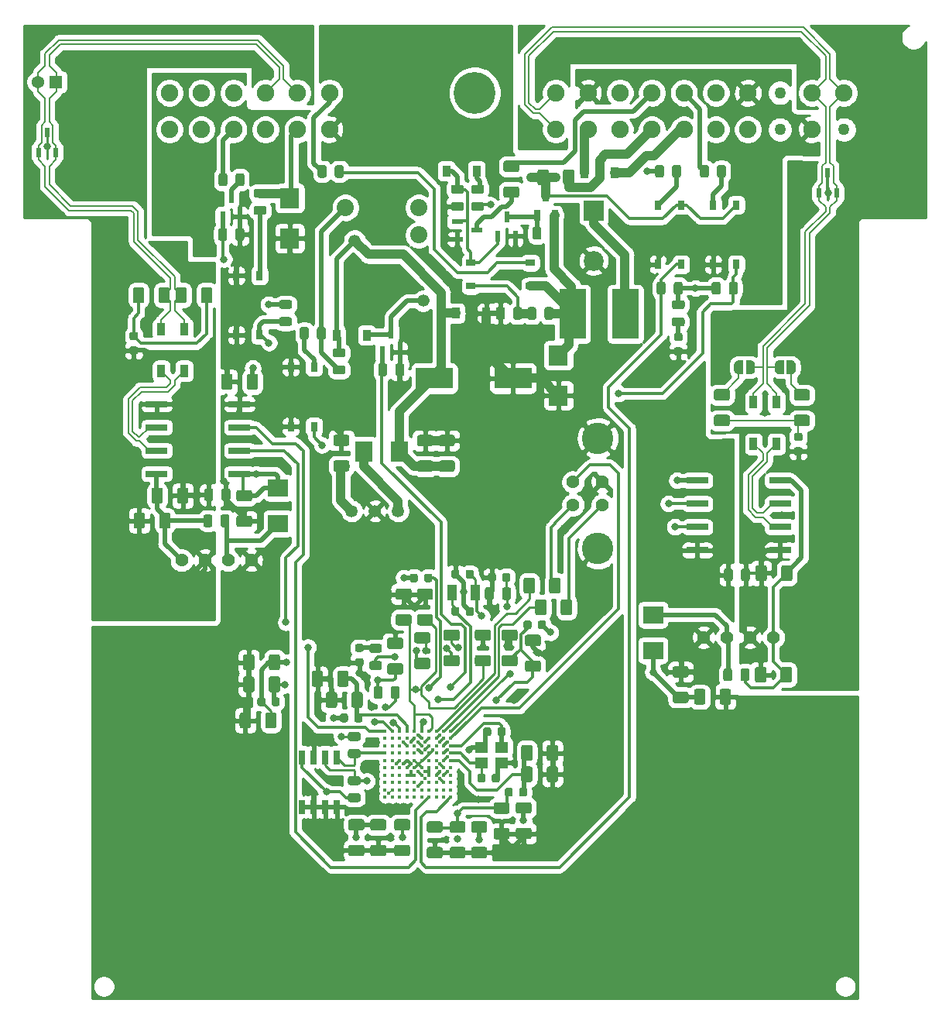
<source format=gtl>
G04 #@! TF.GenerationSoftware,KiCad,Pcbnew,(5.1.6-0-10_14)*
G04 #@! TF.CreationDate,2021-12-24T10:53:56+01:00*
G04 #@! TF.ProjectId,CHAdeMO_V2.0,43484164-654d-44f5-9f56-322e302e6b69,rev?*
G04 #@! TF.SameCoordinates,Original*
G04 #@! TF.FileFunction,Copper,L1,Top*
G04 #@! TF.FilePolarity,Positive*
%FSLAX46Y46*%
G04 Gerber Fmt 4.6, Leading zero omitted, Abs format (unit mm)*
G04 Created by KiCad (PCBNEW (5.1.6-0-10_14)) date 2021-12-24 10:53:56*
%MOMM*%
%LPD*%
G01*
G04 APERTURE LIST*
G04 #@! TA.AperFunction,SMDPad,CuDef*
%ADD10C,0.370000*%
G04 #@! TD*
G04 #@! TA.AperFunction,SMDPad,CuDef*
%ADD11R,0.900000X1.200000*%
G04 #@! TD*
G04 #@! TA.AperFunction,ComponentPad*
%ADD12C,1.875000*%
G04 #@! TD*
G04 #@! TA.AperFunction,ComponentPad*
%ADD13C,1.333000*%
G04 #@! TD*
G04 #@! TA.AperFunction,SMDPad,CuDef*
%ADD14R,0.600000X1.050000*%
G04 #@! TD*
G04 #@! TA.AperFunction,SMDPad,CuDef*
%ADD15R,0.650000X1.200000*%
G04 #@! TD*
G04 #@! TA.AperFunction,SMDPad,CuDef*
%ADD16R,0.600000X1.300000*%
G04 #@! TD*
G04 #@! TA.AperFunction,SMDPad,CuDef*
%ADD17R,1.300000X0.600000*%
G04 #@! TD*
G04 #@! TA.AperFunction,SMDPad,CuDef*
%ADD18R,0.900000X1.350000*%
G04 #@! TD*
G04 #@! TA.AperFunction,SMDPad,CuDef*
%ADD19R,1.900000X2.200000*%
G04 #@! TD*
G04 #@! TA.AperFunction,SMDPad,CuDef*
%ADD20R,2.900000X5.450000*%
G04 #@! TD*
G04 #@! TA.AperFunction,SMDPad,CuDef*
%ADD21R,2.150000X2.200000*%
G04 #@! TD*
G04 #@! TA.AperFunction,SMDPad,CuDef*
%ADD22R,0.800000X1.000000*%
G04 #@! TD*
G04 #@! TA.AperFunction,SMDPad,CuDef*
%ADD23R,1.000000X0.800000*%
G04 #@! TD*
G04 #@! TA.AperFunction,SMDPad,CuDef*
%ADD24R,4.050000X2.300000*%
G04 #@! TD*
G04 #@! TA.AperFunction,ComponentPad*
%ADD25C,1.350000*%
G04 #@! TD*
G04 #@! TA.AperFunction,ComponentPad*
%ADD26C,4.575000*%
G04 #@! TD*
G04 #@! TA.AperFunction,ComponentPad*
%ADD27C,1.905000*%
G04 #@! TD*
G04 #@! TA.AperFunction,ComponentPad*
%ADD28C,1.270000*%
G04 #@! TD*
G04 #@! TA.AperFunction,ComponentPad*
%ADD29C,1.368000*%
G04 #@! TD*
G04 #@! TA.AperFunction,ComponentPad*
%ADD30R,1.368000X1.368000*%
G04 #@! TD*
G04 #@! TA.AperFunction,SMDPad,CuDef*
%ADD31C,0.100000*%
G04 #@! TD*
G04 #@! TA.AperFunction,SMDPad,CuDef*
%ADD32R,2.350000X0.700000*%
G04 #@! TD*
G04 #@! TA.AperFunction,ComponentPad*
%ADD33C,2.175000*%
G04 #@! TD*
G04 #@! TA.AperFunction,ComponentPad*
%ADD34R,2.175000X2.175000*%
G04 #@! TD*
G04 #@! TA.AperFunction,SMDPad,CuDef*
%ADD35R,1.000000X1.800000*%
G04 #@! TD*
G04 #@! TA.AperFunction,SMDPad,CuDef*
%ADD36R,0.650000X1.525000*%
G04 #@! TD*
G04 #@! TA.AperFunction,SMDPad,CuDef*
%ADD37R,2.200000X1.900000*%
G04 #@! TD*
G04 #@! TA.AperFunction,SMDPad,CuDef*
%ADD38R,1.400000X1.200000*%
G04 #@! TD*
G04 #@! TA.AperFunction,ComponentPad*
%ADD39C,1.430000*%
G04 #@! TD*
G04 #@! TA.AperFunction,ComponentPad*
%ADD40C,3.450000*%
G04 #@! TD*
G04 #@! TA.AperFunction,ComponentPad*
%ADD41C,1.431000*%
G04 #@! TD*
G04 #@! TA.AperFunction,ViaPad*
%ADD42C,0.800000*%
G04 #@! TD*
G04 #@! TA.AperFunction,ViaPad*
%ADD43C,0.450000*%
G04 #@! TD*
G04 #@! TA.AperFunction,Conductor*
%ADD44C,0.250000*%
G04 #@! TD*
G04 #@! TA.AperFunction,Conductor*
%ADD45C,0.300000*%
G04 #@! TD*
G04 #@! TA.AperFunction,Conductor*
%ADD46C,0.500000*%
G04 #@! TD*
G04 #@! TA.AperFunction,Conductor*
%ADD47C,1.000000*%
G04 #@! TD*
G04 #@! TA.AperFunction,Conductor*
%ADD48C,0.200000*%
G04 #@! TD*
G04 #@! TA.AperFunction,Conductor*
%ADD49C,0.254000*%
G04 #@! TD*
G04 APERTURE END LIST*
G04 #@! TO.P,R17,2*
G04 #@! TO.N,/CHAdeMO-charge-start1_3.3Vsignal_IN1_D6*
G04 #@! TA.AperFunction,SMDPad,CuDef*
G36*
G01*
X78867950Y-74516400D02*
X79780450Y-74516400D01*
G75*
G02*
X80024200Y-74760150I0J-243750D01*
G01*
X80024200Y-75247650D01*
G75*
G02*
X79780450Y-75491400I-243750J0D01*
G01*
X78867950Y-75491400D01*
G75*
G02*
X78624200Y-75247650I0J243750D01*
G01*
X78624200Y-74760150D01*
G75*
G02*
X78867950Y-74516400I243750J0D01*
G01*
G37*
G04 #@! TD.AperFunction*
G04 #@! TO.P,R17,1*
G04 #@! TO.N,+3V3*
G04 #@! TA.AperFunction,SMDPad,CuDef*
G36*
G01*
X78867950Y-72641400D02*
X79780450Y-72641400D01*
G75*
G02*
X80024200Y-72885150I0J-243750D01*
G01*
X80024200Y-73372650D01*
G75*
G02*
X79780450Y-73616400I-243750J0D01*
G01*
X78867950Y-73616400D01*
G75*
G02*
X78624200Y-73372650I0J243750D01*
G01*
X78624200Y-72885150D01*
G75*
G02*
X78867950Y-72641400I243750J0D01*
G01*
G37*
G04 #@! TD.AperFunction*
G04 #@! TD*
G04 #@! TO.P,L4,2*
G04 #@! TO.N,/VDD_PLL*
G04 #@! TA.AperFunction,SMDPad,CuDef*
G36*
G01*
X104871000Y-126697450D02*
X104871000Y-126184950D01*
G75*
G02*
X105089750Y-125966200I218750J0D01*
G01*
X105527250Y-125966200D01*
G75*
G02*
X105746000Y-126184950I0J-218750D01*
G01*
X105746000Y-126697450D01*
G75*
G02*
X105527250Y-126916200I-218750J0D01*
G01*
X105089750Y-126916200D01*
G75*
G02*
X104871000Y-126697450I0J218750D01*
G01*
G37*
G04 #@! TD.AperFunction*
G04 #@! TO.P,L4,1*
G04 #@! TO.N,/VDD_OUT*
G04 #@! TA.AperFunction,SMDPad,CuDef*
G36*
G01*
X103296000Y-126697450D02*
X103296000Y-126184950D01*
G75*
G02*
X103514750Y-125966200I218750J0D01*
G01*
X103952250Y-125966200D01*
G75*
G02*
X104171000Y-126184950I0J-218750D01*
G01*
X104171000Y-126697450D01*
G75*
G02*
X103952250Y-126916200I-218750J0D01*
G01*
X103514750Y-126916200D01*
G75*
G02*
X103296000Y-126697450I0J218750D01*
G01*
G37*
G04 #@! TD.AperFunction*
G04 #@! TD*
G04 #@! TO.P,C29,2*
G04 #@! TO.N,Earth*
G04 #@! TA.AperFunction,SMDPad,CuDef*
G36*
G01*
X107886800Y-125110400D02*
X107886800Y-123860400D01*
G75*
G02*
X108136800Y-123610400I250000J0D01*
G01*
X108886800Y-123610400D01*
G75*
G02*
X109136800Y-123860400I0J-250000D01*
G01*
X109136800Y-125110400D01*
G75*
G02*
X108886800Y-125360400I-250000J0D01*
G01*
X108136800Y-125360400D01*
G75*
G02*
X107886800Y-125110400I0J250000D01*
G01*
G37*
G04 #@! TD.AperFunction*
G04 #@! TO.P,C29,1*
G04 #@! TO.N,/VDD_PLL*
G04 #@! TA.AperFunction,SMDPad,CuDef*
G36*
G01*
X105086800Y-125110400D02*
X105086800Y-123860400D01*
G75*
G02*
X105336800Y-123610400I250000J0D01*
G01*
X106086800Y-123610400D01*
G75*
G02*
X106336800Y-123860400I0J-250000D01*
G01*
X106336800Y-125110400D01*
G75*
G02*
X106086800Y-125360400I-250000J0D01*
G01*
X105336800Y-125360400D01*
G75*
G02*
X105086800Y-125110400I0J250000D01*
G01*
G37*
G04 #@! TD.AperFunction*
G04 #@! TD*
G04 #@! TO.P,C28,2*
G04 #@! TO.N,Earth*
G04 #@! TA.AperFunction,SMDPad,CuDef*
G36*
G01*
X107886800Y-122773600D02*
X107886800Y-121523600D01*
G75*
G02*
X108136800Y-121273600I250000J0D01*
G01*
X108886800Y-121273600D01*
G75*
G02*
X109136800Y-121523600I0J-250000D01*
G01*
X109136800Y-122773600D01*
G75*
G02*
X108886800Y-123023600I-250000J0D01*
G01*
X108136800Y-123023600D01*
G75*
G02*
X107886800Y-122773600I0J250000D01*
G01*
G37*
G04 #@! TD.AperFunction*
G04 #@! TO.P,C28,1*
G04 #@! TO.N,/VDD_PLL*
G04 #@! TA.AperFunction,SMDPad,CuDef*
G36*
G01*
X105086800Y-122773600D02*
X105086800Y-121523600D01*
G75*
G02*
X105336800Y-121273600I250000J0D01*
G01*
X106086800Y-121273600D01*
G75*
G02*
X106336800Y-121523600I0J-250000D01*
G01*
X106336800Y-122773600D01*
G75*
G02*
X106086800Y-123023600I-250000J0D01*
G01*
X105336800Y-123023600D01*
G75*
G02*
X105086800Y-122773600I0J250000D01*
G01*
G37*
G04 #@! TD.AperFunction*
G04 #@! TD*
D10*
G04 #@! TO.P,IC3,K10*
G04 #@! TO.N,/CAN1-RX*
X90202200Y-119767800D03*
G04 #@! TO.P,IC3,K9*
G04 #@! TO.N,Net-(C18-Pad1)*
X91002200Y-119767800D03*
G04 #@! TO.P,IC3,K8*
G04 #@! TO.N,Earth*
X91802200Y-119767800D03*
G04 #@! TO.P,IC3,K7*
G04 #@! TO.N,/VDD_ANA*
X92602200Y-119767800D03*
G04 #@! TO.P,IC3,K6*
G04 #@! TO.N,/VDD_OUT*
X93402200Y-119767800D03*
G04 #@! TO.P,IC3,K5*
G04 #@! TO.N,Net-(C5-Pad1)*
X94202200Y-119767800D03*
G04 #@! TO.P,IC3,K4*
G04 #@! TO.N,/VDD_OUT*
X95002200Y-119767800D03*
G04 #@! TO.P,IC3,K3*
G04 #@! TO.N,/DFSDM*
X95802200Y-119767800D03*
G04 #@! TO.P,IC3,K2*
G04 #@! TO.N,/DFSDP*
X96602200Y-119767800D03*
G04 #@! TO.P,IC3,K1*
G04 #@! TO.N,Net-(C13-Pad1)*
X97402200Y-119767800D03*
G04 #@! TO.P,IC3,J10*
G04 #@! TO.N,Net-(IC3-PadJ10)*
X90202200Y-120567800D03*
G04 #@! TO.P,IC3,J9*
G04 #@! TO.N,Net-(IC3-PadJ9)*
X91002200Y-120567800D03*
G04 #@! TO.P,IC3,J8*
G04 #@! TO.N,Net-(IC3-PadJ8)*
X91802200Y-120567800D03*
G04 #@! TO.P,IC3,J7*
G04 #@! TO.N,Net-(IC3-PadJ7)*
X92602200Y-120567800D03*
G04 #@! TO.P,IC3,J6*
G04 #@! TO.N,+3V3*
X93402200Y-120567800D03*
G04 #@! TO.P,IC3,J5*
G04 #@! TO.N,Net-(C4-Pad1)*
X94202200Y-120567800D03*
G04 #@! TO.P,IC3,J4*
G04 #@! TO.N,Earth*
X95002200Y-120567800D03*
G04 #@! TO.P,IC3,J3*
G04 #@! TO.N,/DHSDM*
X95802200Y-120567800D03*
G04 #@! TO.P,IC3,J2*
G04 #@! TO.N,/DHSDP*
X96602200Y-120567800D03*
G04 #@! TO.P,IC3,J1*
G04 #@! TO.N,+5V_USB*
X97402200Y-120567800D03*
G04 #@! TO.P,IC3,H10*
G04 #@! TO.N,Net-(IC3-PadH10)*
X90202200Y-121367800D03*
G04 #@! TO.P,IC3,H9*
G04 #@! TO.N,Net-(IC3-PadH9)*
X91002200Y-121367800D03*
G04 #@! TO.P,IC3,H8*
G04 #@! TO.N,Net-(IC3-PadH8)*
X91802200Y-121367800D03*
G04 #@! TO.P,IC3,H7*
G04 #@! TO.N,/CHAdeMO_contactor1-feedback_D27*
X92602200Y-121367800D03*
G04 #@! TO.P,IC3,H6*
G04 #@! TO.N,Net-(IC3-PadH6)*
X93402200Y-121367800D03*
G04 #@! TO.P,IC3,H5*
G04 #@! TO.N,Net-(IC3-PadH5)*
X94202200Y-121367800D03*
G04 #@! TO.P,IC3,H4*
G04 #@! TO.N,+3V3*
X95002200Y-121367800D03*
G04 #@! TO.P,IC3,H3*
G04 #@! TO.N,Net-(IC3-PadH3)*
X95802200Y-121367800D03*
G04 #@! TO.P,IC3,H2*
G04 #@! TO.N,Earth*
X96602200Y-121367800D03*
G04 #@! TO.P,IC3,H1*
G04 #@! TO.N,Net-(C2-Pad1)*
X97402200Y-121367800D03*
G04 #@! TO.P,IC3,G10*
G04 #@! TO.N,/EEPROM-SDA*
X90202200Y-122167800D03*
G04 #@! TO.P,IC3,G9*
G04 #@! TO.N,Net-(IC3-PadG9)*
X91002200Y-122167800D03*
G04 #@! TO.P,IC3,G8*
G04 #@! TO.N,Net-(IC3-PadG8)*
X91802200Y-122167800D03*
G04 #@! TO.P,IC3,G7*
G04 #@! TO.N,Net-(IC3-PadG7)*
X92602200Y-122167800D03*
G04 #@! TO.P,IC3,G6*
G04 #@! TO.N,Net-(IC3-PadG6)*
X93402200Y-122167800D03*
G04 #@! TO.P,IC3,G5*
G04 #@! TO.N,Net-(IC3-PadG5)*
X94202200Y-122167800D03*
G04 #@! TO.P,IC3,G4*
G04 #@! TO.N,Earth*
X95002200Y-122167800D03*
G04 #@! TO.P,IC3,G3*
G04 #@! TO.N,Net-(IC3-PadG3)*
X95802200Y-122167800D03*
G04 #@! TO.P,IC3,G2*
G04 #@! TO.N,/VDD_OUT_MI*
X96602200Y-122167800D03*
G04 #@! TO.P,IC3,G1*
G04 #@! TO.N,/Xout*
X97402200Y-122167800D03*
G04 #@! TO.P,IC3,F10*
G04 #@! TO.N,Net-(IC3-PadF10)*
X90202200Y-122967800D03*
G04 #@! TO.P,IC3,F9*
G04 #@! TO.N,Net-(IC3-PadF9)*
X91002200Y-122967800D03*
G04 #@! TO.P,IC3,F8*
G04 #@! TO.N,/EEPROM-SCL*
X91802200Y-122967800D03*
G04 #@! TO.P,IC3,F7*
G04 #@! TO.N,+3V3*
X92602200Y-122967800D03*
G04 #@! TO.P,IC3,F6*
G04 #@! TO.N,Earth*
X93402200Y-122967800D03*
G04 #@! TO.P,IC3,F5*
X94202200Y-122967800D03*
G04 #@! TO.P,IC3,F4*
G04 #@! TO.N,Net-(IC3-PadF4)*
X95002200Y-122967800D03*
G04 #@! TO.P,IC3,F3*
G04 #@! TO.N,Net-(IC3-PadF3)*
X95802200Y-122967800D03*
G04 #@! TO.P,IC3,F2*
G04 #@! TO.N,Earth*
X96602200Y-122967800D03*
G04 #@! TO.P,IC3,F1*
G04 #@! TO.N,/VDD_PLL*
X97402200Y-122967800D03*
G04 #@! TO.P,IC3,E10*
G04 #@! TO.N,Net-(IC3-PadE10)*
X90202200Y-123767800D03*
G04 #@! TO.P,IC3,E9*
G04 #@! TO.N,Net-(IC3-PadE9)*
X91002200Y-123767800D03*
G04 #@! TO.P,IC3,E8*
G04 #@! TO.N,Net-(IC3-PadE8)*
X91802200Y-123767800D03*
G04 #@! TO.P,IC3,E7*
G04 #@! TO.N,+3V3*
X92602200Y-123767800D03*
G04 #@! TO.P,IC3,E6*
G04 #@! TO.N,Earth*
X93402200Y-123767800D03*
G04 #@! TO.P,IC3,E5*
X94202200Y-123767800D03*
G04 #@! TO.P,IC3,E4*
G04 #@! TO.N,/VDD_OUT*
X95002200Y-123767800D03*
G04 #@! TO.P,IC3,E3*
G04 #@! TO.N,Net-(IC3-PadE3)*
X95802200Y-123767800D03*
G04 #@! TO.P,IC3,E2*
G04 #@! TO.N,/relay-CHAdeMO-contactors-signal_D49*
X96602200Y-123767800D03*
G04 #@! TO.P,IC3,E1*
G04 #@! TO.N,Net-(IC3-PadE1)*
X97402200Y-123767800D03*
G04 #@! TO.P,IC3,D10*
G04 #@! TO.N,Net-(IC3-PadD10)*
X90202200Y-124567800D03*
G04 #@! TO.P,IC3,D9*
G04 #@! TO.N,Net-(IC3-PadD9)*
X91002200Y-124567800D03*
G04 #@! TO.P,IC3,D8*
G04 #@! TO.N,Net-(IC3-PadD8)*
X91802200Y-124567800D03*
G04 #@! TO.P,IC3,D7*
G04 #@! TO.N,/VDD_OUT*
X92602200Y-124567800D03*
G04 #@! TO.P,IC3,D6*
X93402200Y-124567800D03*
G04 #@! TO.P,IC3,D5*
G04 #@! TO.N,+3V3*
X94202200Y-124567800D03*
G04 #@! TO.P,IC3,D4*
G04 #@! TO.N,/VDD_OUT*
X95002200Y-124567800D03*
G04 #@! TO.P,IC3,D3*
G04 #@! TO.N,/CAN0-RX*
X95802200Y-124567800D03*
G04 #@! TO.P,IC3,D2*
G04 #@! TO.N,/CAN0-TX*
X96602200Y-124567800D03*
G04 #@! TO.P,IC3,D1*
G04 #@! TO.N,Net-(IC3-PadD1)*
X97402200Y-124567800D03*
G04 #@! TO.P,IC3,C10*
G04 #@! TO.N,Net-(IC3-PadC10)*
X90202200Y-125367800D03*
G04 #@! TO.P,IC3,C9*
G04 #@! TO.N,Net-(IC3-PadC9)*
X91002200Y-125367800D03*
G04 #@! TO.P,IC3,C8*
G04 #@! TO.N,Net-(IC3-PadC8)*
X91802200Y-125367800D03*
G04 #@! TO.P,IC3,C7*
G04 #@! TO.N,Net-(IC3-PadC7)*
X92602200Y-125367800D03*
G04 #@! TO.P,IC3,C6*
G04 #@! TO.N,Net-(IC3-PadC6)*
X93402200Y-125367800D03*
G04 #@! TO.P,IC3,C5*
G04 #@! TO.N,/CHAdeMO-charge-enable-signal_D48*
X94202200Y-125367800D03*
G04 #@! TO.P,IC3,C4*
G04 #@! TO.N,Net-(IC3-PadC4)*
X95002200Y-125367800D03*
G04 #@! TO.P,IC3,C3*
G04 #@! TO.N,Net-(IC3-PadC3)*
X95802200Y-125367800D03*
G04 #@! TO.P,IC3,C2*
G04 #@! TO.N,/CHAdeMO-charge-start2_3.3Vsignal_IN2_D7*
X96602200Y-125367800D03*
G04 #@! TO.P,IC3,C1*
G04 #@! TO.N,Net-(IC3-PadC1)*
X97402200Y-125367800D03*
G04 #@! TO.P,IC3,B10*
G04 #@! TO.N,Net-(IC3-PadB10)*
X90202200Y-126167800D03*
G04 #@! TO.P,IC3,B9*
G04 #@! TO.N,/CHAdeMO-charge-start1_3.3Vsignal_IN1_D6*
X91002200Y-126167800D03*
G04 #@! TO.P,IC3,B8*
G04 #@! TO.N,Net-(IC3-PadB8)*
X91802200Y-126167800D03*
G04 #@! TO.P,IC3,B7*
G04 #@! TO.N,Net-(IC3-PadB7)*
X92602200Y-126167800D03*
G04 #@! TO.P,IC3,B6*
G04 #@! TO.N,Net-(IC3-PadB6)*
X93402200Y-126167800D03*
G04 #@! TO.P,IC3,B5*
G04 #@! TO.N,Net-(IC3-PadB5)*
X94202200Y-126167800D03*
G04 #@! TO.P,IC3,B4*
G04 #@! TO.N,Net-(IC3-PadB4)*
X95002200Y-126167800D03*
G04 #@! TO.P,IC3,B3*
G04 #@! TO.N,Net-(IC3-PadB3)*
X95802200Y-126167800D03*
G04 #@! TO.P,IC3,B2*
G04 #@! TO.N,Net-(IC3-PadB2)*
X96602200Y-126167800D03*
G04 #@! TO.P,IC3,B1*
G04 #@! TO.N,Net-(IC3-PadB1)*
X97402200Y-126167800D03*
G04 #@! TO.P,IC3,A10*
G04 #@! TO.N,Net-(IC3-PadA10)*
X90202200Y-126967800D03*
G04 #@! TO.P,IC3,A9*
G04 #@! TO.N,Net-(IC3-PadA9)*
X91002200Y-126967800D03*
G04 #@! TO.P,IC3,A8*
G04 #@! TO.N,Net-(IC3-PadA8)*
X91802200Y-126967800D03*
G04 #@! TO.P,IC3,A7*
G04 #@! TO.N,Net-(IC3-PadA7)*
X92602200Y-126967800D03*
G04 #@! TO.P,IC3,A6*
G04 #@! TO.N,Net-(IC3-PadA6)*
X93402200Y-126967800D03*
G04 #@! TO.P,IC3,A5*
G04 #@! TO.N,Net-(IC3-PadA5)*
X94202200Y-126967800D03*
G04 #@! TO.P,IC3,A4*
G04 #@! TO.N,/CAN1-TX*
X95002200Y-126967800D03*
G04 #@! TO.P,IC3,A3*
G04 #@! TO.N,Net-(IC3-PadA3)*
X95802200Y-126967800D03*
G04 #@! TO.P,IC3,A2*
G04 #@! TO.N,Net-(IC3-PadA2)*
X96602200Y-126967800D03*
G04 #@! TO.P,IC3,A1*
G04 #@! TO.N,/CHAdeMO_contactor2-feedback_D11*
X97402200Y-126967800D03*
G04 #@! TD*
G04 #@! TO.P,LED2,2*
G04 #@! TO.N,Net-(LED2-Pad2)*
G04 #@! TA.AperFunction,SMDPad,CuDef*
G36*
G01*
X122531850Y-77120000D02*
X122019350Y-77120000D01*
G75*
G02*
X121800600Y-76901250I0J218750D01*
G01*
X121800600Y-76463750D01*
G75*
G02*
X122019350Y-76245000I218750J0D01*
G01*
X122531850Y-76245000D01*
G75*
G02*
X122750600Y-76463750I0J-218750D01*
G01*
X122750600Y-76901250D01*
G75*
G02*
X122531850Y-77120000I-218750J0D01*
G01*
G37*
G04 #@! TD.AperFunction*
G04 #@! TO.P,LED2,1*
G04 #@! TO.N,Earth*
G04 #@! TA.AperFunction,SMDPad,CuDef*
G36*
G01*
X122531850Y-78695000D02*
X122019350Y-78695000D01*
G75*
G02*
X121800600Y-78476250I0J218750D01*
G01*
X121800600Y-78038750D01*
G75*
G02*
X122019350Y-77820000I218750J0D01*
G01*
X122531850Y-77820000D01*
G75*
G02*
X122750600Y-78038750I0J-218750D01*
G01*
X122750600Y-78476250D01*
G75*
G02*
X122531850Y-78695000I-218750J0D01*
G01*
G37*
G04 #@! TD.AperFunction*
G04 #@! TD*
G04 #@! TO.P,LED1,2*
G04 #@! TO.N,Net-(LED1-Pad2)*
G04 #@! TA.AperFunction,SMDPad,CuDef*
G36*
G01*
X87644950Y-111102700D02*
X87132450Y-111102700D01*
G75*
G02*
X86913700Y-110883950I0J218750D01*
G01*
X86913700Y-110446450D01*
G75*
G02*
X87132450Y-110227700I218750J0D01*
G01*
X87644950Y-110227700D01*
G75*
G02*
X87863700Y-110446450I0J-218750D01*
G01*
X87863700Y-110883950D01*
G75*
G02*
X87644950Y-111102700I-218750J0D01*
G01*
G37*
G04 #@! TD.AperFunction*
G04 #@! TO.P,LED1,1*
G04 #@! TO.N,Earth*
G04 #@! TA.AperFunction,SMDPad,CuDef*
G36*
G01*
X87644950Y-112677700D02*
X87132450Y-112677700D01*
G75*
G02*
X86913700Y-112458950I0J218750D01*
G01*
X86913700Y-112021450D01*
G75*
G02*
X87132450Y-111802700I218750J0D01*
G01*
X87644950Y-111802700D01*
G75*
G02*
X87863700Y-112021450I0J-218750D01*
G01*
X87863700Y-112458950D01*
G75*
G02*
X87644950Y-112677700I-218750J0D01*
G01*
G37*
G04 #@! TD.AperFunction*
G04 #@! TD*
D11*
G04 #@! TO.P,D1,2*
G04 #@! TO.N,/Relay_CHAdeMO_contactors_GND*
X88187800Y-76476200D03*
G04 #@! TO.P,D1,1*
G04 #@! TO.N,+12V*
X84887800Y-76476200D03*
G04 #@! TD*
G04 #@! TO.P,D2,2*
G04 #@! TO.N,/CHAdeMO_contactors_GND*
X115315000Y-58699400D03*
G04 #@! TO.P,D2,1*
G04 #@! TO.N,/CHAdeMO-CHARGE-START1_IN1*
X112015000Y-58699400D03*
G04 #@! TD*
G04 #@! TO.P,D8,2*
G04 #@! TO.N,Net-(D8-Pad2)*
X100202000Y-58547000D03*
G04 #@! TO.P,D8,1*
G04 #@! TO.N,Net-(D8-Pad1)*
X96902000Y-58547000D03*
G04 #@! TD*
G04 #@! TO.P,D7,2*
G04 #@! TO.N,Earth*
X101268800Y-74079100D03*
G04 #@! TO.P,D7,1*
G04 #@! TO.N,+12V*
X97968800Y-74079100D03*
G04 #@! TD*
G04 #@! TO.P,R30,2*
G04 #@! TO.N,Net-(LED2-Pad2)*
G04 #@! TA.AperFunction,SMDPad,CuDef*
G36*
G01*
X121819350Y-74541800D02*
X122731850Y-74541800D01*
G75*
G02*
X122975600Y-74785550I0J-243750D01*
G01*
X122975600Y-75273050D01*
G75*
G02*
X122731850Y-75516800I-243750J0D01*
G01*
X121819350Y-75516800D01*
G75*
G02*
X121575600Y-75273050I0J243750D01*
G01*
X121575600Y-74785550D01*
G75*
G02*
X121819350Y-74541800I243750J0D01*
G01*
G37*
G04 #@! TD.AperFunction*
G04 #@! TO.P,R30,1*
G04 #@! TO.N,+3V3*
G04 #@! TA.AperFunction,SMDPad,CuDef*
G36*
G01*
X121819350Y-72666800D02*
X122731850Y-72666800D01*
G75*
G02*
X122975600Y-72910550I0J-243750D01*
G01*
X122975600Y-73398050D01*
G75*
G02*
X122731850Y-73641800I-243750J0D01*
G01*
X121819350Y-73641800D01*
G75*
G02*
X121575600Y-73398050I0J243750D01*
G01*
X121575600Y-72910550D01*
G75*
G02*
X121819350Y-72666800I243750J0D01*
G01*
G37*
G04 #@! TD.AperFunction*
G04 #@! TD*
G04 #@! TO.P,R23,2*
G04 #@! TO.N,Net-(R23-Pad2)*
G04 #@! TA.AperFunction,SMDPad,CuDef*
G36*
G01*
X106738000Y-73648250D02*
X106738000Y-74560750D01*
G75*
G02*
X106494250Y-74804500I-243750J0D01*
G01*
X106006750Y-74804500D01*
G75*
G02*
X105763000Y-74560750I0J243750D01*
G01*
X105763000Y-73648250D01*
G75*
G02*
X106006750Y-73404500I243750J0D01*
G01*
X106494250Y-73404500D01*
G75*
G02*
X106738000Y-73648250I0J-243750D01*
G01*
G37*
G04 #@! TD.AperFunction*
G04 #@! TO.P,R23,1*
G04 #@! TO.N,+12VA*
G04 #@! TA.AperFunction,SMDPad,CuDef*
G36*
G01*
X108613000Y-73648250D02*
X108613000Y-74560750D01*
G75*
G02*
X108369250Y-74804500I-243750J0D01*
G01*
X107881750Y-74804500D01*
G75*
G02*
X107638000Y-74560750I0J243750D01*
G01*
X107638000Y-73648250D01*
G75*
G02*
X107881750Y-73404500I243750J0D01*
G01*
X108369250Y-73404500D01*
G75*
G02*
X108613000Y-73648250I0J-243750D01*
G01*
G37*
G04 #@! TD.AperFunction*
G04 #@! TD*
G04 #@! TO.P,R24,2*
G04 #@! TO.N,/PROXIMITY-PRESENT*
G04 #@! TA.AperFunction,SMDPad,CuDef*
G36*
G01*
X107309500Y-64885250D02*
X107309500Y-65797750D01*
G75*
G02*
X107065750Y-66041500I-243750J0D01*
G01*
X106578250Y-66041500D01*
G75*
G02*
X106334500Y-65797750I0J243750D01*
G01*
X106334500Y-64885250D01*
G75*
G02*
X106578250Y-64641500I243750J0D01*
G01*
X107065750Y-64641500D01*
G75*
G02*
X107309500Y-64885250I0J-243750D01*
G01*
G37*
G04 #@! TD.AperFunction*
G04 #@! TO.P,R24,1*
G04 #@! TO.N,+12VA*
G04 #@! TA.AperFunction,SMDPad,CuDef*
G36*
G01*
X109184500Y-64885250D02*
X109184500Y-65797750D01*
G75*
G02*
X108940750Y-66041500I-243750J0D01*
G01*
X108453250Y-66041500D01*
G75*
G02*
X108209500Y-65797750I0J243750D01*
G01*
X108209500Y-64885250D01*
G75*
G02*
X108453250Y-64641500I243750J0D01*
G01*
X108940750Y-64641500D01*
G75*
G02*
X109184500Y-64885250I0J-243750D01*
G01*
G37*
G04 #@! TD.AperFunction*
G04 #@! TD*
G04 #@! TO.P,R29,2*
G04 #@! TO.N,Earth*
G04 #@! TA.AperFunction,SMDPad,CuDef*
G36*
G01*
X103309000Y-73648250D02*
X103309000Y-74560750D01*
G75*
G02*
X103065250Y-74804500I-243750J0D01*
G01*
X102577750Y-74804500D01*
G75*
G02*
X102334000Y-74560750I0J243750D01*
G01*
X102334000Y-73648250D01*
G75*
G02*
X102577750Y-73404500I243750J0D01*
G01*
X103065250Y-73404500D01*
G75*
G02*
X103309000Y-73648250I0J-243750D01*
G01*
G37*
G04 #@! TD.AperFunction*
G04 #@! TO.P,R29,1*
G04 #@! TO.N,Net-(R23-Pad2)*
G04 #@! TA.AperFunction,SMDPad,CuDef*
G36*
G01*
X105184000Y-73648250D02*
X105184000Y-74560750D01*
G75*
G02*
X104940250Y-74804500I-243750J0D01*
G01*
X104452750Y-74804500D01*
G75*
G02*
X104209000Y-74560750I0J243750D01*
G01*
X104209000Y-73648250D01*
G75*
G02*
X104452750Y-73404500I243750J0D01*
G01*
X104940250Y-73404500D01*
G75*
G02*
X105184000Y-73648250I0J-243750D01*
G01*
G37*
G04 #@! TD.AperFunction*
G04 #@! TD*
G04 #@! TO.P,R21,2*
G04 #@! TO.N,Net-(D8-Pad2)*
G04 #@! TA.AperFunction,SMDPad,CuDef*
G36*
G01*
X100786250Y-61018000D02*
X99873750Y-61018000D01*
G75*
G02*
X99630000Y-60774250I0J243750D01*
G01*
X99630000Y-60286750D01*
G75*
G02*
X99873750Y-60043000I243750J0D01*
G01*
X100786250Y-60043000D01*
G75*
G02*
X101030000Y-60286750I0J-243750D01*
G01*
X101030000Y-60774250D01*
G75*
G02*
X100786250Y-61018000I-243750J0D01*
G01*
G37*
G04 #@! TD.AperFunction*
G04 #@! TO.P,R21,1*
G04 #@! TO.N,+5V_USB*
G04 #@! TA.AperFunction,SMDPad,CuDef*
G36*
G01*
X100786250Y-62893000D02*
X99873750Y-62893000D01*
G75*
G02*
X99630000Y-62649250I0J243750D01*
G01*
X99630000Y-62161750D01*
G75*
G02*
X99873750Y-61918000I243750J0D01*
G01*
X100786250Y-61918000D01*
G75*
G02*
X101030000Y-62161750I0J-243750D01*
G01*
X101030000Y-62649250D01*
G75*
G02*
X100786250Y-62893000I-243750J0D01*
G01*
G37*
G04 #@! TD.AperFunction*
G04 #@! TD*
G04 #@! TO.P,R28,2*
G04 #@! TO.N,/CHAdeMO_contactor2-feedback_D11*
G04 #@! TA.AperFunction,SMDPad,CuDef*
G36*
G01*
X120883100Y-70892350D02*
X120883100Y-71804850D01*
G75*
G02*
X120639350Y-72048600I-243750J0D01*
G01*
X120151850Y-72048600D01*
G75*
G02*
X119908100Y-71804850I0J243750D01*
G01*
X119908100Y-70892350D01*
G75*
G02*
X120151850Y-70648600I243750J0D01*
G01*
X120639350Y-70648600D01*
G75*
G02*
X120883100Y-70892350I0J-243750D01*
G01*
G37*
G04 #@! TD.AperFunction*
G04 #@! TO.P,R28,1*
G04 #@! TO.N,+3V3*
G04 #@! TA.AperFunction,SMDPad,CuDef*
G36*
G01*
X122758100Y-70892350D02*
X122758100Y-71804850D01*
G75*
G02*
X122514350Y-72048600I-243750J0D01*
G01*
X122026850Y-72048600D01*
G75*
G02*
X121783100Y-71804850I0J243750D01*
G01*
X121783100Y-70892350D01*
G75*
G02*
X122026850Y-70648600I243750J0D01*
G01*
X122514350Y-70648600D01*
G75*
G02*
X122758100Y-70892350I0J-243750D01*
G01*
G37*
G04 #@! TD.AperFunction*
G04 #@! TD*
G04 #@! TO.P,R27,2*
G04 #@! TO.N,/CHAdeMO_contactor1-feedback_D27*
G04 #@! TA.AperFunction,SMDPad,CuDef*
G36*
G01*
X127805600Y-71804850D02*
X127805600Y-70892350D01*
G75*
G02*
X128049350Y-70648600I243750J0D01*
G01*
X128536850Y-70648600D01*
G75*
G02*
X128780600Y-70892350I0J-243750D01*
G01*
X128780600Y-71804850D01*
G75*
G02*
X128536850Y-72048600I-243750J0D01*
G01*
X128049350Y-72048600D01*
G75*
G02*
X127805600Y-71804850I0J243750D01*
G01*
G37*
G04 #@! TD.AperFunction*
G04 #@! TO.P,R27,1*
G04 #@! TO.N,+3V3*
G04 #@! TA.AperFunction,SMDPad,CuDef*
G36*
G01*
X125930600Y-71804850D02*
X125930600Y-70892350D01*
G75*
G02*
X126174350Y-70648600I243750J0D01*
G01*
X126661850Y-70648600D01*
G75*
G02*
X126905600Y-70892350I0J-243750D01*
G01*
X126905600Y-71804850D01*
G75*
G02*
X126661850Y-72048600I-243750J0D01*
G01*
X126174350Y-72048600D01*
G75*
G02*
X125930600Y-71804850I0J243750D01*
G01*
G37*
G04 #@! TD.AperFunction*
G04 #@! TD*
G04 #@! TO.P,R19,2*
G04 #@! TO.N,Earth*
G04 #@! TA.AperFunction,SMDPad,CuDef*
G36*
G01*
X91331200Y-80720250D02*
X91331200Y-79807750D01*
G75*
G02*
X91574950Y-79564000I243750J0D01*
G01*
X92062450Y-79564000D01*
G75*
G02*
X92306200Y-79807750I0J-243750D01*
G01*
X92306200Y-80720250D01*
G75*
G02*
X92062450Y-80964000I-243750J0D01*
G01*
X91574950Y-80964000D01*
G75*
G02*
X91331200Y-80720250I0J243750D01*
G01*
G37*
G04 #@! TD.AperFunction*
G04 #@! TO.P,R19,1*
G04 #@! TO.N,/relay-CHAdeMO-contactors-signal_D49*
G04 #@! TA.AperFunction,SMDPad,CuDef*
G36*
G01*
X89456200Y-80720250D02*
X89456200Y-79807750D01*
G75*
G02*
X89699950Y-79564000I243750J0D01*
G01*
X90187450Y-79564000D01*
G75*
G02*
X90431200Y-79807750I0J-243750D01*
G01*
X90431200Y-80720250D01*
G75*
G02*
X90187450Y-80964000I-243750J0D01*
G01*
X89699950Y-80964000D01*
G75*
G02*
X89456200Y-80720250I0J243750D01*
G01*
G37*
G04 #@! TD.AperFunction*
G04 #@! TD*
G04 #@! TO.P,R9,2*
G04 #@! TO.N,Earth*
G04 #@! TA.AperFunction,SMDPad,CuDef*
G36*
G01*
X73830600Y-65937450D02*
X73830600Y-65024950D01*
G75*
G02*
X74074350Y-64781200I243750J0D01*
G01*
X74561850Y-64781200D01*
G75*
G02*
X74805600Y-65024950I0J-243750D01*
G01*
X74805600Y-65937450D01*
G75*
G02*
X74561850Y-66181200I-243750J0D01*
G01*
X74074350Y-66181200D01*
G75*
G02*
X73830600Y-65937450I0J243750D01*
G01*
G37*
G04 #@! TD.AperFunction*
G04 #@! TO.P,R9,1*
G04 #@! TO.N,/CHAdeMO-charge-enable-signal_D48*
G04 #@! TA.AperFunction,SMDPad,CuDef*
G36*
G01*
X71955600Y-65937450D02*
X71955600Y-65024950D01*
G75*
G02*
X72199350Y-64781200I243750J0D01*
G01*
X72686850Y-64781200D01*
G75*
G02*
X72930600Y-65024950I0J-243750D01*
G01*
X72930600Y-65937450D01*
G75*
G02*
X72686850Y-66181200I-243750J0D01*
G01*
X72199350Y-66181200D01*
G75*
G02*
X71955600Y-65937450I0J243750D01*
G01*
G37*
G04 #@! TD.AperFunction*
G04 #@! TD*
G04 #@! TO.P,R22,2*
G04 #@! TO.N,Earth*
G04 #@! TA.AperFunction,SMDPad,CuDef*
G36*
G01*
X97663950Y-61918000D02*
X98576450Y-61918000D01*
G75*
G02*
X98820200Y-62161750I0J-243750D01*
G01*
X98820200Y-62649250D01*
G75*
G02*
X98576450Y-62893000I-243750J0D01*
G01*
X97663950Y-62893000D01*
G75*
G02*
X97420200Y-62649250I0J243750D01*
G01*
X97420200Y-62161750D01*
G75*
G02*
X97663950Y-61918000I243750J0D01*
G01*
G37*
G04 #@! TD.AperFunction*
G04 #@! TO.P,R22,1*
G04 #@! TO.N,Net-(D8-Pad1)*
G04 #@! TA.AperFunction,SMDPad,CuDef*
G36*
G01*
X97663950Y-60043000D02*
X98576450Y-60043000D01*
G75*
G02*
X98820200Y-60286750I0J-243750D01*
G01*
X98820200Y-60774250D01*
G75*
G02*
X98576450Y-61018000I-243750J0D01*
G01*
X97663950Y-61018000D01*
G75*
G02*
X97420200Y-60774250I0J243750D01*
G01*
X97420200Y-60286750D01*
G75*
G02*
X97663950Y-60043000I243750J0D01*
G01*
G37*
G04 #@! TD.AperFunction*
G04 #@! TD*
G04 #@! TO.P,R18,2*
G04 #@! TO.N,/CHAdeMO-charge-start2_3.3Vsignal_IN2_D7*
G04 #@! TA.AperFunction,SMDPad,CuDef*
G36*
G01*
X90823200Y-116000850D02*
X90823200Y-115088350D01*
G75*
G02*
X91066950Y-114844600I243750J0D01*
G01*
X91554450Y-114844600D01*
G75*
G02*
X91798200Y-115088350I0J-243750D01*
G01*
X91798200Y-116000850D01*
G75*
G02*
X91554450Y-116244600I-243750J0D01*
G01*
X91066950Y-116244600D01*
G75*
G02*
X90823200Y-116000850I0J243750D01*
G01*
G37*
G04 #@! TD.AperFunction*
G04 #@! TO.P,R18,1*
G04 #@! TO.N,+3V3*
G04 #@! TA.AperFunction,SMDPad,CuDef*
G36*
G01*
X88948200Y-116000850D02*
X88948200Y-115088350D01*
G75*
G02*
X89191950Y-114844600I243750J0D01*
G01*
X89679450Y-114844600D01*
G75*
G02*
X89923200Y-115088350I0J-243750D01*
G01*
X89923200Y-116000850D01*
G75*
G02*
X89679450Y-116244600I-243750J0D01*
G01*
X89191950Y-116244600D01*
G75*
G02*
X88948200Y-116000850I0J243750D01*
G01*
G37*
G04 #@! TD.AperFunction*
G04 #@! TD*
D12*
G04 #@! TO.P,K1,5*
G04 #@! TO.N,/CHAdeMO_contactors_GND*
X93868000Y-65541600D03*
G04 #@! TO.P,K1,4*
G04 #@! TO.N,/CHAdeMO-CHARGE-START2_IN2*
X85868000Y-62541600D03*
G04 #@! TO.P,K1,3*
G04 #@! TO.N,Net-(K1-Pad3)*
X93868000Y-62541600D03*
D13*
G04 #@! TO.P,K1,2*
G04 #@! TO.N,/Relay_CHAdeMO_contactors_GND*
X94368000Y-72741600D03*
G04 #@! TO.P,K1,1*
G04 #@! TO.N,+12V*
X86868000Y-66141600D03*
G04 #@! TD*
D14*
G04 #@! TO.P,D5,3*
G04 #@! TO.N,GND_CAN1*
X53247600Y-54322800D03*
G04 #@! TO.P,D5,2*
G04 #@! TO.N,/CAN1_N*
X54197600Y-56522800D03*
G04 #@! TO.P,D5,1*
G04 #@! TO.N,/CAN1_P*
X52297600Y-56522800D03*
G04 #@! TD*
G04 #@! TO.P,D4,3*
G04 #@! TO.N,GND_CAN0*
X138633200Y-58767800D03*
G04 #@! TO.P,D4,2*
G04 #@! TO.N,/CAN0_P*
X139583200Y-60967800D03*
G04 #@! TO.P,D4,1*
G04 #@! TO.N,/CAN0_N*
X137683200Y-60967800D03*
G04 #@! TD*
D15*
G04 #@! TO.P,Q5,3*
G04 #@! TO.N,+12V*
X107797600Y-61307000D03*
G04 #@! TO.P,Q5,2*
G04 #@! TO.N,+12VA*
X108757600Y-63407000D03*
G04 #@! TO.P,Q5,1*
G04 #@! TO.N,/PROXIMITY-PRESENT*
X106837600Y-63407000D03*
G04 #@! TD*
D16*
G04 #@! TO.P,Q3,3*
G04 #@! TO.N,/PROXIMITY-PRESENT*
X103505000Y-63567600D03*
G04 #@! TO.P,Q3,2*
G04 #@! TO.N,Earth*
X104455000Y-65667600D03*
G04 #@! TO.P,Q3,1*
G04 #@! TO.N,Net-(D8-Pad1)*
X102555000Y-65667600D03*
G04 #@! TD*
D17*
G04 #@! TO.P,Q4,3*
G04 #@! TO.N,Net-(F3-Pad1)*
X100211600Y-65024000D03*
G04 #@! TO.P,Q4,2*
G04 #@! TO.N,Earth*
X98111600Y-65974000D03*
G04 #@! TO.P,Q4,1*
G04 #@! TO.N,Net-(D8-Pad1)*
X98111600Y-64074000D03*
G04 #@! TD*
D16*
G04 #@! TO.P,Q2,3*
G04 #@! TO.N,/Relay_CHAdeMO_contactors_GND*
X90881200Y-76226200D03*
G04 #@! TO.P,Q2,2*
G04 #@! TO.N,Earth*
X91831200Y-78326200D03*
G04 #@! TO.P,Q2,1*
G04 #@! TO.N,/relay-CHAdeMO-contactors-signal_D49*
X89931200Y-78326200D03*
G04 #@! TD*
G04 #@! TO.P,Q1,3*
G04 #@! TO.N,Net-(Q1-Pad3)*
X73380600Y-61434000D03*
G04 #@! TO.P,Q1,2*
G04 #@! TO.N,Earth*
X74330600Y-63534000D03*
G04 #@! TO.P,Q1,1*
G04 #@! TO.N,/CHAdeMO-charge-enable-signal_D48*
X72430600Y-63534000D03*
G04 #@! TD*
D18*
G04 #@! TO.P,L6,4*
G04 #@! TO.N,/CAN0_N*
X130499800Y-83831000D03*
G04 #@! TO.P,L6,3*
G04 #@! TO.N,/CAN0_P*
X132999800Y-83831000D03*
G04 #@! TO.P,L6,2*
G04 #@! TO.N,/NCCAN0_P*
X132999800Y-88381000D03*
G04 #@! TO.P,L6,1*
G04 #@! TO.N,/NCCAN0_N*
X130499800Y-88381000D03*
G04 #@! TD*
G04 #@! TO.P,L5,4*
G04 #@! TO.N,/CAN1_P*
X65724600Y-75847000D03*
G04 #@! TO.P,L5,3*
G04 #@! TO.N,/CAN1_N*
X68224600Y-75847000D03*
G04 #@! TO.P,L5,2*
G04 #@! TO.N,/NCCAN1_N*
X68224600Y-80397000D03*
G04 #@! TO.P,L5,1*
G04 #@! TO.N,/NCCAN1_P*
X65724600Y-80397000D03*
G04 #@! TD*
D19*
G04 #@! TO.P,L9,2*
G04 #@! TO.N,Net-(L9-Pad2)*
X87839000Y-89179400D03*
G04 #@! TO.P,L9,1*
G04 #@! TO.N,+12V*
X91739000Y-89179400D03*
G04 #@! TD*
G04 #@! TO.P,F2,2*
G04 #@! TO.N,+12V*
G04 #@! TA.AperFunction,SMDPad,CuDef*
G36*
G01*
X108127500Y-58607800D02*
X108127500Y-59857800D01*
G75*
G02*
X107877500Y-60107800I-250000J0D01*
G01*
X107127500Y-60107800D01*
G75*
G02*
X106877500Y-59857800I0J250000D01*
G01*
X106877500Y-58607800D01*
G75*
G02*
X107127500Y-58357800I250000J0D01*
G01*
X107877500Y-58357800D01*
G75*
G02*
X108127500Y-58607800I0J-250000D01*
G01*
G37*
G04 #@! TD.AperFunction*
G04 #@! TO.P,F2,1*
G04 #@! TO.N,Net-(F2-Pad1)*
G04 #@! TA.AperFunction,SMDPad,CuDef*
G36*
G01*
X110927500Y-58607800D02*
X110927500Y-59857800D01*
G75*
G02*
X110677500Y-60107800I-250000J0D01*
G01*
X109927500Y-60107800D01*
G75*
G02*
X109677500Y-59857800I0J250000D01*
G01*
X109677500Y-58607800D01*
G75*
G02*
X109927500Y-58357800I250000J0D01*
G01*
X110677500Y-58357800D01*
G75*
G02*
X110927500Y-58607800I0J-250000D01*
G01*
G37*
G04 #@! TD.AperFunction*
G04 #@! TD*
G04 #@! TO.P,F3,2*
G04 #@! TO.N,/ACTIVE-LOW-WAKEUP*
G04 #@! TA.AperFunction,SMDPad,CuDef*
G36*
G01*
X104638000Y-58661000D02*
X103388000Y-58661000D01*
G75*
G02*
X103138000Y-58411000I0J250000D01*
G01*
X103138000Y-57661000D01*
G75*
G02*
X103388000Y-57411000I250000J0D01*
G01*
X104638000Y-57411000D01*
G75*
G02*
X104888000Y-57661000I0J-250000D01*
G01*
X104888000Y-58411000D01*
G75*
G02*
X104638000Y-58661000I-250000J0D01*
G01*
G37*
G04 #@! TD.AperFunction*
G04 #@! TO.P,F3,1*
G04 #@! TO.N,Net-(F3-Pad1)*
G04 #@! TA.AperFunction,SMDPad,CuDef*
G36*
G01*
X104638000Y-61461000D02*
X103388000Y-61461000D01*
G75*
G02*
X103138000Y-61211000I0J250000D01*
G01*
X103138000Y-60461000D01*
G75*
G02*
X103388000Y-60211000I250000J0D01*
G01*
X104638000Y-60211000D01*
G75*
G02*
X104888000Y-60461000I0J-250000D01*
G01*
X104888000Y-61211000D01*
G75*
G02*
X104638000Y-61461000I-250000J0D01*
G01*
G37*
G04 #@! TD.AperFunction*
G04 #@! TD*
D20*
G04 #@! TO.P,F1,2*
G04 #@! TO.N,+12VA*
X110711500Y-74168000D03*
G04 #@! TO.P,F1,1*
G04 #@! TO.N,/CAR-12V_always-on*
X116491500Y-74168000D03*
G04 #@! TD*
D21*
G04 #@! TO.P,D6,2*
G04 #@! TO.N,Earth*
X109169200Y-83073600D03*
G04 #@! TO.P,D6,1*
G04 #@! TO.N,+12VA*
X109169200Y-78673600D03*
G04 #@! TD*
G04 #@! TO.P,D3,2*
G04 #@! TO.N,Earth*
X79781400Y-65896600D03*
G04 #@! TO.P,D3,1*
G04 #@! TO.N,/CHAdeMO-CHARGE-START1_IN1*
X79781400Y-61496600D03*
G04 #@! TD*
D22*
G04 #@! TO.P,U7,4*
G04 #@! TO.N,/CHAdeMO_contactor2-feedback_D11*
X122603100Y-68744200D03*
G04 #@! TO.P,U7,3*
G04 #@! TO.N,Earth*
X120063100Y-68744200D03*
G04 #@! TO.P,U7,2*
G04 #@! TO.N,Net-(R26-Pad1)*
X120063100Y-62244200D03*
G04 #@! TO.P,U7,1*
G04 #@! TO.N,+12V*
X122603100Y-62244200D03*
G04 #@! TD*
G04 #@! TO.P,U6,4*
G04 #@! TO.N,/CHAdeMO_contactor1-feedback_D27*
X128625600Y-68744200D03*
G04 #@! TO.P,U6,3*
G04 #@! TO.N,Earth*
X126085600Y-68744200D03*
G04 #@! TO.P,U6,2*
G04 #@! TO.N,Net-(R25-Pad1)*
X126085600Y-62244200D03*
G04 #@! TO.P,U6,1*
G04 #@! TO.N,+12V*
X128625600Y-62244200D03*
G04 #@! TD*
D23*
G04 #@! TO.P,U5,4*
G04 #@! TO.N,Net-(R23-Pad2)*
X99594300Y-71120000D03*
G04 #@! TO.P,U5,3*
G04 #@! TO.N,Net-(D8-Pad1)*
X99594300Y-68580000D03*
G04 #@! TO.P,U5,2*
G04 #@! TO.N,Net-(R20-Pad1)*
X106094300Y-68580000D03*
G04 #@! TO.P,U5,1*
G04 #@! TO.N,+12VA*
X106094300Y-71120000D03*
G04 #@! TD*
D22*
G04 #@! TO.P,U4,4*
G04 #@! TO.N,/CHAdeMO-charge-start2_3.3Vsignal_IN2_D7*
X82423000Y-86473400D03*
G04 #@! TO.P,U4,3*
G04 #@! TO.N,Earth*
X79883000Y-86473400D03*
G04 #@! TO.P,U4,2*
X79883000Y-79973400D03*
G04 #@! TO.P,U4,1*
G04 #@! TO.N,Net-(R16-Pad1)*
X82423000Y-79973400D03*
G04 #@! TD*
G04 #@! TO.P,U3,4*
G04 #@! TO.N,/CHAdeMO-charge-start1_3.3Vsignal_IN1_D6*
X76479400Y-76465800D03*
G04 #@! TO.P,U3,3*
G04 #@! TO.N,Earth*
X73939400Y-76465800D03*
G04 #@! TO.P,U3,2*
X73939400Y-69965800D03*
G04 #@! TO.P,U3,1*
G04 #@! TO.N,Net-(R15-Pad1)*
X76479400Y-69965800D03*
G04 #@! TD*
D24*
G04 #@! TO.P,C44,2*
G04 #@! TO.N,Earth*
X104198200Y-81203800D03*
G04 #@! TO.P,C44,1*
G04 #@! TO.N,+12V*
X95598200Y-81203800D03*
G04 #@! TD*
D25*
G04 #@! TO.P,PS3,3*
G04 #@! TO.N,+3V3*
X86563200Y-95707200D03*
G04 #@! TO.P,PS3,2*
G04 #@! TO.N,Earth*
X89103200Y-95707200D03*
G04 #@! TO.P,PS3,1*
G04 #@! TO.N,Net-(L9-Pad2)*
X91643200Y-95707200D03*
G04 #@! TD*
D26*
G04 #@! TO.P,J2,MH1*
G04 #@! TO.N,Net-(J2-PadMH1)*
X100000000Y-50000000D03*
D27*
G04 #@! TO.P,J2,A20*
G04 #@! TO.N,/CAN0_N*
X108890000Y-50000000D03*
G04 #@! TO.P,J2,A19*
G04 #@! TO.N,Earth*
X112390000Y-50000000D03*
G04 #@! TO.P,J2,A18*
G04 #@! TO.N,/CHAdeMO_contactor2-feedbackIN*
X115890000Y-50000000D03*
G04 #@! TO.P,J2,A17*
G04 #@! TO.N,/ACTIVE-LOW-WAKEUP*
X119390000Y-50000000D03*
G04 #@! TO.P,J2,A16*
G04 #@! TO.N,/CHAdeMO_contactor1-feedbackIN*
X122890000Y-50000000D03*
G04 #@! TO.P,J2,A15*
G04 #@! TO.N,+5V_USB*
X126390000Y-50000000D03*
G04 #@! TO.P,J2,A14*
G04 #@! TO.N,Earth*
X129890000Y-50000000D03*
D28*
G04 #@! TO.P,J2,A13*
G04 #@! TO.N,Net-(J2-PadA13)*
X133390000Y-50000000D03*
D27*
G04 #@! TO.P,J2,A12*
G04 #@! TO.N,/CAN0_N*
X136890000Y-50000000D03*
G04 #@! TO.P,J2,A11*
G04 #@! TO.N,/CAN0_P*
X140390000Y-50000000D03*
G04 #@! TO.P,J2,A10*
X108890000Y-54000000D03*
G04 #@! TO.P,J2,A9*
G04 #@! TO.N,/CHAdeMO-CHARGE-START1_IN1*
X112390000Y-54000000D03*
G04 #@! TO.P,J2,A8*
G04 #@! TO.N,/CAR-12V_always-on*
X115890000Y-54000000D03*
G04 #@! TO.P,J2,A7*
G04 #@! TO.N,Net-(F2-Pad1)*
X119390000Y-54000000D03*
G04 #@! TO.P,J2,A6*
G04 #@! TO.N,/CHAdeMO_contactors_GND*
X122890000Y-54000000D03*
G04 #@! TO.P,J2,A5*
G04 #@! TO.N,/DHSDP*
X126390000Y-54000000D03*
G04 #@! TO.P,J2,A4*
G04 #@! TO.N,/DHSDM*
X129890000Y-54000000D03*
D28*
G04 #@! TO.P,J2,A3*
G04 #@! TO.N,Net-(J2-PadA3)*
X133390000Y-54000000D03*
D27*
G04 #@! TO.P,J2,A2*
G04 #@! TO.N,Earth*
X136890000Y-54000000D03*
D28*
G04 #@! TO.P,J2,A1*
G04 #@! TO.N,Net-(J2-PadA1)*
X140390000Y-54000000D03*
D27*
G04 #@! TO.P,J2,B12*
G04 #@! TO.N,Net-(J2-PadB12)*
X66620000Y-50000000D03*
G04 #@! TO.P,J2,B11*
G04 #@! TO.N,Net-(J2-PadB11)*
X70120000Y-50000000D03*
G04 #@! TO.P,J2,B10*
G04 #@! TO.N,/CHAdeMO-CHARGE-START2_IN2*
X73620000Y-50000000D03*
G04 #@! TO.P,J2,B9*
G04 #@! TO.N,/CAN1_N*
X77120000Y-50000000D03*
G04 #@! TO.P,J2,B8*
G04 #@! TO.N,/CAN1_P*
X80620000Y-50000000D03*
G04 #@! TO.P,J2,B7*
G04 #@! TO.N,/CHAdeMO_PROXIMITY*
X84120000Y-50000000D03*
G04 #@! TO.P,J2,B6*
G04 #@! TO.N,Net-(J2-PadB6)*
X66620000Y-54000000D03*
G04 #@! TO.P,J2,B5*
G04 #@! TO.N,Net-(J2-PadB5)*
X70120000Y-54000000D03*
G04 #@! TO.P,J2,B4*
G04 #@! TO.N,/CHAdeMO_charge_enable*
X73620000Y-54000000D03*
G04 #@! TO.P,J2,B3*
G04 #@! TO.N,Net-(J2-PadB3)*
X77120000Y-54000000D03*
G04 #@! TO.P,J2,B2*
G04 #@! TO.N,/CHAdeMO-CHARGE-START1_IN1*
X80620000Y-54000000D03*
G04 #@! TO.P,J2,B1*
G04 #@! TO.N,Earth*
X84120000Y-54000000D03*
G04 #@! TD*
D29*
G04 #@! TO.P,J4,2*
G04 #@! TO.N,/CAN1_P*
X52213000Y-48810000D03*
D30*
G04 #@! TO.P,J4,1*
G04 #@! TO.N,/CAN1_N*
X54213000Y-48810000D03*
G04 #@! TD*
G04 #@! TO.P,R13,2*
G04 #@! TO.N,Net-(JP2-Pad1)*
G04 #@! TA.AperFunction,SMDPad,CuDef*
G36*
G01*
X136413400Y-83636000D02*
X135163400Y-83636000D01*
G75*
G02*
X134913400Y-83386000I0J250000D01*
G01*
X134913400Y-82636000D01*
G75*
G02*
X135163400Y-82386000I250000J0D01*
G01*
X136413400Y-82386000D01*
G75*
G02*
X136663400Y-82636000I0J-250000D01*
G01*
X136663400Y-83386000D01*
G75*
G02*
X136413400Y-83636000I-250000J0D01*
G01*
G37*
G04 #@! TD.AperFunction*
G04 #@! TO.P,R13,1*
G04 #@! TO.N,Net-(C35-Pad1)*
G04 #@! TA.AperFunction,SMDPad,CuDef*
G36*
G01*
X136413400Y-86436000D02*
X135163400Y-86436000D01*
G75*
G02*
X134913400Y-86186000I0J250000D01*
G01*
X134913400Y-85436000D01*
G75*
G02*
X135163400Y-85186000I250000J0D01*
G01*
X136413400Y-85186000D01*
G75*
G02*
X136663400Y-85436000I0J-250000D01*
G01*
X136663400Y-86186000D01*
G75*
G02*
X136413400Y-86436000I-250000J0D01*
G01*
G37*
G04 #@! TD.AperFunction*
G04 #@! TD*
G04 #@! TO.P,R12,2*
G04 #@! TO.N,Net-(C35-Pad1)*
G04 #@! TA.AperFunction,SMDPad,CuDef*
G36*
G01*
X126425800Y-85186000D02*
X127675800Y-85186000D01*
G75*
G02*
X127925800Y-85436000I0J-250000D01*
G01*
X127925800Y-86186000D01*
G75*
G02*
X127675800Y-86436000I-250000J0D01*
G01*
X126425800Y-86436000D01*
G75*
G02*
X126175800Y-86186000I0J250000D01*
G01*
X126175800Y-85436000D01*
G75*
G02*
X126425800Y-85186000I250000J0D01*
G01*
G37*
G04 #@! TD.AperFunction*
G04 #@! TO.P,R12,1*
G04 #@! TO.N,Net-(JP1-Pad2)*
G04 #@! TA.AperFunction,SMDPad,CuDef*
G36*
G01*
X126425800Y-82386000D02*
X127675800Y-82386000D01*
G75*
G02*
X127925800Y-82636000I0J-250000D01*
G01*
X127925800Y-83386000D01*
G75*
G02*
X127675800Y-83636000I-250000J0D01*
G01*
X126425800Y-83636000D01*
G75*
G02*
X126175800Y-83386000I0J250000D01*
G01*
X126175800Y-82636000D01*
G75*
G02*
X126425800Y-82386000I250000J0D01*
G01*
G37*
G04 #@! TD.AperFunction*
G04 #@! TD*
G04 #@! TA.AperFunction,SMDPad,CuDef*
D31*
G04 #@! TO.P,JP2,2*
G04 #@! TO.N,/CAN0_P*
G36*
X133324800Y-80733998D02*
G01*
X133300266Y-80733998D01*
X133251435Y-80729188D01*
X133203310Y-80719616D01*
X133156355Y-80705372D01*
X133111022Y-80686595D01*
X133067749Y-80663464D01*
X133026950Y-80636204D01*
X132989021Y-80605076D01*
X132954324Y-80570379D01*
X132923196Y-80532450D01*
X132895936Y-80491651D01*
X132872805Y-80448378D01*
X132854028Y-80403045D01*
X132839784Y-80356090D01*
X132830212Y-80307965D01*
X132825402Y-80259134D01*
X132825402Y-80234600D01*
X132824800Y-80234600D01*
X132824800Y-79734600D01*
X132825402Y-79734600D01*
X132825402Y-79710066D01*
X132830212Y-79661235D01*
X132839784Y-79613110D01*
X132854028Y-79566155D01*
X132872805Y-79520822D01*
X132895936Y-79477549D01*
X132923196Y-79436750D01*
X132954324Y-79398821D01*
X132989021Y-79364124D01*
X133026950Y-79332996D01*
X133067749Y-79305736D01*
X133111022Y-79282605D01*
X133156355Y-79263828D01*
X133203310Y-79249584D01*
X133251435Y-79240012D01*
X133300266Y-79235202D01*
X133324800Y-79235202D01*
X133324800Y-79234600D01*
X133824800Y-79234600D01*
X133824800Y-80734600D01*
X133324800Y-80734600D01*
X133324800Y-80733998D01*
G37*
G04 #@! TD.AperFunction*
G04 #@! TA.AperFunction,SMDPad,CuDef*
G04 #@! TO.P,JP2,1*
G04 #@! TO.N,Net-(JP2-Pad1)*
G36*
X134124800Y-79234600D02*
G01*
X134624800Y-79234600D01*
X134624800Y-79235202D01*
X134649334Y-79235202D01*
X134698165Y-79240012D01*
X134746290Y-79249584D01*
X134793245Y-79263828D01*
X134838578Y-79282605D01*
X134881851Y-79305736D01*
X134922650Y-79332996D01*
X134960579Y-79364124D01*
X134995276Y-79398821D01*
X135026404Y-79436750D01*
X135053664Y-79477549D01*
X135076795Y-79520822D01*
X135095572Y-79566155D01*
X135109816Y-79613110D01*
X135119388Y-79661235D01*
X135124198Y-79710066D01*
X135124198Y-79734600D01*
X135124800Y-79734600D01*
X135124800Y-80234600D01*
X135124198Y-80234600D01*
X135124198Y-80259134D01*
X135119388Y-80307965D01*
X135109816Y-80356090D01*
X135095572Y-80403045D01*
X135076795Y-80448378D01*
X135053664Y-80491651D01*
X135026404Y-80532450D01*
X134995276Y-80570379D01*
X134960579Y-80605076D01*
X134922650Y-80636204D01*
X134881851Y-80663464D01*
X134838578Y-80686595D01*
X134793245Y-80705372D01*
X134746290Y-80719616D01*
X134698165Y-80729188D01*
X134649334Y-80733998D01*
X134624800Y-80733998D01*
X134624800Y-80734600D01*
X134124800Y-80734600D01*
X134124800Y-79234600D01*
G37*
G04 #@! TD.AperFunction*
G04 #@! TD*
G04 #@! TO.P,C35,2*
G04 #@! TO.N,GND_CAN0*
G04 #@! TA.AperFunction,SMDPad,CuDef*
G36*
G01*
X135142150Y-88742000D02*
X135654650Y-88742000D01*
G75*
G02*
X135873400Y-88960750I0J-218750D01*
G01*
X135873400Y-89398250D01*
G75*
G02*
X135654650Y-89617000I-218750J0D01*
G01*
X135142150Y-89617000D01*
G75*
G02*
X134923400Y-89398250I0J218750D01*
G01*
X134923400Y-88960750D01*
G75*
G02*
X135142150Y-88742000I218750J0D01*
G01*
G37*
G04 #@! TD.AperFunction*
G04 #@! TO.P,C35,1*
G04 #@! TO.N,Net-(C35-Pad1)*
G04 #@! TA.AperFunction,SMDPad,CuDef*
G36*
G01*
X135142150Y-87167000D02*
X135654650Y-87167000D01*
G75*
G02*
X135873400Y-87385750I0J-218750D01*
G01*
X135873400Y-87823250D01*
G75*
G02*
X135654650Y-88042000I-218750J0D01*
G01*
X135142150Y-88042000D01*
G75*
G02*
X134923400Y-87823250I0J218750D01*
G01*
X134923400Y-87385750D01*
G75*
G02*
X135142150Y-87167000I218750J0D01*
G01*
G37*
G04 #@! TD.AperFunction*
G04 #@! TD*
G04 #@! TA.AperFunction,SMDPad,CuDef*
G04 #@! TO.P,JP1,2*
G04 #@! TO.N,Net-(JP1-Pad2)*
G36*
X128874800Y-80733998D02*
G01*
X128850266Y-80733998D01*
X128801435Y-80729188D01*
X128753310Y-80719616D01*
X128706355Y-80705372D01*
X128661022Y-80686595D01*
X128617749Y-80663464D01*
X128576950Y-80636204D01*
X128539021Y-80605076D01*
X128504324Y-80570379D01*
X128473196Y-80532450D01*
X128445936Y-80491651D01*
X128422805Y-80448378D01*
X128404028Y-80403045D01*
X128389784Y-80356090D01*
X128380212Y-80307965D01*
X128375402Y-80259134D01*
X128375402Y-80234600D01*
X128374800Y-80234600D01*
X128374800Y-79734600D01*
X128375402Y-79734600D01*
X128375402Y-79710066D01*
X128380212Y-79661235D01*
X128389784Y-79613110D01*
X128404028Y-79566155D01*
X128422805Y-79520822D01*
X128445936Y-79477549D01*
X128473196Y-79436750D01*
X128504324Y-79398821D01*
X128539021Y-79364124D01*
X128576950Y-79332996D01*
X128617749Y-79305736D01*
X128661022Y-79282605D01*
X128706355Y-79263828D01*
X128753310Y-79249584D01*
X128801435Y-79240012D01*
X128850266Y-79235202D01*
X128874800Y-79235202D01*
X128874800Y-79234600D01*
X129374800Y-79234600D01*
X129374800Y-80734600D01*
X128874800Y-80734600D01*
X128874800Y-80733998D01*
G37*
G04 #@! TD.AperFunction*
G04 #@! TA.AperFunction,SMDPad,CuDef*
G04 #@! TO.P,JP1,1*
G04 #@! TO.N,/CAN0_N*
G36*
X129674800Y-79234600D02*
G01*
X130174800Y-79234600D01*
X130174800Y-79235202D01*
X130199334Y-79235202D01*
X130248165Y-79240012D01*
X130296290Y-79249584D01*
X130343245Y-79263828D01*
X130388578Y-79282605D01*
X130431851Y-79305736D01*
X130472650Y-79332996D01*
X130510579Y-79364124D01*
X130545276Y-79398821D01*
X130576404Y-79436750D01*
X130603664Y-79477549D01*
X130626795Y-79520822D01*
X130645572Y-79566155D01*
X130659816Y-79613110D01*
X130669388Y-79661235D01*
X130674198Y-79710066D01*
X130674198Y-79734600D01*
X130674800Y-79734600D01*
X130674800Y-80234600D01*
X130674198Y-80234600D01*
X130674198Y-80259134D01*
X130669388Y-80307965D01*
X130659816Y-80356090D01*
X130645572Y-80403045D01*
X130626795Y-80448378D01*
X130603664Y-80491651D01*
X130576404Y-80532450D01*
X130545276Y-80570379D01*
X130510579Y-80605076D01*
X130472650Y-80636204D01*
X130431851Y-80663464D01*
X130388578Y-80686595D01*
X130343245Y-80705372D01*
X130296290Y-80719616D01*
X130248165Y-80729188D01*
X130199334Y-80733998D01*
X130174800Y-80733998D01*
X130174800Y-80734600D01*
X129674800Y-80734600D01*
X129674800Y-79234600D01*
G37*
G04 #@! TD.AperFunction*
G04 #@! TD*
G04 #@! TO.P,R26,2*
G04 #@! TO.N,/CHAdeMO_contactor2-feedbackIN*
G04 #@! TA.AperFunction,SMDPad,CuDef*
G36*
G01*
X120708000Y-58116150D02*
X120708000Y-59028650D01*
G75*
G02*
X120464250Y-59272400I-243750J0D01*
G01*
X119976750Y-59272400D01*
G75*
G02*
X119733000Y-59028650I0J243750D01*
G01*
X119733000Y-58116150D01*
G75*
G02*
X119976750Y-57872400I243750J0D01*
G01*
X120464250Y-57872400D01*
G75*
G02*
X120708000Y-58116150I0J-243750D01*
G01*
G37*
G04 #@! TD.AperFunction*
G04 #@! TO.P,R26,1*
G04 #@! TO.N,Net-(R26-Pad1)*
G04 #@! TA.AperFunction,SMDPad,CuDef*
G36*
G01*
X122583000Y-58116150D02*
X122583000Y-59028650D01*
G75*
G02*
X122339250Y-59272400I-243750J0D01*
G01*
X121851750Y-59272400D01*
G75*
G02*
X121608000Y-59028650I0J243750D01*
G01*
X121608000Y-58116150D01*
G75*
G02*
X121851750Y-57872400I243750J0D01*
G01*
X122339250Y-57872400D01*
G75*
G02*
X122583000Y-58116150I0J-243750D01*
G01*
G37*
G04 #@! TD.AperFunction*
G04 #@! TD*
G04 #@! TO.P,R25,2*
G04 #@! TO.N,/CHAdeMO_contactor1-feedbackIN*
G04 #@! TA.AperFunction,SMDPad,CuDef*
G36*
G01*
X125610200Y-58116150D02*
X125610200Y-59028650D01*
G75*
G02*
X125366450Y-59272400I-243750J0D01*
G01*
X124878950Y-59272400D01*
G75*
G02*
X124635200Y-59028650I0J243750D01*
G01*
X124635200Y-58116150D01*
G75*
G02*
X124878950Y-57872400I243750J0D01*
G01*
X125366450Y-57872400D01*
G75*
G02*
X125610200Y-58116150I0J-243750D01*
G01*
G37*
G04 #@! TD.AperFunction*
G04 #@! TO.P,R25,1*
G04 #@! TO.N,Net-(R25-Pad1)*
G04 #@! TA.AperFunction,SMDPad,CuDef*
G36*
G01*
X127485200Y-58116150D02*
X127485200Y-59028650D01*
G75*
G02*
X127241450Y-59272400I-243750J0D01*
G01*
X126753950Y-59272400D01*
G75*
G02*
X126510200Y-59028650I0J243750D01*
G01*
X126510200Y-58116150D01*
G75*
G02*
X126753950Y-57872400I243750J0D01*
G01*
X127241450Y-57872400D01*
G75*
G02*
X127485200Y-58116150I0J-243750D01*
G01*
G37*
G04 #@! TD.AperFunction*
G04 #@! TD*
D32*
G04 #@! TO.P,IC2,8*
G04 #@! TO.N,+5V_1*
X65223400Y-91643200D03*
G04 #@! TO.P,IC2,7*
G04 #@! TO.N,/NCCAN1_P*
X65223400Y-89103200D03*
G04 #@! TO.P,IC2,6*
G04 #@! TO.N,/NCCAN1_N*
X65223400Y-86563200D03*
G04 #@! TO.P,IC2,5*
G04 #@! TO.N,GND_CAN1*
X65223400Y-84023200D03*
G04 #@! TO.P,IC2,4*
G04 #@! TO.N,Earth*
X74273400Y-84023200D03*
G04 #@! TO.P,IC2,3*
G04 #@! TO.N,/CAN1-TX*
X74273400Y-86563200D03*
G04 #@! TO.P,IC2,2*
G04 #@! TO.N,/CAN1-RX*
X74273400Y-89103200D03*
G04 #@! TO.P,IC2,1*
G04 #@! TO.N,+3V3*
X74273400Y-91643200D03*
G04 #@! TD*
G04 #@! TO.P,R14,2*
G04 #@! TO.N,/CHAdeMO-CHARGE-START2_IN2*
G04 #@! TA.AperFunction,SMDPad,CuDef*
G36*
G01*
X84709950Y-79799600D02*
X85622450Y-79799600D01*
G75*
G02*
X85866200Y-80043350I0J-243750D01*
G01*
X85866200Y-80530850D01*
G75*
G02*
X85622450Y-80774600I-243750J0D01*
G01*
X84709950Y-80774600D01*
G75*
G02*
X84466200Y-80530850I0J243750D01*
G01*
X84466200Y-80043350D01*
G75*
G02*
X84709950Y-79799600I243750J0D01*
G01*
G37*
G04 #@! TD.AperFunction*
G04 #@! TO.P,R14,1*
G04 #@! TO.N,+12V*
G04 #@! TA.AperFunction,SMDPad,CuDef*
G36*
G01*
X84709950Y-77924600D02*
X85622450Y-77924600D01*
G75*
G02*
X85866200Y-78168350I0J-243750D01*
G01*
X85866200Y-78655850D01*
G75*
G02*
X85622450Y-78899600I-243750J0D01*
G01*
X84709950Y-78899600D01*
G75*
G02*
X84466200Y-78655850I0J243750D01*
G01*
X84466200Y-78168350D01*
G75*
G02*
X84709950Y-77924600I243750J0D01*
G01*
G37*
G04 #@! TD.AperFunction*
G04 #@! TD*
G04 #@! TO.P,R2,2*
G04 #@! TO.N,Net-(LED1-Pad2)*
G04 #@! TA.AperFunction,SMDPad,CuDef*
G36*
G01*
X89622950Y-111202700D02*
X88710450Y-111202700D01*
G75*
G02*
X88466700Y-110958950I0J243750D01*
G01*
X88466700Y-110471450D01*
G75*
G02*
X88710450Y-110227700I243750J0D01*
G01*
X89622950Y-110227700D01*
G75*
G02*
X89866700Y-110471450I0J-243750D01*
G01*
X89866700Y-110958950D01*
G75*
G02*
X89622950Y-111202700I-243750J0D01*
G01*
G37*
G04 #@! TD.AperFunction*
G04 #@! TO.P,R2,1*
G04 #@! TO.N,Net-(IC3-PadG5)*
G04 #@! TA.AperFunction,SMDPad,CuDef*
G36*
G01*
X89622950Y-113077700D02*
X88710450Y-113077700D01*
G75*
G02*
X88466700Y-112833950I0J243750D01*
G01*
X88466700Y-112346450D01*
G75*
G02*
X88710450Y-112102700I243750J0D01*
G01*
X89622950Y-112102700D01*
G75*
G02*
X89866700Y-112346450I0J-243750D01*
G01*
X89866700Y-112833950D01*
G75*
G02*
X89622950Y-113077700I-243750J0D01*
G01*
G37*
G04 #@! TD.AperFunction*
G04 #@! TD*
G04 #@! TO.P,C37,2*
G04 #@! TO.N,Earth*
G04 #@! TA.AperFunction,SMDPad,CuDef*
G36*
G01*
X73520000Y-80959800D02*
X73520000Y-82209800D01*
G75*
G02*
X73270000Y-82459800I-250000J0D01*
G01*
X72520000Y-82459800D01*
G75*
G02*
X72270000Y-82209800I0J250000D01*
G01*
X72270000Y-80959800D01*
G75*
G02*
X72520000Y-80709800I250000J0D01*
G01*
X73270000Y-80709800D01*
G75*
G02*
X73520000Y-80959800I0J-250000D01*
G01*
G37*
G04 #@! TD.AperFunction*
G04 #@! TO.P,C37,1*
G04 #@! TO.N,+3V3*
G04 #@! TA.AperFunction,SMDPad,CuDef*
G36*
G01*
X76320000Y-80959800D02*
X76320000Y-82209800D01*
G75*
G02*
X76070000Y-82459800I-250000J0D01*
G01*
X75320000Y-82459800D01*
G75*
G02*
X75070000Y-82209800I0J250000D01*
G01*
X75070000Y-80959800D01*
G75*
G02*
X75320000Y-80709800I250000J0D01*
G01*
X76070000Y-80709800D01*
G75*
G02*
X76320000Y-80959800I0J-250000D01*
G01*
G37*
G04 #@! TD.AperFunction*
G04 #@! TD*
G04 #@! TO.P,C36,2*
G04 #@! TO.N,Earth*
G04 #@! TA.AperFunction,SMDPad,CuDef*
G36*
G01*
X123154600Y-113906000D02*
X121904600Y-113906000D01*
G75*
G02*
X121654600Y-113656000I0J250000D01*
G01*
X121654600Y-112906000D01*
G75*
G02*
X121904600Y-112656000I250000J0D01*
G01*
X123154600Y-112656000D01*
G75*
G02*
X123404600Y-112906000I0J-250000D01*
G01*
X123404600Y-113656000D01*
G75*
G02*
X123154600Y-113906000I-250000J0D01*
G01*
G37*
G04 #@! TD.AperFunction*
G04 #@! TO.P,C36,1*
G04 #@! TO.N,+3V3*
G04 #@! TA.AperFunction,SMDPad,CuDef*
G36*
G01*
X123154600Y-116706000D02*
X121904600Y-116706000D01*
G75*
G02*
X121654600Y-116456000I0J250000D01*
G01*
X121654600Y-115706000D01*
G75*
G02*
X121904600Y-115456000I250000J0D01*
G01*
X123154600Y-115456000D01*
G75*
G02*
X123404600Y-115706000I0J-250000D01*
G01*
X123404600Y-116456000D01*
G75*
G02*
X123154600Y-116706000I-250000J0D01*
G01*
G37*
G04 #@! TD.AperFunction*
G04 #@! TD*
G04 #@! TO.P,C33,2*
G04 #@! TO.N,+5V_1*
G04 #@! TA.AperFunction,SMDPad,CuDef*
G36*
G01*
X65900000Y-93405800D02*
X65900000Y-94655800D01*
G75*
G02*
X65650000Y-94905800I-250000J0D01*
G01*
X64900000Y-94905800D01*
G75*
G02*
X64650000Y-94655800I0J250000D01*
G01*
X64650000Y-93405800D01*
G75*
G02*
X64900000Y-93155800I250000J0D01*
G01*
X65650000Y-93155800D01*
G75*
G02*
X65900000Y-93405800I0J-250000D01*
G01*
G37*
G04 #@! TD.AperFunction*
G04 #@! TO.P,C33,1*
G04 #@! TO.N,GND_CAN1*
G04 #@! TA.AperFunction,SMDPad,CuDef*
G36*
G01*
X68700000Y-93405800D02*
X68700000Y-94655800D01*
G75*
G02*
X68450000Y-94905800I-250000J0D01*
G01*
X67700000Y-94905800D01*
G75*
G02*
X67450000Y-94655800I0J250000D01*
G01*
X67450000Y-93405800D01*
G75*
G02*
X67700000Y-93155800I250000J0D01*
G01*
X68450000Y-93155800D01*
G75*
G02*
X68700000Y-93405800I0J-250000D01*
G01*
G37*
G04 #@! TD.AperFunction*
G04 #@! TD*
G04 #@! TO.P,C32,2*
G04 #@! TO.N,+5V_0*
G04 #@! TA.AperFunction,SMDPad,CuDef*
G36*
G01*
X133464600Y-114226500D02*
X133464600Y-112976500D01*
G75*
G02*
X133714600Y-112726500I250000J0D01*
G01*
X134464600Y-112726500D01*
G75*
G02*
X134714600Y-112976500I0J-250000D01*
G01*
X134714600Y-114226500D01*
G75*
G02*
X134464600Y-114476500I-250000J0D01*
G01*
X133714600Y-114476500D01*
G75*
G02*
X133464600Y-114226500I0J250000D01*
G01*
G37*
G04 #@! TD.AperFunction*
G04 #@! TO.P,C32,1*
G04 #@! TO.N,GND_CAN0*
G04 #@! TA.AperFunction,SMDPad,CuDef*
G36*
G01*
X130664600Y-114226500D02*
X130664600Y-112976500D01*
G75*
G02*
X130914600Y-112726500I250000J0D01*
G01*
X131664600Y-112726500D01*
G75*
G02*
X131914600Y-112976500I0J-250000D01*
G01*
X131914600Y-114226500D01*
G75*
G02*
X131664600Y-114476500I-250000J0D01*
G01*
X130914600Y-114476500D01*
G75*
G02*
X130664600Y-114226500I0J250000D01*
G01*
G37*
G04 #@! TD.AperFunction*
G04 #@! TD*
G04 #@! TO.P,C26,2*
G04 #@! TO.N,Earth*
G04 #@! TA.AperFunction,SMDPad,CuDef*
G36*
G01*
X83426000Y-113421000D02*
X83426000Y-114671000D01*
G75*
G02*
X83176000Y-114921000I-250000J0D01*
G01*
X82426000Y-114921000D01*
G75*
G02*
X82176000Y-114671000I0J250000D01*
G01*
X82176000Y-113421000D01*
G75*
G02*
X82426000Y-113171000I250000J0D01*
G01*
X83176000Y-113171000D01*
G75*
G02*
X83426000Y-113421000I0J-250000D01*
G01*
G37*
G04 #@! TD.AperFunction*
G04 #@! TO.P,C26,1*
G04 #@! TO.N,/VDD_ANA*
G04 #@! TA.AperFunction,SMDPad,CuDef*
G36*
G01*
X86226000Y-113421000D02*
X86226000Y-114671000D01*
G75*
G02*
X85976000Y-114921000I-250000J0D01*
G01*
X85226000Y-114921000D01*
G75*
G02*
X84976000Y-114671000I0J250000D01*
G01*
X84976000Y-113421000D01*
G75*
G02*
X85226000Y-113171000I250000J0D01*
G01*
X85976000Y-113171000D01*
G75*
G02*
X86226000Y-113421000I0J-250000D01*
G01*
G37*
G04 #@! TD.AperFunction*
G04 #@! TD*
G04 #@! TO.P,C24,2*
G04 #@! TO.N,Earth*
G04 #@! TA.AperFunction,SMDPad,CuDef*
G36*
G01*
X107000200Y-110477000D02*
X105750200Y-110477000D01*
G75*
G02*
X105500200Y-110227000I0J250000D01*
G01*
X105500200Y-109477000D01*
G75*
G02*
X105750200Y-109227000I250000J0D01*
G01*
X107000200Y-109227000D01*
G75*
G02*
X107250200Y-109477000I0J-250000D01*
G01*
X107250200Y-110227000D01*
G75*
G02*
X107000200Y-110477000I-250000J0D01*
G01*
G37*
G04 #@! TD.AperFunction*
G04 #@! TO.P,C24,1*
G04 #@! TO.N,/VDD_OUT_MI*
G04 #@! TA.AperFunction,SMDPad,CuDef*
G36*
G01*
X107000200Y-113277000D02*
X105750200Y-113277000D01*
G75*
G02*
X105500200Y-113027000I0J250000D01*
G01*
X105500200Y-112277000D01*
G75*
G02*
X105750200Y-112027000I250000J0D01*
G01*
X107000200Y-112027000D01*
G75*
G02*
X107250200Y-112277000I0J-250000D01*
G01*
X107250200Y-113027000D01*
G75*
G02*
X107000200Y-113277000I-250000J0D01*
G01*
G37*
G04 #@! TD.AperFunction*
G04 #@! TD*
G04 #@! TO.P,C6,2*
G04 #@! TO.N,Earth*
G04 #@! TA.AperFunction,SMDPad,CuDef*
G36*
G01*
X95006000Y-132423200D02*
X96256000Y-132423200D01*
G75*
G02*
X96506000Y-132673200I0J-250000D01*
G01*
X96506000Y-133423200D01*
G75*
G02*
X96256000Y-133673200I-250000J0D01*
G01*
X95006000Y-133673200D01*
G75*
G02*
X94756000Y-133423200I0J250000D01*
G01*
X94756000Y-132673200D01*
G75*
G02*
X95006000Y-132423200I250000J0D01*
G01*
G37*
G04 #@! TD.AperFunction*
G04 #@! TO.P,C6,1*
G04 #@! TO.N,/VDD_OUT*
G04 #@! TA.AperFunction,SMDPad,CuDef*
G36*
G01*
X95006000Y-129623200D02*
X96256000Y-129623200D01*
G75*
G02*
X96506000Y-129873200I0J-250000D01*
G01*
X96506000Y-130623200D01*
G75*
G02*
X96256000Y-130873200I-250000J0D01*
G01*
X95006000Y-130873200D01*
G75*
G02*
X94756000Y-130623200I0J250000D01*
G01*
X94756000Y-129873200D01*
G75*
G02*
X95006000Y-129623200I250000J0D01*
G01*
G37*
G04 #@! TD.AperFunction*
G04 #@! TD*
G04 #@! TO.P,C1,2*
G04 #@! TO.N,Earth*
G04 #@! TA.AperFunction,SMDPad,CuDef*
G36*
G01*
X88833800Y-132181900D02*
X90083800Y-132181900D01*
G75*
G02*
X90333800Y-132431900I0J-250000D01*
G01*
X90333800Y-133181900D01*
G75*
G02*
X90083800Y-133431900I-250000J0D01*
G01*
X88833800Y-133431900D01*
G75*
G02*
X88583800Y-133181900I0J250000D01*
G01*
X88583800Y-132431900D01*
G75*
G02*
X88833800Y-132181900I250000J0D01*
G01*
G37*
G04 #@! TD.AperFunction*
G04 #@! TO.P,C1,1*
G04 #@! TO.N,+3V3*
G04 #@! TA.AperFunction,SMDPad,CuDef*
G36*
G01*
X88833800Y-129381900D02*
X90083800Y-129381900D01*
G75*
G02*
X90333800Y-129631900I0J-250000D01*
G01*
X90333800Y-130381900D01*
G75*
G02*
X90083800Y-130631900I-250000J0D01*
G01*
X88833800Y-130631900D01*
G75*
G02*
X88583800Y-130381900I0J250000D01*
G01*
X88583800Y-129631900D01*
G75*
G02*
X88833800Y-129381900I250000J0D01*
G01*
G37*
G04 #@! TD.AperFunction*
G04 #@! TD*
G04 #@! TO.P,R10,2*
G04 #@! TO.N,Net-(C34-Pad1)*
G04 #@! TA.AperFunction,SMDPad,CuDef*
G36*
G01*
X63868000Y-71485600D02*
X63868000Y-72735600D01*
G75*
G02*
X63618000Y-72985600I-250000J0D01*
G01*
X62868000Y-72985600D01*
G75*
G02*
X62618000Y-72735600I0J250000D01*
G01*
X62618000Y-71485600D01*
G75*
G02*
X62868000Y-71235600I250000J0D01*
G01*
X63618000Y-71235600D01*
G75*
G02*
X63868000Y-71485600I0J-250000D01*
G01*
G37*
G04 #@! TD.AperFunction*
G04 #@! TO.P,R10,1*
G04 #@! TO.N,/CAN1_P*
G04 #@! TA.AperFunction,SMDPad,CuDef*
G36*
G01*
X66668000Y-71485600D02*
X66668000Y-72735600D01*
G75*
G02*
X66418000Y-72985600I-250000J0D01*
G01*
X65668000Y-72985600D01*
G75*
G02*
X65418000Y-72735600I0J250000D01*
G01*
X65418000Y-71485600D01*
G75*
G02*
X65668000Y-71235600I250000J0D01*
G01*
X66418000Y-71235600D01*
G75*
G02*
X66668000Y-71485600I0J-250000D01*
G01*
G37*
G04 #@! TD.AperFunction*
G04 #@! TD*
G04 #@! TO.P,R11,2*
G04 #@! TO.N,/CAN1_N*
G04 #@! TA.AperFunction,SMDPad,CuDef*
G36*
G01*
X68516200Y-71485600D02*
X68516200Y-72735600D01*
G75*
G02*
X68266200Y-72985600I-250000J0D01*
G01*
X67516200Y-72985600D01*
G75*
G02*
X67266200Y-72735600I0J250000D01*
G01*
X67266200Y-71485600D01*
G75*
G02*
X67516200Y-71235600I250000J0D01*
G01*
X68266200Y-71235600D01*
G75*
G02*
X68516200Y-71485600I0J-250000D01*
G01*
G37*
G04 #@! TD.AperFunction*
G04 #@! TO.P,R11,1*
G04 #@! TO.N,Net-(C34-Pad1)*
G04 #@! TA.AperFunction,SMDPad,CuDef*
G36*
G01*
X71316200Y-71485600D02*
X71316200Y-72735600D01*
G75*
G02*
X71066200Y-72985600I-250000J0D01*
G01*
X70316200Y-72985600D01*
G75*
G02*
X70066200Y-72735600I0J250000D01*
G01*
X70066200Y-71485600D01*
G75*
G02*
X70316200Y-71235600I250000J0D01*
G01*
X71066200Y-71235600D01*
G75*
G02*
X71316200Y-71485600I0J-250000D01*
G01*
G37*
G04 #@! TD.AperFunction*
G04 #@! TD*
G04 #@! TO.P,C34,2*
G04 #@! TO.N,GND_CAN1*
G04 #@! TA.AperFunction,SMDPad,CuDef*
G36*
G01*
X62456350Y-77718400D02*
X62968850Y-77718400D01*
G75*
G02*
X63187600Y-77937150I0J-218750D01*
G01*
X63187600Y-78374650D01*
G75*
G02*
X62968850Y-78593400I-218750J0D01*
G01*
X62456350Y-78593400D01*
G75*
G02*
X62237600Y-78374650I0J218750D01*
G01*
X62237600Y-77937150D01*
G75*
G02*
X62456350Y-77718400I218750J0D01*
G01*
G37*
G04 #@! TD.AperFunction*
G04 #@! TO.P,C34,1*
G04 #@! TO.N,Net-(C34-Pad1)*
G04 #@! TA.AperFunction,SMDPad,CuDef*
G36*
G01*
X62456350Y-76143400D02*
X62968850Y-76143400D01*
G75*
G02*
X63187600Y-76362150I0J-218750D01*
G01*
X63187600Y-76799650D01*
G75*
G02*
X62968850Y-77018400I-218750J0D01*
G01*
X62456350Y-77018400D01*
G75*
G02*
X62237600Y-76799650I0J218750D01*
G01*
X62237600Y-76362150D01*
G75*
G02*
X62456350Y-76143400I218750J0D01*
G01*
G37*
G04 #@! TD.AperFunction*
G04 #@! TD*
G04 #@! TO.P,R20,2*
G04 #@! TO.N,/CHAdeMO_PROXIMITY*
G04 #@! TA.AperFunction,SMDPad,CuDef*
G36*
G01*
X83801800Y-58141550D02*
X83801800Y-59054050D01*
G75*
G02*
X83558050Y-59297800I-243750J0D01*
G01*
X83070550Y-59297800D01*
G75*
G02*
X82826800Y-59054050I0J243750D01*
G01*
X82826800Y-58141550D01*
G75*
G02*
X83070550Y-57897800I243750J0D01*
G01*
X83558050Y-57897800D01*
G75*
G02*
X83801800Y-58141550I0J-243750D01*
G01*
G37*
G04 #@! TD.AperFunction*
G04 #@! TO.P,R20,1*
G04 #@! TO.N,Net-(R20-Pad1)*
G04 #@! TA.AperFunction,SMDPad,CuDef*
G36*
G01*
X85676800Y-58141550D02*
X85676800Y-59054050D01*
G75*
G02*
X85433050Y-59297800I-243750J0D01*
G01*
X84945550Y-59297800D01*
G75*
G02*
X84701800Y-59054050I0J243750D01*
G01*
X84701800Y-58141550D01*
G75*
G02*
X84945550Y-57897800I243750J0D01*
G01*
X85433050Y-57897800D01*
G75*
G02*
X85676800Y-58141550I0J-243750D01*
G01*
G37*
G04 #@! TD.AperFunction*
G04 #@! TD*
G04 #@! TO.P,R8,2*
G04 #@! TO.N,Net-(Q1-Pad3)*
G04 #@! TA.AperFunction,SMDPad,CuDef*
G36*
G01*
X73853700Y-59943050D02*
X73853700Y-59030550D01*
G75*
G02*
X74097450Y-58786800I243750J0D01*
G01*
X74584950Y-58786800D01*
G75*
G02*
X74828700Y-59030550I0J-243750D01*
G01*
X74828700Y-59943050D01*
G75*
G02*
X74584950Y-60186800I-243750J0D01*
G01*
X74097450Y-60186800D01*
G75*
G02*
X73853700Y-59943050I0J243750D01*
G01*
G37*
G04 #@! TD.AperFunction*
G04 #@! TO.P,R8,1*
G04 #@! TO.N,/CHAdeMO_charge_enable*
G04 #@! TA.AperFunction,SMDPad,CuDef*
G36*
G01*
X71978700Y-59943050D02*
X71978700Y-59030550D01*
G75*
G02*
X72222450Y-58786800I243750J0D01*
G01*
X72709950Y-58786800D01*
G75*
G02*
X72953700Y-59030550I0J-243750D01*
G01*
X72953700Y-59943050D01*
G75*
G02*
X72709950Y-60186800I-243750J0D01*
G01*
X72222450Y-60186800D01*
G75*
G02*
X71978700Y-59943050I0J243750D01*
G01*
G37*
G04 #@! TD.AperFunction*
G04 #@! TD*
G04 #@! TO.P,R16,2*
G04 #@! TO.N,/CHAdeMO-CHARGE-START2_IN2*
G04 #@! TA.AperFunction,SMDPad,CuDef*
G36*
G01*
X82746000Y-76732450D02*
X82746000Y-75819950D01*
G75*
G02*
X82989750Y-75576200I243750J0D01*
G01*
X83477250Y-75576200D01*
G75*
G02*
X83721000Y-75819950I0J-243750D01*
G01*
X83721000Y-76732450D01*
G75*
G02*
X83477250Y-76976200I-243750J0D01*
G01*
X82989750Y-76976200D01*
G75*
G02*
X82746000Y-76732450I0J243750D01*
G01*
G37*
G04 #@! TD.AperFunction*
G04 #@! TO.P,R16,1*
G04 #@! TO.N,Net-(R16-Pad1)*
G04 #@! TA.AperFunction,SMDPad,CuDef*
G36*
G01*
X80871000Y-76732450D02*
X80871000Y-75819950D01*
G75*
G02*
X81114750Y-75576200I243750J0D01*
G01*
X81602250Y-75576200D01*
G75*
G02*
X81846000Y-75819950I0J-243750D01*
G01*
X81846000Y-76732450D01*
G75*
G02*
X81602250Y-76976200I-243750J0D01*
G01*
X81114750Y-76976200D01*
G75*
G02*
X80871000Y-76732450I0J243750D01*
G01*
G37*
G04 #@! TD.AperFunction*
G04 #@! TD*
G04 #@! TO.P,R15,2*
G04 #@! TO.N,/CHAdeMO-CHARGE-START1_IN1*
G04 #@! TA.AperFunction,SMDPad,CuDef*
G36*
G01*
X76986450Y-61462500D02*
X76073950Y-61462500D01*
G75*
G02*
X75830200Y-61218750I0J243750D01*
G01*
X75830200Y-60731250D01*
G75*
G02*
X76073950Y-60487500I243750J0D01*
G01*
X76986450Y-60487500D01*
G75*
G02*
X77230200Y-60731250I0J-243750D01*
G01*
X77230200Y-61218750D01*
G75*
G02*
X76986450Y-61462500I-243750J0D01*
G01*
G37*
G04 #@! TD.AperFunction*
G04 #@! TO.P,R15,1*
G04 #@! TO.N,Net-(R15-Pad1)*
G04 #@! TA.AperFunction,SMDPad,CuDef*
G36*
G01*
X76986450Y-63337500D02*
X76073950Y-63337500D01*
G75*
G02*
X75830200Y-63093750I0J243750D01*
G01*
X75830200Y-62606250D01*
G75*
G02*
X76073950Y-62362500I243750J0D01*
G01*
X76986450Y-62362500D01*
G75*
G02*
X77230200Y-62606250I0J-243750D01*
G01*
X77230200Y-63093750D01*
G75*
G02*
X76986450Y-63337500I-243750J0D01*
G01*
G37*
G04 #@! TD.AperFunction*
G04 #@! TD*
D33*
G04 #@! TO.P,J3,2*
G04 #@! TO.N,Earth*
X113030000Y-68339600D03*
D34*
G04 #@! TO.P,J3,1*
G04 #@! TO.N,/CAR-12V_always-on*
X113030000Y-62839600D03*
G04 #@! TD*
G04 #@! TO.P,C46,2*
G04 #@! TO.N,Earth*
G04 #@! TA.AperFunction,SMDPad,CuDef*
G36*
G01*
X97583200Y-88631000D02*
X96333200Y-88631000D01*
G75*
G02*
X96083200Y-88381000I0J250000D01*
G01*
X96083200Y-87631000D01*
G75*
G02*
X96333200Y-87381000I250000J0D01*
G01*
X97583200Y-87381000D01*
G75*
G02*
X97833200Y-87631000I0J-250000D01*
G01*
X97833200Y-88381000D01*
G75*
G02*
X97583200Y-88631000I-250000J0D01*
G01*
G37*
G04 #@! TD.AperFunction*
G04 #@! TO.P,C46,1*
G04 #@! TO.N,+12V*
G04 #@! TA.AperFunction,SMDPad,CuDef*
G36*
G01*
X97583200Y-91431000D02*
X96333200Y-91431000D01*
G75*
G02*
X96083200Y-91181000I0J250000D01*
G01*
X96083200Y-90431000D01*
G75*
G02*
X96333200Y-90181000I250000J0D01*
G01*
X97583200Y-90181000D01*
G75*
G02*
X97833200Y-90431000I0J-250000D01*
G01*
X97833200Y-91181000D01*
G75*
G02*
X97583200Y-91431000I-250000J0D01*
G01*
G37*
G04 #@! TD.AperFunction*
G04 #@! TD*
G04 #@! TO.P,C47,2*
G04 #@! TO.N,Earth*
G04 #@! TA.AperFunction,SMDPad,CuDef*
G36*
G01*
X86045200Y-88607600D02*
X84795200Y-88607600D01*
G75*
G02*
X84545200Y-88357600I0J250000D01*
G01*
X84545200Y-87607600D01*
G75*
G02*
X84795200Y-87357600I250000J0D01*
G01*
X86045200Y-87357600D01*
G75*
G02*
X86295200Y-87607600I0J-250000D01*
G01*
X86295200Y-88357600D01*
G75*
G02*
X86045200Y-88607600I-250000J0D01*
G01*
G37*
G04 #@! TD.AperFunction*
G04 #@! TO.P,C47,1*
G04 #@! TO.N,+3V3*
G04 #@! TA.AperFunction,SMDPad,CuDef*
G36*
G01*
X86045200Y-91407600D02*
X84795200Y-91407600D01*
G75*
G02*
X84545200Y-91157600I0J250000D01*
G01*
X84545200Y-90407600D01*
G75*
G02*
X84795200Y-90157600I250000J0D01*
G01*
X86045200Y-90157600D01*
G75*
G02*
X86295200Y-90407600I0J-250000D01*
G01*
X86295200Y-91157600D01*
G75*
G02*
X86045200Y-91407600I-250000J0D01*
G01*
G37*
G04 #@! TD.AperFunction*
G04 #@! TD*
G04 #@! TO.P,C45,2*
G04 #@! TO.N,Earth*
G04 #@! TA.AperFunction,SMDPad,CuDef*
G36*
G01*
X95214600Y-88631000D02*
X93964600Y-88631000D01*
G75*
G02*
X93714600Y-88381000I0J250000D01*
G01*
X93714600Y-87631000D01*
G75*
G02*
X93964600Y-87381000I250000J0D01*
G01*
X95214600Y-87381000D01*
G75*
G02*
X95464600Y-87631000I0J-250000D01*
G01*
X95464600Y-88381000D01*
G75*
G02*
X95214600Y-88631000I-250000J0D01*
G01*
G37*
G04 #@! TD.AperFunction*
G04 #@! TO.P,C45,1*
G04 #@! TO.N,+12V*
G04 #@! TA.AperFunction,SMDPad,CuDef*
G36*
G01*
X95214600Y-91431000D02*
X93964600Y-91431000D01*
G75*
G02*
X93714600Y-91181000I0J250000D01*
G01*
X93714600Y-90431000D01*
G75*
G02*
X93964600Y-90181000I250000J0D01*
G01*
X95214600Y-90181000D01*
G75*
G02*
X95464600Y-90431000I0J-250000D01*
G01*
X95464600Y-91181000D01*
G75*
G02*
X95214600Y-91431000I-250000J0D01*
G01*
G37*
G04 #@! TD.AperFunction*
G04 #@! TD*
G04 #@! TO.P,C40,2*
G04 #@! TO.N,GND_CAN0*
G04 #@! TA.AperFunction,SMDPad,CuDef*
G36*
G01*
X129139100Y-103135750D02*
X129139100Y-102223250D01*
G75*
G02*
X129382850Y-101979500I243750J0D01*
G01*
X129870350Y-101979500D01*
G75*
G02*
X130114100Y-102223250I0J-243750D01*
G01*
X130114100Y-103135750D01*
G75*
G02*
X129870350Y-103379500I-243750J0D01*
G01*
X129382850Y-103379500D01*
G75*
G02*
X129139100Y-103135750I0J243750D01*
G01*
G37*
G04 #@! TD.AperFunction*
G04 #@! TO.P,C40,1*
G04 #@! TO.N,Earth*
G04 #@! TA.AperFunction,SMDPad,CuDef*
G36*
G01*
X127264100Y-103135750D02*
X127264100Y-102223250D01*
G75*
G02*
X127507850Y-101979500I243750J0D01*
G01*
X127995350Y-101979500D01*
G75*
G02*
X128239100Y-102223250I0J-243750D01*
G01*
X128239100Y-103135750D01*
G75*
G02*
X127995350Y-103379500I-243750J0D01*
G01*
X127507850Y-103379500D01*
G75*
G02*
X127264100Y-103135750I0J243750D01*
G01*
G37*
G04 #@! TD.AperFunction*
G04 #@! TD*
G04 #@! TO.P,C42,2*
G04 #@! TO.N,GND_CAN0*
G04 #@! TA.AperFunction,SMDPad,CuDef*
G36*
G01*
X131978100Y-101864000D02*
X131978100Y-103114000D01*
G75*
G02*
X131728100Y-103364000I-250000J0D01*
G01*
X130978100Y-103364000D01*
G75*
G02*
X130728100Y-103114000I0J250000D01*
G01*
X130728100Y-101864000D01*
G75*
G02*
X130978100Y-101614000I250000J0D01*
G01*
X131728100Y-101614000D01*
G75*
G02*
X131978100Y-101864000I0J-250000D01*
G01*
G37*
G04 #@! TD.AperFunction*
G04 #@! TO.P,C42,1*
G04 #@! TO.N,+5V_0*
G04 #@! TA.AperFunction,SMDPad,CuDef*
G36*
G01*
X134778100Y-101864000D02*
X134778100Y-103114000D01*
G75*
G02*
X134528100Y-103364000I-250000J0D01*
G01*
X133778100Y-103364000D01*
G75*
G02*
X133528100Y-103114000I0J250000D01*
G01*
X133528100Y-101864000D01*
G75*
G02*
X133778100Y-101614000I250000J0D01*
G01*
X134528100Y-101614000D01*
G75*
G02*
X134778100Y-101864000I0J-250000D01*
G01*
G37*
G04 #@! TD.AperFunction*
G04 #@! TD*
D35*
G04 #@! TO.P,Y2,2*
G04 #@! TO.N,Net-(C4-Pad1)*
X100056000Y-104648000D03*
G04 #@! TO.P,Y2,1*
G04 #@! TO.N,Net-(C5-Pad1)*
X97556000Y-104648000D03*
G04 #@! TD*
D36*
G04 #@! TO.P,U1,8*
G04 #@! TO.N,+3V3*
X81114900Y-122637000D03*
G04 #@! TO.P,U1,7*
G04 #@! TO.N,Earth*
X82384900Y-122637000D03*
G04 #@! TO.P,U1,6*
G04 #@! TO.N,/EEPROM-SCL*
X83654900Y-122637000D03*
G04 #@! TO.P,U1,5*
G04 #@! TO.N,/EEPROM-SDA*
X84924900Y-122637000D03*
G04 #@! TO.P,U1,4*
G04 #@! TO.N,Earth*
X84924900Y-128061000D03*
G04 #@! TO.P,U1,3*
X83654900Y-128061000D03*
G04 #@! TO.P,U1,2*
X82384900Y-128061000D03*
G04 #@! TO.P,U1,1*
X81114900Y-128061000D03*
G04 #@! TD*
G04 #@! TO.P,C23,2*
G04 #@! TO.N,Earth*
G04 #@! TA.AperFunction,SMDPad,CuDef*
G36*
G01*
X104447500Y-109892800D02*
X103197500Y-109892800D01*
G75*
G02*
X102947500Y-109642800I0J250000D01*
G01*
X102947500Y-108892800D01*
G75*
G02*
X103197500Y-108642800I250000J0D01*
G01*
X104447500Y-108642800D01*
G75*
G02*
X104697500Y-108892800I0J-250000D01*
G01*
X104697500Y-109642800D01*
G75*
G02*
X104447500Y-109892800I-250000J0D01*
G01*
G37*
G04 #@! TD.AperFunction*
G04 #@! TO.P,C23,1*
G04 #@! TO.N,/VDD_OUT_MI*
G04 #@! TA.AperFunction,SMDPad,CuDef*
G36*
G01*
X104447500Y-112692800D02*
X103197500Y-112692800D01*
G75*
G02*
X102947500Y-112442800I0J250000D01*
G01*
X102947500Y-111692800D01*
G75*
G02*
X103197500Y-111442800I250000J0D01*
G01*
X104447500Y-111442800D01*
G75*
G02*
X104697500Y-111692800I0J-250000D01*
G01*
X104697500Y-112442800D01*
G75*
G02*
X104447500Y-112692800I-250000J0D01*
G01*
G37*
G04 #@! TD.AperFunction*
G04 #@! TD*
D37*
G04 #@! TO.P,L7,2*
G04 #@! TO.N,Net-(C38-Pad2)*
X119519700Y-107054100D03*
G04 #@! TO.P,L7,1*
G04 #@! TO.N,+3V3*
X119519700Y-110954100D03*
G04 #@! TD*
G04 #@! TO.P,L8,2*
G04 #@! TO.N,Net-(C39-Pad2)*
X78511400Y-97073000D03*
G04 #@! TO.P,L8,1*
G04 #@! TO.N,+3V3*
X78511400Y-93173000D03*
G04 #@! TD*
G04 #@! TO.P,C43,2*
G04 #@! TO.N,+5V_1*
G04 #@! TA.AperFunction,SMDPad,CuDef*
G36*
G01*
X65494200Y-97373600D02*
X65494200Y-96123600D01*
G75*
G02*
X65744200Y-95873600I250000J0D01*
G01*
X66494200Y-95873600D01*
G75*
G02*
X66744200Y-96123600I0J-250000D01*
G01*
X66744200Y-97373600D01*
G75*
G02*
X66494200Y-97623600I-250000J0D01*
G01*
X65744200Y-97623600D01*
G75*
G02*
X65494200Y-97373600I0J250000D01*
G01*
G37*
G04 #@! TD.AperFunction*
G04 #@! TO.P,C43,1*
G04 #@! TO.N,GND_CAN1*
G04 #@! TA.AperFunction,SMDPad,CuDef*
G36*
G01*
X62694200Y-97373600D02*
X62694200Y-96123600D01*
G75*
G02*
X62944200Y-95873600I250000J0D01*
G01*
X63694200Y-95873600D01*
G75*
G02*
X63944200Y-96123600I0J-250000D01*
G01*
X63944200Y-97373600D01*
G75*
G02*
X63694200Y-97623600I-250000J0D01*
G01*
X62944200Y-97623600D01*
G75*
G02*
X62694200Y-97373600I0J250000D01*
G01*
G37*
G04 #@! TD.AperFunction*
G04 #@! TD*
G04 #@! TO.P,C17,2*
G04 #@! TO.N,Earth*
G04 #@! TA.AperFunction,SMDPad,CuDef*
G36*
G01*
X102321200Y-130353100D02*
X103571200Y-130353100D01*
G75*
G02*
X103821200Y-130603100I0J-250000D01*
G01*
X103821200Y-131353100D01*
G75*
G02*
X103571200Y-131603100I-250000J0D01*
G01*
X102321200Y-131603100D01*
G75*
G02*
X102071200Y-131353100I0J250000D01*
G01*
X102071200Y-130603100D01*
G75*
G02*
X102321200Y-130353100I250000J0D01*
G01*
G37*
G04 #@! TD.AperFunction*
G04 #@! TO.P,C17,1*
G04 #@! TO.N,/VDD_OUT*
G04 #@! TA.AperFunction,SMDPad,CuDef*
G36*
G01*
X102321200Y-127553100D02*
X103571200Y-127553100D01*
G75*
G02*
X103821200Y-127803100I0J-250000D01*
G01*
X103821200Y-128553100D01*
G75*
G02*
X103571200Y-128803100I-250000J0D01*
G01*
X102321200Y-128803100D01*
G75*
G02*
X102071200Y-128553100I0J250000D01*
G01*
X102071200Y-127803100D01*
G75*
G02*
X102321200Y-127553100I250000J0D01*
G01*
G37*
G04 #@! TD.AperFunction*
G04 #@! TD*
D32*
G04 #@! TO.P,IC1,8*
G04 #@! TO.N,+5V_0*
X133404600Y-92354400D03*
G04 #@! TO.P,IC1,7*
G04 #@! TO.N,/NCCAN0_P*
X133404600Y-94894400D03*
G04 #@! TO.P,IC1,6*
G04 #@! TO.N,/NCCAN0_N*
X133404600Y-97434400D03*
G04 #@! TO.P,IC1,5*
G04 #@! TO.N,GND_CAN0*
X133404600Y-99974400D03*
G04 #@! TO.P,IC1,4*
G04 #@! TO.N,Earth*
X124354600Y-99974400D03*
G04 #@! TO.P,IC1,3*
G04 #@! TO.N,/CAN0-TX*
X124354600Y-97434400D03*
G04 #@! TO.P,IC1,2*
G04 #@! TO.N,/CAN0-RX*
X124354600Y-94894400D03*
G04 #@! TO.P,IC1,1*
G04 #@! TO.N,+3V3*
X124354600Y-92354400D03*
G04 #@! TD*
G04 #@! TO.P,C18,2*
G04 #@! TO.N,Earth*
G04 #@! TA.AperFunction,SMDPad,CuDef*
G36*
G01*
X75920300Y-114030600D02*
X75920300Y-115280600D01*
G75*
G02*
X75670300Y-115530600I-250000J0D01*
G01*
X74920300Y-115530600D01*
G75*
G02*
X74670300Y-115280600I0J250000D01*
G01*
X74670300Y-114030600D01*
G75*
G02*
X74920300Y-113780600I250000J0D01*
G01*
X75670300Y-113780600D01*
G75*
G02*
X75920300Y-114030600I0J-250000D01*
G01*
G37*
G04 #@! TD.AperFunction*
G04 #@! TO.P,C18,1*
G04 #@! TO.N,Net-(C18-Pad1)*
G04 #@! TA.AperFunction,SMDPad,CuDef*
G36*
G01*
X78720300Y-114030600D02*
X78720300Y-115280600D01*
G75*
G02*
X78470300Y-115530600I-250000J0D01*
G01*
X77720300Y-115530600D01*
G75*
G02*
X77470300Y-115280600I0J250000D01*
G01*
X77470300Y-114030600D01*
G75*
G02*
X77720300Y-113780600I250000J0D01*
G01*
X78470300Y-113780600D01*
G75*
G02*
X78720300Y-114030600I0J-250000D01*
G01*
G37*
G04 #@! TD.AperFunction*
G04 #@! TD*
G04 #@! TO.P,C13,2*
G04 #@! TO.N,Earth*
G04 #@! TA.AperFunction,SMDPad,CuDef*
G36*
G01*
X102329500Y-102702650D02*
X102329500Y-103215150D01*
G75*
G02*
X102110750Y-103433900I-218750J0D01*
G01*
X101673250Y-103433900D01*
G75*
G02*
X101454500Y-103215150I0J218750D01*
G01*
X101454500Y-102702650D01*
G75*
G02*
X101673250Y-102483900I218750J0D01*
G01*
X102110750Y-102483900D01*
G75*
G02*
X102329500Y-102702650I0J-218750D01*
G01*
G37*
G04 #@! TD.AperFunction*
G04 #@! TO.P,C13,1*
G04 #@! TO.N,Net-(C13-Pad1)*
G04 #@! TA.AperFunction,SMDPad,CuDef*
G36*
G01*
X103904500Y-102702650D02*
X103904500Y-103215150D01*
G75*
G02*
X103685750Y-103433900I-218750J0D01*
G01*
X103248250Y-103433900D01*
G75*
G02*
X103029500Y-103215150I0J218750D01*
G01*
X103029500Y-102702650D01*
G75*
G02*
X103248250Y-102483900I218750J0D01*
G01*
X103685750Y-102483900D01*
G75*
G02*
X103904500Y-102702650I0J-218750D01*
G01*
G37*
G04 #@! TD.AperFunction*
G04 #@! TD*
G04 #@! TO.P,C11,2*
G04 #@! TO.N,Earth*
G04 #@! TA.AperFunction,SMDPad,CuDef*
G36*
G01*
X75920300Y-111617600D02*
X75920300Y-112867600D01*
G75*
G02*
X75670300Y-113117600I-250000J0D01*
G01*
X74920300Y-113117600D01*
G75*
G02*
X74670300Y-112867600I0J250000D01*
G01*
X74670300Y-111617600D01*
G75*
G02*
X74920300Y-111367600I250000J0D01*
G01*
X75670300Y-111367600D01*
G75*
G02*
X75920300Y-111617600I0J-250000D01*
G01*
G37*
G04 #@! TD.AperFunction*
G04 #@! TO.P,C11,1*
G04 #@! TO.N,+3V3*
G04 #@! TA.AperFunction,SMDPad,CuDef*
G36*
G01*
X78720300Y-111617600D02*
X78720300Y-112867600D01*
G75*
G02*
X78470300Y-113117600I-250000J0D01*
G01*
X77720300Y-113117600D01*
G75*
G02*
X77470300Y-112867600I0J250000D01*
G01*
X77470300Y-111617600D01*
G75*
G02*
X77720300Y-111367600I250000J0D01*
G01*
X78470300Y-111367600D01*
G75*
G02*
X78720300Y-111617600I0J-250000D01*
G01*
G37*
G04 #@! TD.AperFunction*
G04 #@! TD*
G04 #@! TO.P,C5,2*
G04 #@! TO.N,Earth*
G04 #@! TA.AperFunction,SMDPad,CuDef*
G36*
G01*
X99029000Y-106936250D02*
X99029000Y-106423750D01*
G75*
G02*
X99247750Y-106205000I218750J0D01*
G01*
X99685250Y-106205000D01*
G75*
G02*
X99904000Y-106423750I0J-218750D01*
G01*
X99904000Y-106936250D01*
G75*
G02*
X99685250Y-107155000I-218750J0D01*
G01*
X99247750Y-107155000D01*
G75*
G02*
X99029000Y-106936250I0J218750D01*
G01*
G37*
G04 #@! TD.AperFunction*
G04 #@! TO.P,C5,1*
G04 #@! TO.N,Net-(C5-Pad1)*
G04 #@! TA.AperFunction,SMDPad,CuDef*
G36*
G01*
X97454000Y-106936250D02*
X97454000Y-106423750D01*
G75*
G02*
X97672750Y-106205000I218750J0D01*
G01*
X98110250Y-106205000D01*
G75*
G02*
X98329000Y-106423750I0J-218750D01*
G01*
X98329000Y-106936250D01*
G75*
G02*
X98110250Y-107155000I-218750J0D01*
G01*
X97672750Y-107155000D01*
G75*
G02*
X97454000Y-106936250I0J218750D01*
G01*
G37*
G04 #@! TD.AperFunction*
G04 #@! TD*
G04 #@! TO.P,C4,2*
G04 #@! TO.N,Earth*
G04 #@! TA.AperFunction,SMDPad,CuDef*
G36*
G01*
X98329000Y-102359750D02*
X98329000Y-102872250D01*
G75*
G02*
X98110250Y-103091000I-218750J0D01*
G01*
X97672750Y-103091000D01*
G75*
G02*
X97454000Y-102872250I0J218750D01*
G01*
X97454000Y-102359750D01*
G75*
G02*
X97672750Y-102141000I218750J0D01*
G01*
X98110250Y-102141000D01*
G75*
G02*
X98329000Y-102359750I0J-218750D01*
G01*
G37*
G04 #@! TD.AperFunction*
G04 #@! TO.P,C4,1*
G04 #@! TO.N,Net-(C4-Pad1)*
G04 #@! TA.AperFunction,SMDPad,CuDef*
G36*
G01*
X99904000Y-102359750D02*
X99904000Y-102872250D01*
G75*
G02*
X99685250Y-103091000I-218750J0D01*
G01*
X99247750Y-103091000D01*
G75*
G02*
X99029000Y-102872250I0J218750D01*
G01*
X99029000Y-102359750D01*
G75*
G02*
X99247750Y-102141000I218750J0D01*
G01*
X99685250Y-102141000D01*
G75*
G02*
X99904000Y-102359750I0J-218750D01*
G01*
G37*
G04 #@! TD.AperFunction*
G04 #@! TD*
G04 #@! TO.P,C3,2*
G04 #@! TO.N,Earth*
G04 #@! TA.AperFunction,SMDPad,CuDef*
G36*
G01*
X101873800Y-125160750D02*
X101873800Y-124648250D01*
G75*
G02*
X102092550Y-124429500I218750J0D01*
G01*
X102530050Y-124429500D01*
G75*
G02*
X102748800Y-124648250I0J-218750D01*
G01*
X102748800Y-125160750D01*
G75*
G02*
X102530050Y-125379500I-218750J0D01*
G01*
X102092550Y-125379500D01*
G75*
G02*
X101873800Y-125160750I0J218750D01*
G01*
G37*
G04 #@! TD.AperFunction*
G04 #@! TO.P,C3,1*
G04 #@! TO.N,/Xout*
G04 #@! TA.AperFunction,SMDPad,CuDef*
G36*
G01*
X100298800Y-125160750D02*
X100298800Y-124648250D01*
G75*
G02*
X100517550Y-124429500I218750J0D01*
G01*
X100955050Y-124429500D01*
G75*
G02*
X101173800Y-124648250I0J-218750D01*
G01*
X101173800Y-125160750D01*
G75*
G02*
X100955050Y-125379500I-218750J0D01*
G01*
X100517550Y-125379500D01*
G75*
G02*
X100298800Y-125160750I0J218750D01*
G01*
G37*
G04 #@! TD.AperFunction*
G04 #@! TD*
G04 #@! TO.P,C2,2*
G04 #@! TO.N,Earth*
G04 #@! TA.AperFunction,SMDPad,CuDef*
G36*
G01*
X101808800Y-119568250D02*
X101808800Y-120080750D01*
G75*
G02*
X101590050Y-120299500I-218750J0D01*
G01*
X101152550Y-120299500D01*
G75*
G02*
X100933800Y-120080750I0J218750D01*
G01*
X100933800Y-119568250D01*
G75*
G02*
X101152550Y-119349500I218750J0D01*
G01*
X101590050Y-119349500D01*
G75*
G02*
X101808800Y-119568250I0J-218750D01*
G01*
G37*
G04 #@! TD.AperFunction*
G04 #@! TO.P,C2,1*
G04 #@! TO.N,Net-(C2-Pad1)*
G04 #@! TA.AperFunction,SMDPad,CuDef*
G36*
G01*
X103383800Y-119568250D02*
X103383800Y-120080750D01*
G75*
G02*
X103165050Y-120299500I-218750J0D01*
G01*
X102727550Y-120299500D01*
G75*
G02*
X102508800Y-120080750I0J218750D01*
G01*
X102508800Y-119568250D01*
G75*
G02*
X102727550Y-119349500I218750J0D01*
G01*
X103165050Y-119349500D01*
G75*
G02*
X103383800Y-119568250I0J-218750D01*
G01*
G37*
G04 #@! TD.AperFunction*
G04 #@! TD*
D38*
G04 #@! TO.P,Y1,4*
G04 #@! TO.N,Earth*
X102928600Y-123214500D03*
G04 #@! TO.P,Y1,3*
G04 #@! TO.N,/Xout*
X100728600Y-123214500D03*
G04 #@! TO.P,Y1,2*
G04 #@! TO.N,Earth*
X100728600Y-121514500D03*
G04 #@! TO.P,Y1,1*
G04 #@! TO.N,Net-(C2-Pad1)*
X102928600Y-121514500D03*
G04 #@! TD*
G04 #@! TO.P,R5,2*
G04 #@! TO.N,/EEPROM-SDA*
G04 #@! TA.AperFunction,SMDPad,CuDef*
G36*
G01*
X86373650Y-121735000D02*
X87286150Y-121735000D01*
G75*
G02*
X87529900Y-121978750I0J-243750D01*
G01*
X87529900Y-122466250D01*
G75*
G02*
X87286150Y-122710000I-243750J0D01*
G01*
X86373650Y-122710000D01*
G75*
G02*
X86129900Y-122466250I0J243750D01*
G01*
X86129900Y-121978750D01*
G75*
G02*
X86373650Y-121735000I243750J0D01*
G01*
G37*
G04 #@! TD.AperFunction*
G04 #@! TO.P,R5,1*
G04 #@! TO.N,+3V3*
G04 #@! TA.AperFunction,SMDPad,CuDef*
G36*
G01*
X86373650Y-119860000D02*
X87286150Y-119860000D01*
G75*
G02*
X87529900Y-120103750I0J-243750D01*
G01*
X87529900Y-120591250D01*
G75*
G02*
X87286150Y-120835000I-243750J0D01*
G01*
X86373650Y-120835000D01*
G75*
G02*
X86129900Y-120591250I0J243750D01*
G01*
X86129900Y-120103750D01*
G75*
G02*
X86373650Y-119860000I243750J0D01*
G01*
G37*
G04 #@! TD.AperFunction*
G04 #@! TD*
G04 #@! TO.P,R4,2*
G04 #@! TO.N,/EEPROM-SCL*
G04 #@! TA.AperFunction,SMDPad,CuDef*
G36*
G01*
X87286150Y-125661000D02*
X86373650Y-125661000D01*
G75*
G02*
X86129900Y-125417250I0J243750D01*
G01*
X86129900Y-124929750D01*
G75*
G02*
X86373650Y-124686000I243750J0D01*
G01*
X87286150Y-124686000D01*
G75*
G02*
X87529900Y-124929750I0J-243750D01*
G01*
X87529900Y-125417250D01*
G75*
G02*
X87286150Y-125661000I-243750J0D01*
G01*
G37*
G04 #@! TD.AperFunction*
G04 #@! TO.P,R4,1*
G04 #@! TO.N,+3V3*
G04 #@! TA.AperFunction,SMDPad,CuDef*
G36*
G01*
X87286150Y-127536000D02*
X86373650Y-127536000D01*
G75*
G02*
X86129900Y-127292250I0J243750D01*
G01*
X86129900Y-126804750D01*
G75*
G02*
X86373650Y-126561000I243750J0D01*
G01*
X87286150Y-126561000D01*
G75*
G02*
X87529900Y-126804750I0J-243750D01*
G01*
X87529900Y-127292250D01*
G75*
G02*
X87286150Y-127536000I-243750J0D01*
G01*
G37*
G04 #@! TD.AperFunction*
G04 #@! TD*
G04 #@! TO.P,R7,2*
G04 #@! TO.N,/DFSDP*
G04 #@! TA.AperFunction,SMDPad,CuDef*
G36*
G01*
X107860800Y-105610500D02*
X107860800Y-106860500D01*
G75*
G02*
X107610800Y-107110500I-250000J0D01*
G01*
X106860800Y-107110500D01*
G75*
G02*
X106610800Y-106860500I0J250000D01*
G01*
X106610800Y-105610500D01*
G75*
G02*
X106860800Y-105360500I250000J0D01*
G01*
X107610800Y-105360500D01*
G75*
G02*
X107860800Y-105610500I0J-250000D01*
G01*
G37*
G04 #@! TD.AperFunction*
G04 #@! TO.P,R7,1*
G04 #@! TO.N,/DHSDP*
G04 #@! TA.AperFunction,SMDPad,CuDef*
G36*
G01*
X110660800Y-105610500D02*
X110660800Y-106860500D01*
G75*
G02*
X110410800Y-107110500I-250000J0D01*
G01*
X109660800Y-107110500D01*
G75*
G02*
X109410800Y-106860500I0J250000D01*
G01*
X109410800Y-105610500D01*
G75*
G02*
X109660800Y-105360500I250000J0D01*
G01*
X110410800Y-105360500D01*
G75*
G02*
X110660800Y-105610500I0J-250000D01*
G01*
G37*
G04 #@! TD.AperFunction*
G04 #@! TD*
G04 #@! TO.P,R6,2*
G04 #@! TO.N,/DFSDM*
G04 #@! TA.AperFunction,SMDPad,CuDef*
G36*
G01*
X106590800Y-103235600D02*
X106590800Y-104485600D01*
G75*
G02*
X106340800Y-104735600I-250000J0D01*
G01*
X105590800Y-104735600D01*
G75*
G02*
X105340800Y-104485600I0J250000D01*
G01*
X105340800Y-103235600D01*
G75*
G02*
X105590800Y-102985600I250000J0D01*
G01*
X106340800Y-102985600D01*
G75*
G02*
X106590800Y-103235600I0J-250000D01*
G01*
G37*
G04 #@! TD.AperFunction*
G04 #@! TO.P,R6,1*
G04 #@! TO.N,/DHSDM*
G04 #@! TA.AperFunction,SMDPad,CuDef*
G36*
G01*
X109390800Y-103235600D02*
X109390800Y-104485600D01*
G75*
G02*
X109140800Y-104735600I-250000J0D01*
G01*
X108390800Y-104735600D01*
G75*
G02*
X108140800Y-104485600I0J250000D01*
G01*
X108140800Y-103235600D01*
G75*
G02*
X108390800Y-102985600I250000J0D01*
G01*
X109140800Y-102985600D01*
G75*
G02*
X109390800Y-103235600I0J-250000D01*
G01*
G37*
G04 #@! TD.AperFunction*
G04 #@! TD*
G04 #@! TO.P,R3,2*
G04 #@! TO.N,+3V3*
G04 #@! TA.AperFunction,SMDPad,CuDef*
G36*
G01*
X93782400Y-102766150D02*
X93782400Y-103278650D01*
G75*
G02*
X93563650Y-103497400I-218750J0D01*
G01*
X93126150Y-103497400D01*
G75*
G02*
X92907400Y-103278650I0J218750D01*
G01*
X92907400Y-102766150D01*
G75*
G02*
X93126150Y-102547400I218750J0D01*
G01*
X93563650Y-102547400D01*
G75*
G02*
X93782400Y-102766150I0J-218750D01*
G01*
G37*
G04 #@! TD.AperFunction*
G04 #@! TO.P,R3,1*
G04 #@! TO.N,Net-(IC3-PadH5)*
G04 #@! TA.AperFunction,SMDPad,CuDef*
G36*
G01*
X95357400Y-102766150D02*
X95357400Y-103278650D01*
G75*
G02*
X95138650Y-103497400I-218750J0D01*
G01*
X94701150Y-103497400D01*
G75*
G02*
X94482400Y-103278650I0J218750D01*
G01*
X94482400Y-102766150D01*
G75*
G02*
X94701150Y-102547400I218750J0D01*
G01*
X95138650Y-102547400D01*
G75*
G02*
X95357400Y-102766150I0J-218750D01*
G01*
G37*
G04 #@! TD.AperFunction*
G04 #@! TD*
G04 #@! TO.P,R1,2*
G04 #@! TO.N,Net-(C13-Pad1)*
G04 #@! TA.AperFunction,SMDPad,CuDef*
G36*
G01*
X103002500Y-105193150D02*
X103002500Y-104280650D01*
G75*
G02*
X103246250Y-104036900I243750J0D01*
G01*
X103733750Y-104036900D01*
G75*
G02*
X103977500Y-104280650I0J-243750D01*
G01*
X103977500Y-105193150D01*
G75*
G02*
X103733750Y-105436900I-243750J0D01*
G01*
X103246250Y-105436900D01*
G75*
G02*
X103002500Y-105193150I0J243750D01*
G01*
G37*
G04 #@! TD.AperFunction*
G04 #@! TO.P,R1,1*
G04 #@! TO.N,Earth*
G04 #@! TA.AperFunction,SMDPad,CuDef*
G36*
G01*
X101127500Y-105193150D02*
X101127500Y-104280650D01*
G75*
G02*
X101371250Y-104036900I243750J0D01*
G01*
X101858750Y-104036900D01*
G75*
G02*
X102102500Y-104280650I0J-243750D01*
G01*
X102102500Y-105193150D01*
G75*
G02*
X101858750Y-105436900I-243750J0D01*
G01*
X101371250Y-105436900D01*
G75*
G02*
X101127500Y-105193150I0J243750D01*
G01*
G37*
G04 #@! TD.AperFunction*
G04 #@! TD*
D39*
G04 #@! TO.P,PS1,4*
G04 #@! TO.N,+5V_0*
X132689600Y-109524800D03*
G04 #@! TO.P,PS1,3*
G04 #@! TO.N,GND_CAN0*
X130149600Y-109524800D03*
G04 #@! TO.P,PS1,2*
G04 #@! TO.N,Net-(C38-Pad2)*
X127609600Y-109524800D03*
G04 #@! TO.P,PS1,1*
G04 #@! TO.N,Earth*
X125069600Y-109524800D03*
G04 #@! TD*
G04 #@! TO.P,PS2,4*
G04 #@! TO.N,+5V_1*
X67945000Y-101092000D03*
G04 #@! TO.P,PS2,3*
G04 #@! TO.N,GND_CAN1*
X70485000Y-101092000D03*
G04 #@! TO.P,PS2,2*
G04 #@! TO.N,Net-(C39-Pad2)*
X73025000Y-101092000D03*
G04 #@! TO.P,PS2,1*
G04 #@! TO.N,Earth*
X75565000Y-101092000D03*
G04 #@! TD*
G04 #@! TO.P,L3,2*
G04 #@! TO.N,/VDD_OUT_MI*
G04 #@! TA.AperFunction,SMDPad,CuDef*
G36*
G01*
X106228400Y-107896950D02*
X106228400Y-108409450D01*
G75*
G02*
X106009650Y-108628200I-218750J0D01*
G01*
X105572150Y-108628200D01*
G75*
G02*
X105353400Y-108409450I0J218750D01*
G01*
X105353400Y-107896950D01*
G75*
G02*
X105572150Y-107678200I218750J0D01*
G01*
X106009650Y-107678200D01*
G75*
G02*
X106228400Y-107896950I0J-218750D01*
G01*
G37*
G04 #@! TD.AperFunction*
G04 #@! TO.P,L3,1*
G04 #@! TO.N,+3V3*
G04 #@! TA.AperFunction,SMDPad,CuDef*
G36*
G01*
X107803400Y-107896950D02*
X107803400Y-108409450D01*
G75*
G02*
X107584650Y-108628200I-218750J0D01*
G01*
X107147150Y-108628200D01*
G75*
G02*
X106928400Y-108409450I0J218750D01*
G01*
X106928400Y-107896950D01*
G75*
G02*
X107147150Y-107678200I218750J0D01*
G01*
X107584650Y-107678200D01*
G75*
G02*
X107803400Y-107896950I0J-218750D01*
G01*
G37*
G04 #@! TD.AperFunction*
G04 #@! TD*
G04 #@! TO.P,L2,2*
G04 #@! TO.N,/VDD_ANA*
G04 #@! TA.AperFunction,SMDPad,CuDef*
G36*
G01*
X86849700Y-118582150D02*
X86849700Y-118069650D01*
G75*
G02*
X87068450Y-117850900I218750J0D01*
G01*
X87505950Y-117850900D01*
G75*
G02*
X87724700Y-118069650I0J-218750D01*
G01*
X87724700Y-118582150D01*
G75*
G02*
X87505950Y-118800900I-218750J0D01*
G01*
X87068450Y-118800900D01*
G75*
G02*
X86849700Y-118582150I0J218750D01*
G01*
G37*
G04 #@! TD.AperFunction*
G04 #@! TO.P,L2,1*
G04 #@! TO.N,+3V3*
G04 #@! TA.AperFunction,SMDPad,CuDef*
G36*
G01*
X85274700Y-118582150D02*
X85274700Y-118069650D01*
G75*
G02*
X85493450Y-117850900I218750J0D01*
G01*
X85930950Y-117850900D01*
G75*
G02*
X86149700Y-118069650I0J-218750D01*
G01*
X86149700Y-118582150D01*
G75*
G02*
X85930950Y-118800900I-218750J0D01*
G01*
X85493450Y-118800900D01*
G75*
G02*
X85274700Y-118582150I0J218750D01*
G01*
G37*
G04 #@! TD.AperFunction*
G04 #@! TD*
G04 #@! TO.P,L1,2*
G04 #@! TO.N,Net-(C18-Pad1)*
G04 #@! TA.AperFunction,SMDPad,CuDef*
G36*
G01*
X77807300Y-116816850D02*
X77807300Y-116304350D01*
G75*
G02*
X78026050Y-116085600I218750J0D01*
G01*
X78463550Y-116085600D01*
G75*
G02*
X78682300Y-116304350I0J-218750D01*
G01*
X78682300Y-116816850D01*
G75*
G02*
X78463550Y-117035600I-218750J0D01*
G01*
X78026050Y-117035600D01*
G75*
G02*
X77807300Y-116816850I0J218750D01*
G01*
G37*
G04 #@! TD.AperFunction*
G04 #@! TO.P,L1,1*
G04 #@! TO.N,+3V3*
G04 #@! TA.AperFunction,SMDPad,CuDef*
G36*
G01*
X76232300Y-116816850D02*
X76232300Y-116304350D01*
G75*
G02*
X76451050Y-116085600I218750J0D01*
G01*
X76888550Y-116085600D01*
G75*
G02*
X77107300Y-116304350I0J-218750D01*
G01*
X77107300Y-116816850D01*
G75*
G02*
X76888550Y-117035600I-218750J0D01*
G01*
X76451050Y-117035600D01*
G75*
G02*
X76232300Y-116816850I0J218750D01*
G01*
G37*
G04 #@! TD.AperFunction*
G04 #@! TD*
D40*
G04 #@! TO.P,J1,6*
G04 #@! TO.N,Earth*
X113479400Y-87762200D03*
G04 #@! TO.P,J1,5*
X113479400Y-99802200D03*
D41*
G04 #@! TO.P,J1,4*
X113969400Y-92532200D03*
G04 #@! TO.P,J1,3*
G04 #@! TO.N,/DHSDP*
X113969400Y-95032200D03*
G04 #@! TO.P,J1,2*
G04 #@! TO.N,/DHSDM*
X110769400Y-95032200D03*
G04 #@! TO.P,J1,1*
G04 #@! TO.N,+5V_USB*
X110769400Y-92532200D03*
G04 #@! TD*
G04 #@! TO.P,C25,2*
G04 #@! TO.N,Earth*
G04 #@! TA.AperFunction,SMDPad,CuDef*
G36*
G01*
X84962700Y-115732400D02*
X84962700Y-116982400D01*
G75*
G02*
X84712700Y-117232400I-250000J0D01*
G01*
X83962700Y-117232400D01*
G75*
G02*
X83712700Y-116982400I0J250000D01*
G01*
X83712700Y-115732400D01*
G75*
G02*
X83962700Y-115482400I250000J0D01*
G01*
X84712700Y-115482400D01*
G75*
G02*
X84962700Y-115732400I0J-250000D01*
G01*
G37*
G04 #@! TD.AperFunction*
G04 #@! TO.P,C25,1*
G04 #@! TO.N,/VDD_ANA*
G04 #@! TA.AperFunction,SMDPad,CuDef*
G36*
G01*
X87762700Y-115732400D02*
X87762700Y-116982400D01*
G75*
G02*
X87512700Y-117232400I-250000J0D01*
G01*
X86762700Y-117232400D01*
G75*
G02*
X86512700Y-116982400I0J250000D01*
G01*
X86512700Y-115732400D01*
G75*
G02*
X86762700Y-115482400I250000J0D01*
G01*
X87512700Y-115482400D01*
G75*
G02*
X87762700Y-115732400I0J-250000D01*
G01*
G37*
G04 #@! TD.AperFunction*
G04 #@! TD*
G04 #@! TO.P,C21,2*
G04 #@! TO.N,Earth*
G04 #@! TA.AperFunction,SMDPad,CuDef*
G36*
G01*
X94897100Y-110184900D02*
X93647100Y-110184900D01*
G75*
G02*
X93397100Y-109934900I0J250000D01*
G01*
X93397100Y-109184900D01*
G75*
G02*
X93647100Y-108934900I250000J0D01*
G01*
X94897100Y-108934900D01*
G75*
G02*
X95147100Y-109184900I0J-250000D01*
G01*
X95147100Y-109934900D01*
G75*
G02*
X94897100Y-110184900I-250000J0D01*
G01*
G37*
G04 #@! TD.AperFunction*
G04 #@! TO.P,C21,1*
G04 #@! TO.N,+3V3*
G04 #@! TA.AperFunction,SMDPad,CuDef*
G36*
G01*
X94897100Y-112984900D02*
X93647100Y-112984900D01*
G75*
G02*
X93397100Y-112734900I0J250000D01*
G01*
X93397100Y-111984900D01*
G75*
G02*
X93647100Y-111734900I250000J0D01*
G01*
X94897100Y-111734900D01*
G75*
G02*
X95147100Y-111984900I0J-250000D01*
G01*
X95147100Y-112734900D01*
G75*
G02*
X94897100Y-112984900I-250000J0D01*
G01*
G37*
G04 #@! TD.AperFunction*
G04 #@! TD*
G04 #@! TO.P,C22,2*
G04 #@! TO.N,Earth*
G04 #@! TA.AperFunction,SMDPad,CuDef*
G36*
G01*
X91450000Y-132181900D02*
X92700000Y-132181900D01*
G75*
G02*
X92950000Y-132431900I0J-250000D01*
G01*
X92950000Y-133181900D01*
G75*
G02*
X92700000Y-133431900I-250000J0D01*
G01*
X91450000Y-133431900D01*
G75*
G02*
X91200000Y-133181900I0J250000D01*
G01*
X91200000Y-132431900D01*
G75*
G02*
X91450000Y-132181900I250000J0D01*
G01*
G37*
G04 #@! TD.AperFunction*
G04 #@! TO.P,C22,1*
G04 #@! TO.N,/VDD_OUT*
G04 #@! TA.AperFunction,SMDPad,CuDef*
G36*
G01*
X91450000Y-129381900D02*
X92700000Y-129381900D01*
G75*
G02*
X92950000Y-129631900I0J-250000D01*
G01*
X92950000Y-130381900D01*
G75*
G02*
X92700000Y-130631900I-250000J0D01*
G01*
X91450000Y-130631900D01*
G75*
G02*
X91200000Y-130381900I0J250000D01*
G01*
X91200000Y-129631900D01*
G75*
G02*
X91450000Y-129381900I250000J0D01*
G01*
G37*
G04 #@! TD.AperFunction*
G04 #@! TD*
G04 #@! TO.P,C19,2*
G04 #@! TO.N,Earth*
G04 #@! TA.AperFunction,SMDPad,CuDef*
G36*
G01*
X98097500Y-109892800D02*
X96847500Y-109892800D01*
G75*
G02*
X96597500Y-109642800I0J250000D01*
G01*
X96597500Y-108892800D01*
G75*
G02*
X96847500Y-108642800I250000J0D01*
G01*
X98097500Y-108642800D01*
G75*
G02*
X98347500Y-108892800I0J-250000D01*
G01*
X98347500Y-109642800D01*
G75*
G02*
X98097500Y-109892800I-250000J0D01*
G01*
G37*
G04 #@! TD.AperFunction*
G04 #@! TO.P,C19,1*
G04 #@! TO.N,+3V3*
G04 #@! TA.AperFunction,SMDPad,CuDef*
G36*
G01*
X98097500Y-112692800D02*
X96847500Y-112692800D01*
G75*
G02*
X96597500Y-112442800I0J250000D01*
G01*
X96597500Y-111692800D01*
G75*
G02*
X96847500Y-111442800I250000J0D01*
G01*
X98097500Y-111442800D01*
G75*
G02*
X98347500Y-111692800I0J-250000D01*
G01*
X98347500Y-112442800D01*
G75*
G02*
X98097500Y-112692800I-250000J0D01*
G01*
G37*
G04 #@! TD.AperFunction*
G04 #@! TD*
G04 #@! TO.P,C20,2*
G04 #@! TO.N,Earth*
G04 #@! TA.AperFunction,SMDPad,CuDef*
G36*
G01*
X101526500Y-109892800D02*
X100276500Y-109892800D01*
G75*
G02*
X100026500Y-109642800I0J250000D01*
G01*
X100026500Y-108892800D01*
G75*
G02*
X100276500Y-108642800I250000J0D01*
G01*
X101526500Y-108642800D01*
G75*
G02*
X101776500Y-108892800I0J-250000D01*
G01*
X101776500Y-109642800D01*
G75*
G02*
X101526500Y-109892800I-250000J0D01*
G01*
G37*
G04 #@! TD.AperFunction*
G04 #@! TO.P,C20,1*
G04 #@! TO.N,/VDD_OUT*
G04 #@! TA.AperFunction,SMDPad,CuDef*
G36*
G01*
X101526500Y-112692800D02*
X100276500Y-112692800D01*
G75*
G02*
X100026500Y-112442800I0J250000D01*
G01*
X100026500Y-111692800D01*
G75*
G02*
X100276500Y-111442800I250000J0D01*
G01*
X101526500Y-111442800D01*
G75*
G02*
X101776500Y-111692800I0J-250000D01*
G01*
X101776500Y-112442800D01*
G75*
G02*
X101526500Y-112692800I-250000J0D01*
G01*
G37*
G04 #@! TD.AperFunction*
G04 #@! TD*
G04 #@! TO.P,C16,2*
G04 #@! TO.N,Earth*
G04 #@! TA.AperFunction,SMDPad,CuDef*
G36*
G01*
X91938000Y-110794500D02*
X90688000Y-110794500D01*
G75*
G02*
X90438000Y-110544500I0J250000D01*
G01*
X90438000Y-109794500D01*
G75*
G02*
X90688000Y-109544500I250000J0D01*
G01*
X91938000Y-109544500D01*
G75*
G02*
X92188000Y-109794500I0J-250000D01*
G01*
X92188000Y-110544500D01*
G75*
G02*
X91938000Y-110794500I-250000J0D01*
G01*
G37*
G04 #@! TD.AperFunction*
G04 #@! TO.P,C16,1*
G04 #@! TO.N,+3V3*
G04 #@! TA.AperFunction,SMDPad,CuDef*
G36*
G01*
X91938000Y-113594500D02*
X90688000Y-113594500D01*
G75*
G02*
X90438000Y-113344500I0J250000D01*
G01*
X90438000Y-112594500D01*
G75*
G02*
X90688000Y-112344500I250000J0D01*
G01*
X91938000Y-112344500D01*
G75*
G02*
X92188000Y-112594500I0J-250000D01*
G01*
X92188000Y-113344500D01*
G75*
G02*
X91938000Y-113594500I-250000J0D01*
G01*
G37*
G04 #@! TD.AperFunction*
G04 #@! TD*
G04 #@! TO.P,C14,2*
G04 #@! TO.N,Earth*
G04 #@! TA.AperFunction,SMDPad,CuDef*
G36*
G01*
X104734200Y-130327700D02*
X105984200Y-130327700D01*
G75*
G02*
X106234200Y-130577700I0J-250000D01*
G01*
X106234200Y-131327700D01*
G75*
G02*
X105984200Y-131577700I-250000J0D01*
G01*
X104734200Y-131577700D01*
G75*
G02*
X104484200Y-131327700I0J250000D01*
G01*
X104484200Y-130577700D01*
G75*
G02*
X104734200Y-130327700I250000J0D01*
G01*
G37*
G04 #@! TD.AperFunction*
G04 #@! TO.P,C14,1*
G04 #@! TO.N,+3V3*
G04 #@! TA.AperFunction,SMDPad,CuDef*
G36*
G01*
X104734200Y-127527700D02*
X105984200Y-127527700D01*
G75*
G02*
X106234200Y-127777700I0J-250000D01*
G01*
X106234200Y-128527700D01*
G75*
G02*
X105984200Y-128777700I-250000J0D01*
G01*
X104734200Y-128777700D01*
G75*
G02*
X104484200Y-128527700I0J250000D01*
G01*
X104484200Y-127777700D01*
G75*
G02*
X104734200Y-127527700I250000J0D01*
G01*
G37*
G04 #@! TD.AperFunction*
G04 #@! TD*
G04 #@! TO.P,C15,2*
G04 #@! TO.N,Earth*
G04 #@! TA.AperFunction,SMDPad,CuDef*
G36*
G01*
X97507900Y-132423200D02*
X98757900Y-132423200D01*
G75*
G02*
X99007900Y-132673200I0J-250000D01*
G01*
X99007900Y-133423200D01*
G75*
G02*
X98757900Y-133673200I-250000J0D01*
G01*
X97507900Y-133673200D01*
G75*
G02*
X97257900Y-133423200I0J250000D01*
G01*
X97257900Y-132673200D01*
G75*
G02*
X97507900Y-132423200I250000J0D01*
G01*
G37*
G04 #@! TD.AperFunction*
G04 #@! TO.P,C15,1*
G04 #@! TO.N,/VDD_OUT*
G04 #@! TA.AperFunction,SMDPad,CuDef*
G36*
G01*
X97507900Y-129623200D02*
X98757900Y-129623200D01*
G75*
G02*
X99007900Y-129873200I0J-250000D01*
G01*
X99007900Y-130623200D01*
G75*
G02*
X98757900Y-130873200I-250000J0D01*
G01*
X97507900Y-130873200D01*
G75*
G02*
X97257900Y-130623200I0J250000D01*
G01*
X97257900Y-129873200D01*
G75*
G02*
X97507900Y-129623200I250000J0D01*
G01*
G37*
G04 #@! TD.AperFunction*
G04 #@! TD*
G04 #@! TO.P,C9,2*
G04 #@! TO.N,Earth*
G04 #@! TA.AperFunction,SMDPad,CuDef*
G36*
G01*
X99870100Y-132423200D02*
X101120100Y-132423200D01*
G75*
G02*
X101370100Y-132673200I0J-250000D01*
G01*
X101370100Y-133423200D01*
G75*
G02*
X101120100Y-133673200I-250000J0D01*
G01*
X99870100Y-133673200D01*
G75*
G02*
X99620100Y-133423200I0J250000D01*
G01*
X99620100Y-132673200D01*
G75*
G02*
X99870100Y-132423200I250000J0D01*
G01*
G37*
G04 #@! TD.AperFunction*
G04 #@! TO.P,C9,1*
G04 #@! TO.N,+3V3*
G04 #@! TA.AperFunction,SMDPad,CuDef*
G36*
G01*
X99870100Y-129623200D02*
X101120100Y-129623200D01*
G75*
G02*
X101370100Y-129873200I0J-250000D01*
G01*
X101370100Y-130623200D01*
G75*
G02*
X101120100Y-130873200I-250000J0D01*
G01*
X99870100Y-130873200D01*
G75*
G02*
X99620100Y-130623200I0J250000D01*
G01*
X99620100Y-129873200D01*
G75*
G02*
X99870100Y-129623200I250000J0D01*
G01*
G37*
G04 #@! TD.AperFunction*
G04 #@! TD*
G04 #@! TO.P,C10,2*
G04 #@! TO.N,Earth*
G04 #@! TA.AperFunction,SMDPad,CuDef*
G36*
G01*
X95201900Y-105422400D02*
X93951900Y-105422400D01*
G75*
G02*
X93701900Y-105172400I0J250000D01*
G01*
X93701900Y-104422400D01*
G75*
G02*
X93951900Y-104172400I250000J0D01*
G01*
X95201900Y-104172400D01*
G75*
G02*
X95451900Y-104422400I0J-250000D01*
G01*
X95451900Y-105172400D01*
G75*
G02*
X95201900Y-105422400I-250000J0D01*
G01*
G37*
G04 #@! TD.AperFunction*
G04 #@! TO.P,C10,1*
G04 #@! TO.N,/VDD_OUT*
G04 #@! TA.AperFunction,SMDPad,CuDef*
G36*
G01*
X95201900Y-108222400D02*
X93951900Y-108222400D01*
G75*
G02*
X93701900Y-107972400I0J250000D01*
G01*
X93701900Y-107222400D01*
G75*
G02*
X93951900Y-106972400I250000J0D01*
G01*
X95201900Y-106972400D01*
G75*
G02*
X95451900Y-107222400I0J-250000D01*
G01*
X95451900Y-107972400D01*
G75*
G02*
X95201900Y-108222400I-250000J0D01*
G01*
G37*
G04 #@! TD.AperFunction*
G04 #@! TD*
G04 #@! TO.P,C7,2*
G04 #@! TO.N,Earth*
G04 #@! TA.AperFunction,SMDPad,CuDef*
G36*
G01*
X86433500Y-132181900D02*
X87683500Y-132181900D01*
G75*
G02*
X87933500Y-132431900I0J-250000D01*
G01*
X87933500Y-133181900D01*
G75*
G02*
X87683500Y-133431900I-250000J0D01*
G01*
X86433500Y-133431900D01*
G75*
G02*
X86183500Y-133181900I0J250000D01*
G01*
X86183500Y-132431900D01*
G75*
G02*
X86433500Y-132181900I250000J0D01*
G01*
G37*
G04 #@! TD.AperFunction*
G04 #@! TO.P,C7,1*
G04 #@! TO.N,+3V3*
G04 #@! TA.AperFunction,SMDPad,CuDef*
G36*
G01*
X86433500Y-129381900D02*
X87683500Y-129381900D01*
G75*
G02*
X87933500Y-129631900I0J-250000D01*
G01*
X87933500Y-130381900D01*
G75*
G02*
X87683500Y-130631900I-250000J0D01*
G01*
X86433500Y-130631900D01*
G75*
G02*
X86183500Y-130381900I0J250000D01*
G01*
X86183500Y-129631900D01*
G75*
G02*
X86433500Y-129381900I250000J0D01*
G01*
G37*
G04 #@! TD.AperFunction*
G04 #@! TD*
G04 #@! TO.P,C8,2*
G04 #@! TO.N,Earth*
G04 #@! TA.AperFunction,SMDPad,CuDef*
G36*
G01*
X92852400Y-105422400D02*
X91602400Y-105422400D01*
G75*
G02*
X91352400Y-105172400I0J250000D01*
G01*
X91352400Y-104422400D01*
G75*
G02*
X91602400Y-104172400I250000J0D01*
G01*
X92852400Y-104172400D01*
G75*
G02*
X93102400Y-104422400I0J-250000D01*
G01*
X93102400Y-105172400D01*
G75*
G02*
X92852400Y-105422400I-250000J0D01*
G01*
G37*
G04 #@! TD.AperFunction*
G04 #@! TO.P,C8,1*
G04 #@! TO.N,/VDD_OUT*
G04 #@! TA.AperFunction,SMDPad,CuDef*
G36*
G01*
X92852400Y-108222400D02*
X91602400Y-108222400D01*
G75*
G02*
X91352400Y-107972400I0J250000D01*
G01*
X91352400Y-107222400D01*
G75*
G02*
X91602400Y-106972400I250000J0D01*
G01*
X92852400Y-106972400D01*
G75*
G02*
X93102400Y-107222400I0J-250000D01*
G01*
X93102400Y-107972400D01*
G75*
G02*
X92852400Y-108222400I-250000J0D01*
G01*
G37*
G04 #@! TD.AperFunction*
G04 #@! TD*
G04 #@! TO.P,C41,2*
G04 #@! TO.N,GND_CAN1*
G04 #@! TA.AperFunction,SMDPad,CuDef*
G36*
G01*
X71406600Y-93472950D02*
X71406600Y-94385450D01*
G75*
G02*
X71162850Y-94629200I-243750J0D01*
G01*
X70675350Y-94629200D01*
G75*
G02*
X70431600Y-94385450I0J243750D01*
G01*
X70431600Y-93472950D01*
G75*
G02*
X70675350Y-93229200I243750J0D01*
G01*
X71162850Y-93229200D01*
G75*
G02*
X71406600Y-93472950I0J-243750D01*
G01*
G37*
G04 #@! TD.AperFunction*
G04 #@! TO.P,C41,1*
G04 #@! TO.N,Earth*
G04 #@! TA.AperFunction,SMDPad,CuDef*
G36*
G01*
X73281600Y-93472950D02*
X73281600Y-94385450D01*
G75*
G02*
X73037850Y-94629200I-243750J0D01*
G01*
X72550350Y-94629200D01*
G75*
G02*
X72306600Y-94385450I0J243750D01*
G01*
X72306600Y-93472950D01*
G75*
G02*
X72550350Y-93229200I243750J0D01*
G01*
X73037850Y-93229200D01*
G75*
G02*
X73281600Y-93472950I0J-243750D01*
G01*
G37*
G04 #@! TD.AperFunction*
G04 #@! TD*
G04 #@! TO.P,C38,2*
G04 #@! TO.N,Net-(C38-Pad2)*
G04 #@! TA.AperFunction,SMDPad,CuDef*
G36*
G01*
X128175600Y-113145250D02*
X128175600Y-114057750D01*
G75*
G02*
X127931850Y-114301500I-243750J0D01*
G01*
X127444350Y-114301500D01*
G75*
G02*
X127200600Y-114057750I0J243750D01*
G01*
X127200600Y-113145250D01*
G75*
G02*
X127444350Y-112901500I243750J0D01*
G01*
X127931850Y-112901500D01*
G75*
G02*
X128175600Y-113145250I0J-243750D01*
G01*
G37*
G04 #@! TD.AperFunction*
G04 #@! TO.P,C38,1*
G04 #@! TO.N,+5V_0*
G04 #@! TA.AperFunction,SMDPad,CuDef*
G36*
G01*
X130050600Y-113145250D02*
X130050600Y-114057750D01*
G75*
G02*
X129806850Y-114301500I-243750J0D01*
G01*
X129319350Y-114301500D01*
G75*
G02*
X129075600Y-114057750I0J243750D01*
G01*
X129075600Y-113145250D01*
G75*
G02*
X129319350Y-112901500I243750J0D01*
G01*
X129806850Y-112901500D01*
G75*
G02*
X130050600Y-113145250I0J-243750D01*
G01*
G37*
G04 #@! TD.AperFunction*
G04 #@! TD*
G04 #@! TO.P,C39,2*
G04 #@! TO.N,Net-(C39-Pad2)*
G04 #@! TA.AperFunction,SMDPad,CuDef*
G36*
G01*
X72205000Y-97230250D02*
X72205000Y-96317750D01*
G75*
G02*
X72448750Y-96074000I243750J0D01*
G01*
X72936250Y-96074000D01*
G75*
G02*
X73180000Y-96317750I0J-243750D01*
G01*
X73180000Y-97230250D01*
G75*
G02*
X72936250Y-97474000I-243750J0D01*
G01*
X72448750Y-97474000D01*
G75*
G02*
X72205000Y-97230250I0J243750D01*
G01*
G37*
G04 #@! TD.AperFunction*
G04 #@! TO.P,C39,1*
G04 #@! TO.N,+5V_1*
G04 #@! TA.AperFunction,SMDPad,CuDef*
G36*
G01*
X70330000Y-97230250D02*
X70330000Y-96317750D01*
G75*
G02*
X70573750Y-96074000I243750J0D01*
G01*
X71061250Y-96074000D01*
G75*
G02*
X71305000Y-96317750I0J-243750D01*
G01*
X71305000Y-97230250D01*
G75*
G02*
X71061250Y-97474000I-243750J0D01*
G01*
X70573750Y-97474000D01*
G75*
G02*
X70330000Y-97230250I0J243750D01*
G01*
G37*
G04 #@! TD.AperFunction*
G04 #@! TD*
G04 #@! TO.P,C12,2*
G04 #@! TO.N,Earth*
G04 #@! TA.AperFunction,SMDPad,CuDef*
G36*
G01*
X75539300Y-117967600D02*
X75539300Y-119217600D01*
G75*
G02*
X75289300Y-119467600I-250000J0D01*
G01*
X74539300Y-119467600D01*
G75*
G02*
X74289300Y-119217600I0J250000D01*
G01*
X74289300Y-117967600D01*
G75*
G02*
X74539300Y-117717600I250000J0D01*
G01*
X75289300Y-117717600D01*
G75*
G02*
X75539300Y-117967600I0J-250000D01*
G01*
G37*
G04 #@! TD.AperFunction*
G04 #@! TO.P,C12,1*
G04 #@! TO.N,+3V3*
G04 #@! TA.AperFunction,SMDPad,CuDef*
G36*
G01*
X78339300Y-117967600D02*
X78339300Y-119217600D01*
G75*
G02*
X78089300Y-119467600I-250000J0D01*
G01*
X77339300Y-119467600D01*
G75*
G02*
X77089300Y-119217600I0J250000D01*
G01*
X77089300Y-117967600D01*
G75*
G02*
X77339300Y-117717600I250000J0D01*
G01*
X78089300Y-117717600D01*
G75*
G02*
X78339300Y-117967600I0J-250000D01*
G01*
G37*
G04 #@! TD.AperFunction*
G04 #@! TD*
G04 #@! TO.P,C31,2*
G04 #@! TO.N,Earth*
G04 #@! TA.AperFunction,SMDPad,CuDef*
G36*
G01*
X74178000Y-96202800D02*
X75428000Y-96202800D01*
G75*
G02*
X75678000Y-96452800I0J-250000D01*
G01*
X75678000Y-97202800D01*
G75*
G02*
X75428000Y-97452800I-250000J0D01*
G01*
X74178000Y-97452800D01*
G75*
G02*
X73928000Y-97202800I0J250000D01*
G01*
X73928000Y-96452800D01*
G75*
G02*
X74178000Y-96202800I250000J0D01*
G01*
G37*
G04 #@! TD.AperFunction*
G04 #@! TO.P,C31,1*
G04 #@! TO.N,+3V3*
G04 #@! TA.AperFunction,SMDPad,CuDef*
G36*
G01*
X74178000Y-93402800D02*
X75428000Y-93402800D01*
G75*
G02*
X75678000Y-93652800I0J-250000D01*
G01*
X75678000Y-94402800D01*
G75*
G02*
X75428000Y-94652800I-250000J0D01*
G01*
X74178000Y-94652800D01*
G75*
G02*
X73928000Y-94402800I0J250000D01*
G01*
X73928000Y-93652800D01*
G75*
G02*
X74178000Y-93402800I250000J0D01*
G01*
G37*
G04 #@! TD.AperFunction*
G04 #@! TD*
G04 #@! TO.P,C30,2*
G04 #@! TO.N,Earth*
G04 #@! TA.AperFunction,SMDPad,CuDef*
G36*
G01*
X126797100Y-116639500D02*
X126797100Y-115389500D01*
G75*
G02*
X127047100Y-115139500I250000J0D01*
G01*
X127797100Y-115139500D01*
G75*
G02*
X128047100Y-115389500I0J-250000D01*
G01*
X128047100Y-116639500D01*
G75*
G02*
X127797100Y-116889500I-250000J0D01*
G01*
X127047100Y-116889500D01*
G75*
G02*
X126797100Y-116639500I0J250000D01*
G01*
G37*
G04 #@! TD.AperFunction*
G04 #@! TO.P,C30,1*
G04 #@! TO.N,+3V3*
G04 #@! TA.AperFunction,SMDPad,CuDef*
G36*
G01*
X123997100Y-116639500D02*
X123997100Y-115389500D01*
G75*
G02*
X124247100Y-115139500I250000J0D01*
G01*
X124997100Y-115139500D01*
G75*
G02*
X125247100Y-115389500I0J-250000D01*
G01*
X125247100Y-116639500D01*
G75*
G02*
X124997100Y-116889500I-250000J0D01*
G01*
X124247100Y-116889500D01*
G75*
G02*
X123997100Y-116639500I0J250000D01*
G01*
G37*
G04 #@! TD.AperFunction*
G04 #@! TD*
D42*
G04 #@! TO.N,Earth*
X104267000Y-116370100D03*
X104495600Y-66954400D03*
D43*
X93802200Y-123367800D03*
D42*
X81686400Y-126149100D03*
X75298300Y-116560600D03*
X98171000Y-110667800D03*
X87376000Y-113461800D03*
X98780600Y-104546400D03*
X93421200Y-106172000D03*
X100914200Y-110540800D03*
X103555800Y-110490000D03*
X84175600Y-114046000D03*
X104343200Y-123215400D03*
X121640600Y-66802000D03*
X72593200Y-92405200D03*
X74269600Y-85013800D03*
X91821000Y-81965800D03*
X101625400Y-106197400D03*
X104140000Y-132562600D03*
X99364800Y-121818400D03*
D43*
X97000060Y-122565160D03*
X97002600Y-120967500D03*
X94602300Y-120967500D03*
D42*
X94691200Y-110998000D03*
X91094038Y-118811562D03*
X107035600Y-111239300D03*
X83959700Y-120472200D03*
X98107500Y-66916300D03*
X72882019Y-80089481D03*
X73914000Y-74625200D03*
X124364750Y-67976750D03*
X124002800Y-72999600D03*
X121551700Y-79895700D03*
D43*
X95402400Y-121767600D03*
D42*
X100444300Y-127203200D03*
X84061300Y-125095000D03*
X88493600Y-121043700D03*
X67310000Y-58724800D03*
X88684100Y-117144800D03*
G04 #@! TO.N,Net-(C4-Pad1)*
X100787200Y-107188000D03*
D43*
X93805139Y-120164461D03*
D42*
G04 #@! TO.N,+3V3*
X83784400Y-126413500D03*
X85445600Y-120345200D03*
X108305600Y-108966000D03*
X84582000Y-118338600D03*
X87020400Y-131343400D03*
X100482400Y-131648200D03*
X92252800Y-102997000D03*
X79413100Y-112242600D03*
X124155200Y-71348600D03*
D43*
X93002100Y-123367800D03*
X93802200Y-124167900D03*
X94602300Y-121765060D03*
X93014800Y-120954800D03*
D42*
X96976530Y-110693200D03*
X77444600Y-73126600D03*
X93666881Y-110978087D03*
X89433400Y-114173000D03*
D43*
X92202000Y-123367800D03*
D42*
X105359200Y-129540000D03*
X119519700Y-113322100D03*
X76073000Y-91643200D03*
X75730100Y-80086200D03*
X122135900Y-92354400D03*
G04 #@! TO.N,/CAN0-TX*
X121894600Y-97434400D03*
D43*
X97002600Y-124167900D03*
D42*
G04 #@! TO.N,/CAN0-RX*
X121208800Y-94894400D03*
D43*
X96202500Y-124167900D03*
D42*
G04 #@! TO.N,/CAN1-RX*
X81762600Y-110591600D03*
X79349600Y-107873800D03*
D43*
G04 #@! TO.N,/EEPROM-SCL*
X91401900Y-123367800D03*
D42*
X88214200Y-125222000D03*
D43*
G04 #@! TO.N,/VDD_OUT_MI*
X97000060Y-121767600D03*
D42*
X102387400Y-116408200D03*
G04 #@! TO.N,+12V*
X106172000Y-59245500D03*
X108839000Y-59245500D03*
G04 #@! TO.N,/VDD_OUT*
X98094800Y-131572000D03*
D43*
X94602300Y-124167900D03*
D42*
X92075000Y-131368800D03*
D43*
X94602300Y-124968000D03*
D42*
X93510100Y-115214400D03*
X98094800Y-128765300D03*
D43*
X93002100Y-124167900D03*
D42*
G04 #@! TO.N,/CHAdeMO-charge-enable-signal_D48*
X72593200Y-68173600D03*
D43*
X93804740Y-125765560D03*
G04 #@! TO.N,/relay-CHAdeMO-contactors-signal_D49*
X96202500Y-123367800D03*
D42*
X97332800Y-114960400D03*
D43*
G04 #@! TO.N,/CHAdeMO-charge-start1_3.3Vsignal_IN1_D6*
X90601800Y-126568200D03*
D42*
X77495400Y-77317600D03*
G04 #@! TO.N,/CHAdeMO-charge-start2_3.3Vsignal_IN2_D7*
X83286600Y-88493600D03*
D43*
X96202500Y-124968000D03*
D42*
X90246200Y-117119400D03*
G04 #@! TO.N,GND_CAN1*
X64109600Y-78359000D03*
X53263800Y-55829200D03*
X69291200Y-88900000D03*
X73329800Y-45834300D03*
X66916300Y-67691000D03*
G04 #@! TO.N,GND_CAN0*
X135382000Y-90424000D03*
X138645900Y-60934600D03*
X129019300Y-76149200D03*
X128879600Y-84391500D03*
X131749800Y-84988400D03*
X131495800Y-93726000D03*
X133629400Y-96189800D03*
X114122200Y-44907200D03*
X130530600Y-45046900D03*
X106362500Y-54495700D03*
X106222800Y-43319700D03*
G04 #@! TO.N,+5V_USB*
X101727000Y-62230000D03*
G04 #@! TO.N,Net-(C5-Pad1)*
X95986600Y-116281200D03*
X94386400Y-118745000D03*
G04 #@! TO.N,Net-(C13-Pad1)*
X103530400Y-106146600D03*
X103855500Y-113474500D03*
G04 #@! TO.N,Net-(C18-Pad1)*
X79222600Y-114731800D03*
X89103200Y-118783810D03*
G04 #@! TO.N,/CHAdeMO_contactor2-feedbackIN*
X118872000Y-58547000D03*
D43*
G04 #@! TO.N,/CHAdeMO_contactor1-feedback_D27*
X92202000Y-120967500D03*
D42*
X115735100Y-82867500D03*
D43*
G04 #@! TO.N,Net-(IC3-PadH5)*
X93802200Y-120967500D03*
D42*
X95021400Y-115036600D03*
G04 #@! TO.N,Net-(IC3-PadG5)*
X91262200Y-111683800D03*
D43*
X93802200Y-121767600D03*
G04 #@! TO.N,/DHSDM*
X96189800Y-120180100D03*
G04 #@! TO.N,/DHSDP*
X96202500Y-120967500D03*
G04 #@! TD*
D44*
G04 #@! TO.N,Earth*
X100990300Y-121252800D02*
X100728600Y-121514500D01*
D45*
X74629000Y-84124800D02*
X74422000Y-84124800D01*
D46*
X75295300Y-112242600D02*
X75295300Y-114655600D01*
D44*
X75295300Y-116557600D02*
X75298300Y-116560600D01*
D46*
X75295300Y-114655600D02*
X75295300Y-116557600D01*
X75298300Y-116560600D02*
X75298300Y-118208600D01*
X98780600Y-103505100D02*
X98780600Y-104546400D01*
X97891500Y-102616000D02*
X98780600Y-103505100D01*
X98780600Y-105994100D02*
X98780600Y-104546400D01*
X99466500Y-106680000D02*
X98780600Y-105994100D01*
X94576900Y-105016300D02*
X93421200Y-106172000D01*
X94576900Y-104797400D02*
X94576900Y-105016300D01*
X92227400Y-104978200D02*
X93421200Y-106172000D01*
X92227400Y-104797400D02*
X92227400Y-104978200D01*
X100901500Y-110528100D02*
X100914200Y-110540800D01*
X100901500Y-109220000D02*
X100901500Y-110528100D01*
X106235500Y-110124000D02*
X106390200Y-110124000D01*
X87058500Y-132806900D02*
X87675500Y-132806900D01*
X104342300Y-123214500D02*
X104343200Y-123215400D01*
X102928600Y-123214500D02*
X104342300Y-123214500D01*
X101142800Y-121100300D02*
X100728600Y-121514500D01*
X101142800Y-119900600D02*
X101142800Y-121100300D01*
X84924900Y-128061000D02*
X81114900Y-128061000D01*
X82384900Y-126377700D02*
X82397600Y-126365000D01*
X82384900Y-128061000D02*
X82384900Y-126377700D01*
D47*
X96958200Y-88006000D02*
X94589600Y-88006000D01*
D46*
X122656600Y-111912400D02*
X125031500Y-109537500D01*
X122656600Y-112981500D02*
X122656600Y-111912400D01*
X122847100Y-113172000D02*
X122656600Y-112981500D01*
X108588000Y-122072400D02*
X108588000Y-124383800D01*
D45*
X126085600Y-68744200D02*
X125132200Y-68744200D01*
X125132200Y-68744200D02*
X124364750Y-67976750D01*
X123190000Y-66802000D02*
X121640600Y-66802000D01*
D46*
X74803000Y-96827800D02*
X74803000Y-96469200D01*
X72794100Y-94460300D02*
X72794100Y-93929200D01*
X74803000Y-96469200D02*
X72794100Y-94460300D01*
X72794100Y-92606100D02*
X72593200Y-92405200D01*
X72794100Y-93929200D02*
X72794100Y-92606100D01*
X74273400Y-85010000D02*
X74269600Y-85013800D01*
X74273400Y-84023200D02*
X74273400Y-85010000D01*
D44*
X87388700Y-113449100D02*
X87376000Y-113461800D01*
X87388700Y-112240200D02*
X87388700Y-113449100D01*
D46*
X98120200Y-133035500D02*
X98132900Y-133048200D01*
X95631000Y-133048200D02*
X98132900Y-133048200D01*
X98132900Y-133048200D02*
X100495100Y-133048200D01*
D47*
X107299400Y-81203800D02*
X109169200Y-83073600D01*
X104198200Y-81203800D02*
X107299400Y-81203800D01*
D46*
X85420200Y-87357600D02*
X81400000Y-83337400D01*
X85420200Y-87982600D02*
X85420200Y-87357600D01*
X81400000Y-83337400D02*
X79908400Y-83337400D01*
X79883000Y-83362800D02*
X79883000Y-86473400D01*
X79908400Y-83337400D02*
X79883000Y-83362800D01*
X79883000Y-83312000D02*
X79883000Y-79973400D01*
X79908400Y-83337400D02*
X79883000Y-83312000D01*
X101892000Y-104459900D02*
X101615000Y-104736900D01*
X101892000Y-102958900D02*
X101892000Y-104459900D01*
X101615000Y-106187000D02*
X101625400Y-106197400D01*
X101615000Y-104736900D02*
X101615000Y-106187000D01*
X102946200Y-131368800D02*
X104140000Y-132562600D01*
X102946200Y-130978100D02*
X102946200Y-131368800D01*
X105359200Y-131343400D02*
X104140000Y-132562600D01*
X105359200Y-130952700D02*
X105359200Y-131343400D01*
X91821000Y-78336400D02*
X91831200Y-78326200D01*
X91821000Y-79781400D02*
X91821000Y-78336400D01*
X79781400Y-70866000D02*
X79781400Y-65896600D01*
X78740000Y-71907400D02*
X79781400Y-70866000D01*
X73939400Y-71907400D02*
X78740000Y-71907400D01*
X73914000Y-71882000D02*
X73939400Y-71907400D01*
X124307600Y-99927400D02*
X124354600Y-99974400D01*
X74914300Y-118592600D02*
X75298300Y-118208600D01*
D45*
X121513600Y-66802000D02*
X121640600Y-66802000D01*
X120063100Y-68252500D02*
X121513600Y-66802000D01*
X120063100Y-68744200D02*
X120063100Y-68252500D01*
D46*
X73914000Y-69052400D02*
X73914000Y-74625200D01*
X74320400Y-68646000D02*
X73914000Y-69052400D01*
X74320400Y-65936000D02*
X74320400Y-68646000D01*
X73914000Y-76440400D02*
X73939400Y-76465800D01*
X74345800Y-65910600D02*
X74320400Y-65936000D01*
X74345800Y-63549200D02*
X74345800Y-65910600D01*
X74330600Y-63534000D02*
X74345800Y-63549200D01*
X91795600Y-81940400D02*
X91795600Y-79781400D01*
X91821000Y-81965800D02*
X91795600Y-81940400D01*
D47*
X104013000Y-81203800D02*
X104198200Y-81203800D01*
X101268800Y-78459600D02*
X104013000Y-81203800D01*
D46*
X101205300Y-74079100D02*
X102859600Y-74079100D01*
D47*
X101268800Y-74079100D02*
X101268800Y-78459600D01*
D45*
X97233500Y-62405500D02*
X98120200Y-62405500D01*
X96837500Y-62801500D02*
X97233500Y-62405500D01*
X96837500Y-65468500D02*
X96837500Y-62801500D01*
X97343000Y-65974000D02*
X96837500Y-65468500D01*
X98111600Y-65974000D02*
X97343000Y-65974000D01*
D46*
X99668700Y-121514500D02*
X99364800Y-121818400D01*
X100728600Y-121514500D02*
X99668700Y-121514500D01*
D44*
X96602200Y-122967800D02*
X96587055Y-122982945D01*
X93402200Y-122967800D02*
X93802200Y-123367800D01*
X93402200Y-123767800D02*
X93802200Y-123367800D01*
X94202200Y-123767800D02*
X93802200Y-123367800D01*
X93802200Y-123367800D02*
X94202200Y-122967800D01*
D46*
X84337700Y-114208100D02*
X84175600Y-114046000D01*
X84337700Y-116357400D02*
X84337700Y-114208100D01*
X84175600Y-114046000D02*
X82801000Y-114046000D01*
D44*
X97993200Y-110667800D02*
X98171000Y-110667800D01*
X97472500Y-110147100D02*
X97993200Y-110667800D01*
X97472500Y-109267800D02*
X97472500Y-110147100D01*
D45*
X96977200Y-120992800D02*
X96977200Y-120980200D01*
X96602200Y-121367800D02*
X96977200Y-120992800D01*
D46*
X92075000Y-132806900D02*
X87058500Y-132806900D01*
D45*
X103301800Y-123587700D02*
X102928600Y-123214500D01*
D46*
X102489000Y-124904500D02*
X102489000Y-123012300D01*
D44*
X94691200Y-109979000D02*
X94272100Y-109559900D01*
X94691200Y-110998000D02*
X94691200Y-109979000D01*
D46*
X103555800Y-110490000D02*
X103809800Y-110490000D01*
X103555800Y-109483700D02*
X103555800Y-110490000D01*
X103822500Y-109217000D02*
X103555800Y-109483700D01*
X106375200Y-110578900D02*
X107035600Y-111239300D01*
X106375200Y-109852000D02*
X106375200Y-110578900D01*
X104495600Y-65708200D02*
X104455000Y-65667600D01*
X104495600Y-66954400D02*
X104495600Y-65708200D01*
X98111600Y-66912200D02*
X98107500Y-66916300D01*
X98111600Y-65974000D02*
X98111600Y-66912200D01*
X124714000Y-113284000D02*
X122832100Y-113284000D01*
X126111000Y-115824000D02*
X126111000Y-114681000D01*
X126111000Y-114681000D02*
X124714000Y-113284000D01*
X126301500Y-116014500D02*
X126111000Y-115824000D01*
X127422100Y-116014500D02*
X126301500Y-116014500D01*
X72895000Y-80102462D02*
X72882019Y-80089481D01*
X72895000Y-81584800D02*
X72895000Y-80102462D01*
X73914000Y-74625200D02*
X73914000Y-76440400D01*
D45*
X124364750Y-67976750D02*
X123190000Y-66802000D01*
D44*
X95002200Y-122167800D02*
X95374651Y-121795349D01*
X94202200Y-122967800D02*
X95374651Y-121795349D01*
D45*
X91176362Y-118811562D02*
X91094038Y-118811562D01*
X91802200Y-119437400D02*
X91176362Y-118811562D01*
X91802200Y-119767800D02*
X91802200Y-119437400D01*
D44*
X95296769Y-121873231D02*
X95296769Y-121873239D01*
X95402400Y-121767600D02*
X95296769Y-121873231D01*
D45*
X95002000Y-120567800D02*
X94602300Y-120967500D01*
X95002200Y-120567800D02*
X95002000Y-120567800D01*
X96989600Y-122580400D02*
X97002600Y-122580400D01*
X96602200Y-122967800D02*
X96989600Y-122580400D01*
D46*
G04 #@! TO.N,Net-(C2-Pad1)*
X102946300Y-119951500D02*
X102946300Y-121496800D01*
X102946300Y-121496800D02*
X102928600Y-121514500D01*
D45*
X101019050Y-118897400D02*
X98548650Y-121367800D01*
X98548650Y-121367800D02*
X97402200Y-121367800D01*
X102692200Y-118897400D02*
X101019050Y-118897400D01*
X102946300Y-119151500D02*
X102692200Y-118897400D01*
X102946300Y-119824500D02*
X102946300Y-119151500D01*
D44*
G04 #@! TO.N,Net-(C4-Pad1)*
X100229010Y-104821010D02*
X100056000Y-104648000D01*
X100056000Y-103205500D02*
X99466500Y-102616000D01*
X100056000Y-104648000D02*
X100056000Y-103205500D01*
D45*
X100787200Y-107188000D02*
X100254010Y-106654810D01*
X100254010Y-104846010D02*
X100056000Y-104648000D01*
X100254010Y-106654810D02*
X100254010Y-104846010D01*
X94202200Y-120567800D02*
X93805139Y-120170739D01*
X93805139Y-120170739D02*
X93805139Y-120164461D01*
D46*
G04 #@! TO.N,+3V3*
X76669800Y-113043100D02*
X76669800Y-116560600D01*
X77470300Y-112242600D02*
X76669800Y-113043100D01*
X78095300Y-112242600D02*
X77470300Y-112242600D01*
D45*
X74629000Y-93853800D02*
X74803000Y-94027800D01*
X74629000Y-91744800D02*
X74629000Y-93853800D01*
X81114900Y-123744000D02*
X81114900Y-122809000D01*
X83784400Y-126413500D02*
X81114900Y-123744000D01*
D44*
X77714300Y-117605100D02*
X76669800Y-116560600D01*
X77714300Y-118592600D02*
X77714300Y-117605100D01*
X86991000Y-129939400D02*
X87058500Y-130006900D01*
D46*
X85712200Y-118325900D02*
X84594700Y-118325900D01*
X87058500Y-131305300D02*
X87020400Y-131343400D01*
X87058500Y-130006900D02*
X87058500Y-131305300D01*
X100495100Y-131635500D02*
X100482400Y-131648200D01*
X100495100Y-130375200D02*
X100495100Y-131635500D01*
X92278200Y-103022400D02*
X92252800Y-102997000D01*
X93344900Y-103022400D02*
X92278200Y-103022400D01*
D44*
X86829900Y-120347500D02*
X86829900Y-120347500D01*
D46*
X124622100Y-116014500D02*
X122596100Y-116014500D01*
X119519700Y-113322100D02*
X119519700Y-113322100D01*
X122278600Y-116081000D02*
X119519700Y-113322100D01*
X74803000Y-94027800D02*
X76101400Y-94027800D01*
X76956200Y-93173000D02*
X78511400Y-93173000D01*
X76101400Y-94027800D02*
X76956200Y-93173000D01*
D47*
X85420200Y-90782600D02*
X85826600Y-90782600D01*
X85826600Y-90782600D02*
X85852000Y-90808000D01*
D46*
X108178700Y-108966000D02*
X107365900Y-108153200D01*
X108305600Y-108966000D02*
X108178700Y-108966000D01*
D47*
X85369400Y-90833400D02*
X85420200Y-90782600D01*
X85369400Y-94513400D02*
X85369400Y-90833400D01*
X86563200Y-95707200D02*
X85369400Y-94513400D01*
D44*
X97630500Y-112225800D02*
X97472500Y-112067800D01*
X105359200Y-128152700D02*
X105486200Y-128025700D01*
D46*
X126418100Y-71348600D02*
X124155200Y-71348600D01*
X124155200Y-71348600D02*
X122270600Y-71348600D01*
X122270600Y-73149300D02*
X122275600Y-73154300D01*
X122270600Y-71348600D02*
X122270600Y-73149300D01*
D44*
X86829900Y-120347500D02*
X85447900Y-120347500D01*
D45*
X93402200Y-120567800D02*
X93415200Y-120567800D01*
X93015200Y-120954800D02*
X93014800Y-120954800D01*
X93402200Y-120567800D02*
X93015200Y-120954800D01*
X97472500Y-112067800D02*
X97472500Y-111189170D01*
X97472500Y-111189170D02*
X96976530Y-110693200D01*
D46*
X77446900Y-73128900D02*
X77444600Y-73126600D01*
X79324200Y-73128900D02*
X77446900Y-73128900D01*
D45*
X93675200Y-112359900D02*
X93675200Y-110986406D01*
X93675200Y-110986406D02*
X93666881Y-110978087D01*
X94615100Y-121754900D02*
X95002200Y-121367800D01*
X94602300Y-121754900D02*
X94615100Y-121754900D01*
D46*
X87058500Y-130006900D02*
X89458800Y-130006900D01*
X105359200Y-128152700D02*
X105359200Y-129540000D01*
X119519700Y-113322100D02*
X119519700Y-110954100D01*
X78511400Y-91922600D02*
X78511400Y-93173000D01*
X78232000Y-91643200D02*
X78511400Y-91922600D01*
X74273400Y-91643200D02*
X78232000Y-91643200D01*
X75695000Y-80121300D02*
X75730100Y-80086200D01*
X75695000Y-81584800D02*
X75695000Y-80121300D01*
X124354600Y-92354400D02*
X122135900Y-92354400D01*
D45*
X89435700Y-114175300D02*
X89435700Y-115544600D01*
X89433400Y-114173000D02*
X89435700Y-114175300D01*
X91313000Y-113995200D02*
X91135200Y-114173000D01*
X91135200Y-114173000D02*
X89433400Y-114173000D01*
X91313000Y-112969500D02*
X91313000Y-113995200D01*
D46*
X78095300Y-112242600D02*
X79413100Y-112242600D01*
D45*
X92202000Y-123367800D02*
X92202200Y-123367800D01*
X92202200Y-123367800D02*
X92602200Y-122967800D01*
X85278200Y-126413500D02*
X83784400Y-126413500D01*
X85913200Y-127048500D02*
X85278200Y-126413500D01*
X86829900Y-127048500D02*
X85913200Y-127048500D01*
X92202000Y-123359802D02*
X92202000Y-123367800D01*
X92337201Y-123224601D02*
X92202000Y-123359802D01*
X93002100Y-123367900D02*
X92602200Y-123767800D01*
X93002100Y-123367800D02*
X93002100Y-123367900D01*
X93002200Y-123367800D02*
X92602200Y-122967800D01*
X93014800Y-123367800D02*
X93002200Y-123367800D01*
X94202100Y-124567800D02*
X93802200Y-124167900D01*
X94202200Y-124567800D02*
X94202100Y-124567800D01*
G04 #@! TO.N,/VDD_PLL*
X104165400Y-124485400D02*
X105711800Y-124485400D01*
X98329800Y-122967800D02*
X99517200Y-124155200D01*
X100279200Y-126187200D02*
X102463600Y-126187200D01*
X99517200Y-124155200D02*
X99517200Y-125425200D01*
X99517200Y-125425200D02*
X100279200Y-126187200D01*
X102463600Y-126187200D02*
X104165400Y-124485400D01*
X97402200Y-122967800D02*
X98329800Y-122967800D01*
D46*
X105384700Y-122475700D02*
X105788000Y-122072400D01*
X105435400Y-126441200D02*
X105435400Y-122475700D01*
D45*
X105308500Y-124888700D02*
X105711800Y-124485400D01*
X105308500Y-126441200D02*
X105308500Y-124888700D01*
G04 #@! TO.N,/CAN0-TX*
X96602200Y-124567800D02*
X96602200Y-124555600D01*
X121894600Y-97434400D02*
X124354600Y-97434400D01*
X96615400Y-124567800D02*
X97002600Y-124180600D01*
X96602200Y-124567800D02*
X96615400Y-124567800D01*
G04 #@! TO.N,/CAN0-RX*
X95802200Y-124567800D02*
X95802200Y-124567800D01*
X121208800Y-94894400D02*
X124354600Y-94894400D01*
X95802200Y-124567800D02*
X95802600Y-124567800D01*
X96189400Y-124180600D02*
X95802200Y-124567800D01*
X96189800Y-124180600D02*
X96189400Y-124180600D01*
G04 #@! TO.N,/CAN1-TX*
X77865740Y-88330540D02*
X80452460Y-88330540D01*
X92760800Y-134645400D02*
X93548200Y-133858000D01*
X84277200Y-134645400D02*
X92760800Y-134645400D01*
X80391000Y-130759200D02*
X84277200Y-134645400D01*
X93548200Y-128421800D02*
X95002200Y-126967800D01*
X81239860Y-100497140D02*
X80391000Y-101346000D01*
X76098400Y-86563200D02*
X77865740Y-88330540D01*
X93548200Y-133858000D02*
X93548200Y-128421800D01*
X81265260Y-100497140D02*
X81239860Y-100497140D01*
X81265260Y-89143340D02*
X81265260Y-100497140D01*
X80452460Y-88330540D02*
X81265260Y-89143340D01*
X80391000Y-101346000D02*
X80391000Y-130759200D01*
X74273400Y-86563200D02*
X76098400Y-86563200D01*
G04 #@! TO.N,/CAN1-RX*
X79146400Y-89103200D02*
X74273400Y-89103200D01*
X80645000Y-90601800D02*
X79146400Y-89103200D01*
X80645000Y-99466400D02*
X80645000Y-99542600D01*
X80645000Y-99466400D02*
X80645000Y-90601800D01*
X80645000Y-99542600D02*
X79349600Y-100838000D01*
X79349600Y-100838000D02*
X79349600Y-107924600D01*
X81765270Y-110594270D02*
X81762600Y-110591600D01*
X82854800Y-119354600D02*
X81765270Y-118265070D01*
X81765270Y-118265070D02*
X81765270Y-110594270D01*
X88036400Y-119354600D02*
X82854800Y-119354600D01*
X88449600Y-119767800D02*
X88036400Y-119354600D01*
X90202200Y-119767800D02*
X88449600Y-119767800D01*
D47*
G04 #@! TO.N,/CAR-12V_always-on*
X116415300Y-74155300D02*
X116389900Y-74180700D01*
X116415300Y-67698100D02*
X116415300Y-74155300D01*
X113030000Y-64312800D02*
X116415300Y-67698100D01*
X113030000Y-62839600D02*
X113030000Y-64312800D01*
D46*
G04 #@! TO.N,Net-(LED1-Pad2)*
X89116700Y-110665200D02*
X89166700Y-110715200D01*
X87388700Y-110665200D02*
X89116700Y-110665200D01*
D44*
G04 #@! TO.N,/EEPROM-SCL*
X86829900Y-124079000D02*
X86760050Y-124009150D01*
X86829900Y-125173500D02*
X86829900Y-124079000D01*
X84137800Y-123965000D02*
X86715900Y-123965000D01*
X83667600Y-123494800D02*
X84137800Y-123965000D01*
X83667600Y-122649700D02*
X83654900Y-122637000D01*
X83667600Y-123494800D02*
X83667600Y-122649700D01*
X86760050Y-124009150D02*
X86715900Y-123965000D01*
D45*
X86878400Y-125222000D02*
X86829900Y-125173500D01*
X88214200Y-125222000D02*
X86878400Y-125222000D01*
X91402200Y-123367800D02*
X91401900Y-123367800D01*
X91802200Y-122967800D02*
X91402200Y-123367800D01*
D44*
G04 #@! TO.N,/EEPROM-SDA*
X86829900Y-122222500D02*
X86829900Y-123444000D01*
X86829900Y-123444000D02*
X86808900Y-123465000D01*
X85752900Y-123465000D02*
X84924900Y-122637000D01*
X86808900Y-123465000D02*
X85752900Y-123465000D01*
D45*
X86884600Y-122167800D02*
X86829900Y-122222500D01*
X90202200Y-122167800D02*
X86884600Y-122167800D01*
D46*
G04 #@! TO.N,/VDD_ANA*
X87137700Y-118176400D02*
X87287200Y-118325900D01*
X87137700Y-116357400D02*
X87137700Y-118176400D01*
D44*
X87352700Y-118260400D02*
X87287200Y-118325900D01*
D46*
X86537800Y-114046000D02*
X87137700Y-114645900D01*
X87137700Y-114645900D02*
X87137700Y-116357400D01*
X85601000Y-114046000D02*
X86537800Y-114046000D01*
D45*
X91490800Y-118033800D02*
X87579300Y-118033800D01*
X92602200Y-119145200D02*
X91490800Y-118033800D01*
X87579300Y-118033800D02*
X87287200Y-118325900D01*
X92602200Y-119767800D02*
X92602200Y-119145200D01*
D44*
G04 #@! TO.N,/VDD_OUT_MI*
X103130500Y-112137500D02*
X103251000Y-112017000D01*
D45*
X105702000Y-108585000D02*
X105092500Y-109194500D01*
X105092500Y-109194500D02*
X105092500Y-110856000D01*
X104983500Y-110856000D02*
X103822500Y-112017000D01*
X105092500Y-110856000D02*
X104983500Y-110856000D01*
X106375200Y-112138700D02*
X106375200Y-112652000D01*
X105092500Y-110856000D02*
X106375200Y-112138700D01*
X102387400Y-116408200D02*
X104368600Y-114427000D01*
X104368600Y-114427000D02*
X105765600Y-114427000D01*
X106375200Y-113817400D02*
X106375200Y-112652000D01*
X105765600Y-114427000D02*
X106375200Y-113817400D01*
X97000060Y-121769940D02*
X97000060Y-121767600D01*
X96602200Y-122167800D02*
X97000060Y-121769940D01*
D47*
G04 #@! TO.N,+12V*
X94589600Y-90806000D02*
X96958200Y-90806000D01*
X93365600Y-90806000D02*
X94589600Y-90806000D01*
X91764400Y-89204800D02*
X93365600Y-90806000D01*
X86868000Y-66141600D02*
X88366600Y-67640200D01*
D46*
X92164900Y-67640200D02*
X92259650Y-67734950D01*
D47*
X88366600Y-67640200D02*
X92164900Y-67640200D01*
X95598200Y-81203800D02*
X95598200Y-80804800D01*
X95598200Y-80804800D02*
X96349050Y-80053950D01*
X92259650Y-67734950D02*
X96349050Y-71824350D01*
X96349050Y-73844650D02*
X96349050Y-71824350D01*
X96349050Y-80053950D02*
X96349050Y-73844650D01*
D46*
X84887800Y-68121800D02*
X86868000Y-66141600D01*
X84887800Y-76466700D02*
X84887800Y-68121800D01*
X85166200Y-76745100D02*
X84887800Y-76466700D01*
X85166200Y-78412100D02*
X85166200Y-76745100D01*
D47*
X95377000Y-81203800D02*
X95598200Y-81203800D01*
X91739000Y-84841800D02*
X95377000Y-81203800D01*
X91739000Y-89179400D02*
X91739000Y-84841800D01*
D46*
X107797600Y-59908900D02*
X107121500Y-59232800D01*
X107797600Y-61307000D02*
X107797600Y-59908900D01*
D47*
X96583500Y-74079100D02*
X96349050Y-73844650D01*
X97968800Y-74079100D02*
X96583500Y-74079100D01*
D45*
X114470980Y-61307000D02*
X107797600Y-61307000D01*
X120599200Y-63754000D02*
X116917980Y-63754000D01*
X116917980Y-63754000D02*
X114470980Y-61307000D01*
X122109000Y-62244200D02*
X120599200Y-63754000D01*
X122603100Y-62244200D02*
X122109000Y-62244200D01*
D47*
X107553300Y-59182000D02*
X107502500Y-59232800D01*
X106172000Y-59245500D02*
X108839000Y-59245500D01*
X107797600Y-59527900D02*
X107502500Y-59232800D01*
X107797600Y-61307000D02*
X107797600Y-59527900D01*
D45*
X127141200Y-63728600D02*
X128625600Y-62244200D01*
X124688600Y-63728600D02*
X127141200Y-63728600D01*
X123204200Y-62244200D02*
X124688600Y-63728600D01*
X122603100Y-62244200D02*
X123204200Y-62244200D01*
D44*
G04 #@! TO.N,/VDD_OUT*
X103138200Y-128178100D02*
X102946200Y-128178100D01*
D45*
X96082900Y-130375200D02*
X95973900Y-130266200D01*
X98132900Y-130375200D02*
X96082900Y-130375200D01*
D46*
X102946200Y-128600200D02*
X102946200Y-128178100D01*
D44*
X92659200Y-108029200D02*
X92227400Y-107597400D01*
X93409601Y-117209401D02*
X93402200Y-117202000D01*
X92913200Y-108054600D02*
X92887800Y-108029200D01*
X93402200Y-116922600D02*
X92913200Y-116433600D01*
D45*
X95002200Y-124174400D02*
X95002200Y-124567800D01*
X95002200Y-123767800D02*
X95002200Y-124174400D01*
X92957800Y-124567800D02*
X93402200Y-124567800D01*
X92602200Y-124567800D02*
X92957800Y-124567800D01*
X92075000Y-131368800D02*
X92075000Y-130006900D01*
D44*
X98132900Y-130124200D02*
X98132900Y-130213100D01*
X98132900Y-130213100D02*
X98132900Y-130375200D01*
D45*
X103505000Y-127619300D02*
X102946200Y-128178100D01*
X103505000Y-127050800D02*
X103505000Y-127619300D01*
X103505000Y-126720600D02*
X103505000Y-127025500D01*
X103809700Y-126441200D02*
X103657400Y-126441200D01*
D44*
X95751510Y-108543410D02*
X94805500Y-107597400D01*
X94132400Y-114871220D02*
X95751510Y-113252110D01*
X95751510Y-113252110D02*
X95751510Y-108543410D01*
X92913200Y-115214400D02*
X93510100Y-115214400D01*
X94132400Y-115189000D02*
X94132400Y-114871220D01*
X94107000Y-115214400D02*
X94132400Y-115189000D01*
X92913200Y-116433600D02*
X92913200Y-115214400D01*
X92913200Y-115214400D02*
X92913200Y-108054600D01*
X93402200Y-117875000D02*
X93402200Y-116922600D01*
X93402200Y-119767800D02*
X93402200Y-117875000D01*
X94557800Y-117875000D02*
X93402200Y-117875000D01*
X95002200Y-119767800D02*
X95352190Y-119417810D01*
X95352190Y-119417810D02*
X95352190Y-118212190D01*
X95015000Y-117875000D02*
X94557800Y-117875000D01*
X95352190Y-118212190D02*
X95015000Y-117875000D01*
X93510100Y-115214400D02*
X94107000Y-115214400D01*
D45*
X98682000Y-128178100D02*
X98094800Y-128765300D01*
X102946200Y-128178100D02*
X98682000Y-128178100D01*
X98094800Y-128803400D02*
X98094800Y-130248200D01*
X98094800Y-128765300D02*
X98132900Y-128803400D01*
D44*
X94132400Y-115773200D02*
X94132400Y-115189000D01*
X94956799Y-116597599D02*
X94132400Y-115773200D01*
X100901500Y-112147000D02*
X100901500Y-114058700D01*
X100774500Y-112020000D02*
X100901500Y-112147000D01*
X100901500Y-114058700D02*
X97750799Y-117209401D01*
X97750799Y-117209401D02*
X94956799Y-117209401D01*
X94956799Y-117209401D02*
X94956799Y-116597599D01*
D45*
X93002100Y-124523500D02*
X93002100Y-124167900D01*
X92957800Y-124567800D02*
X93002100Y-124523500D01*
X94608800Y-124174400D02*
X95002200Y-124174400D01*
X94602300Y-124167900D02*
X94608800Y-124174400D01*
D47*
G04 #@! TO.N,/CHAdeMO-CHARGE-START1_IN1*
X112014000Y-58698400D02*
X112015000Y-58699400D01*
X112014000Y-54376000D02*
X112014000Y-58698400D01*
X112390000Y-54000000D02*
X112014000Y-54376000D01*
D46*
X79959200Y-54660800D02*
X80620000Y-54000000D01*
X79959200Y-61318800D02*
X79959200Y-54660800D01*
X79781400Y-61496600D02*
X79959200Y-61318800D01*
D47*
X79771000Y-60975000D02*
X79806800Y-61010800D01*
X76530200Y-60975000D02*
X79771000Y-60975000D01*
D46*
G04 #@! TO.N,/CHAdeMO_PROXIMITY*
X82397600Y-57681100D02*
X83314300Y-58597800D01*
X82397600Y-52730400D02*
X82397600Y-57681100D01*
X84120000Y-51008000D02*
X82397600Y-52730400D01*
X84120000Y-50000000D02*
X84120000Y-51008000D01*
D47*
G04 #@! TO.N,+12VA*
X110309300Y-77533500D02*
X110309300Y-74303500D01*
X109169200Y-78673600D02*
X110309300Y-77533500D01*
X106094300Y-71120000D02*
X107759500Y-71120000D01*
X110609900Y-71176400D02*
X108697000Y-69263500D01*
X110609900Y-74180700D02*
X110609900Y-71176400D01*
X108697000Y-69263500D02*
X108697000Y-65341500D01*
X110533700Y-74104500D02*
X110609900Y-74180700D01*
X108443000Y-74104500D02*
X110533700Y-74104500D01*
X108697000Y-63467600D02*
X108757600Y-63407000D01*
X108697000Y-65341500D02*
X108697000Y-63467600D01*
X107759500Y-71120000D02*
X110617000Y-73977500D01*
X110617000Y-73977500D02*
X110635300Y-73977500D01*
G04 #@! TO.N,/CHAdeMO_contactors_GND*
X122885200Y-54004800D02*
X122890000Y-54000000D01*
X118745000Y-56896000D02*
X116941600Y-58699400D01*
X116941600Y-58699400D02*
X115315000Y-58699400D01*
X119634000Y-56896000D02*
X118745000Y-56896000D01*
X122530000Y-54000000D02*
X119634000Y-56896000D01*
X122890000Y-54000000D02*
X122530000Y-54000000D01*
G04 #@! TO.N,Net-(F2-Pad1)*
X110302500Y-60328000D02*
X110302500Y-59232800D01*
X114325400Y-56718200D02*
X113690400Y-57353200D01*
X110305500Y-60325000D02*
X110302500Y-60328000D01*
X112699402Y-60325000D02*
X110305500Y-60325000D01*
X113690400Y-59334002D02*
X112699402Y-60325000D01*
X113690400Y-57353200D02*
X113690400Y-59334002D01*
X116671800Y-56718200D02*
X114325400Y-56718200D01*
X119390000Y-54000000D02*
X116671800Y-56718200D01*
D46*
G04 #@! TO.N,/CHAdeMO_charge_enable*
X72466200Y-55153800D02*
X73620000Y-54000000D01*
X72466200Y-59486800D02*
X72466200Y-55153800D01*
G04 #@! TO.N,/CHAdeMO-charge-enable-signal_D48*
X72430600Y-65016200D02*
X72438400Y-65024000D01*
X72430600Y-63534000D02*
X72430600Y-65016200D01*
D45*
X72438400Y-68018800D02*
X72593200Y-68173600D01*
X72438400Y-65024000D02*
X72438400Y-68018800D01*
X94202200Y-125367800D02*
X94189800Y-125367800D01*
X94189800Y-125367800D02*
X93802200Y-125755400D01*
D46*
G04 #@! TO.N,/Relay_CHAdeMO_contactors_GND*
X92587000Y-72741600D02*
X94368000Y-72741600D01*
X90881200Y-74447400D02*
X92587000Y-72741600D01*
X90881200Y-76191400D02*
X90881200Y-74447400D01*
X90605900Y-76466700D02*
X90881200Y-76191400D01*
X88187800Y-76466700D02*
X90605900Y-76466700D01*
G04 #@! TO.N,/relay-CHAdeMO-contactors-signal_D49*
X89916000Y-78306600D02*
X89931200Y-78291400D01*
X89916000Y-79781400D02*
X89916000Y-78306600D01*
D45*
X89941400Y-79806800D02*
X89916000Y-79781400D01*
X89839800Y-80367900D02*
X89943700Y-80264000D01*
X89839800Y-90474800D02*
X89839800Y-80367900D01*
X96308810Y-96943810D02*
X89839800Y-90474800D01*
X96308810Y-106976810D02*
X96308810Y-96943810D01*
X98983800Y-113309400D02*
X98983800Y-108534200D01*
X97409000Y-108077000D02*
X96308810Y-106976810D01*
X98526600Y-108077000D02*
X97409000Y-108077000D01*
X98983800Y-108534200D02*
X98526600Y-108077000D01*
X97332800Y-114960400D02*
X98983800Y-113309400D01*
X96602200Y-123767500D02*
X96202500Y-123367800D01*
X96602200Y-123767800D02*
X96602200Y-123767500D01*
D46*
G04 #@! TO.N,/CHAdeMO-CHARGE-START2_IN2*
X83233500Y-78354400D02*
X83233500Y-76276200D01*
X85166200Y-80287100D02*
X83233500Y-78354400D01*
X83233500Y-65176100D02*
X85868000Y-62541600D01*
X83233500Y-76276200D02*
X83233500Y-65176100D01*
D45*
G04 #@! TO.N,/CHAdeMO-charge-start1_3.3Vsignal_IN1_D6*
X76643600Y-76465800D02*
X77495400Y-77317600D01*
X76479400Y-76465800D02*
X76643600Y-76465800D01*
D46*
X76479400Y-76465800D02*
X76479400Y-75387200D01*
X76862700Y-75003900D02*
X79324200Y-75003900D01*
X76479400Y-75387200D02*
X76862700Y-75003900D01*
D48*
X91002200Y-126167800D02*
X90601800Y-126568200D01*
D45*
G04 #@! TO.N,/CHAdeMO-charge-start2_3.3Vsignal_IN2_D7*
X82423000Y-87630000D02*
X83286600Y-88493600D01*
X82423000Y-86473400D02*
X82423000Y-87630000D01*
X91310700Y-116512100D02*
X91310700Y-115544600D01*
X90703400Y-117119400D02*
X91310700Y-116512100D01*
X90246200Y-117119400D02*
X90703400Y-117119400D01*
D44*
X96202500Y-124968100D02*
X96202500Y-124968000D01*
X96602200Y-125367800D02*
X96202500Y-124968100D01*
D46*
G04 #@! TO.N,+5V_1*
X66144600Y-96774000D02*
X66119200Y-96748600D01*
X70817500Y-96774000D02*
X66144600Y-96774000D01*
X66119200Y-96748600D02*
X66119200Y-96345200D01*
X65275000Y-95501000D02*
X65275000Y-94030800D01*
X66119200Y-96345200D02*
X65275000Y-95501000D01*
X65223400Y-93979200D02*
X65275000Y-94030800D01*
X65223400Y-91643200D02*
X65223400Y-93979200D01*
X66119200Y-99266200D02*
X67945000Y-101092000D01*
X66119200Y-96748600D02*
X66119200Y-99266200D01*
G04 #@! TO.N,GND_CAN1*
X63906500Y-78155900D02*
X64109600Y-78359000D01*
X62712600Y-78155900D02*
X63906500Y-78155900D01*
X70804800Y-94043500D02*
X70919100Y-93929200D01*
X68176600Y-93929200D02*
X68075000Y-94030800D01*
X70919100Y-93929200D02*
X68176600Y-93929200D01*
X67056000Y-84023200D02*
X65223400Y-84023200D01*
X68075000Y-85042200D02*
X67056000Y-84023200D01*
D44*
X53247600Y-55813000D02*
X53263800Y-55829200D01*
X53247600Y-54322800D02*
X53247600Y-55813000D01*
D46*
X69288200Y-88903000D02*
X69291200Y-88900000D01*
X68075000Y-94030800D02*
X68075000Y-88903000D01*
X68075000Y-88903000D02*
X69288200Y-88903000D01*
X68075000Y-88903000D02*
X68075000Y-85042200D01*
X63319200Y-96748600D02*
X63319200Y-99057000D01*
X63319200Y-99057000D02*
X67259200Y-102997000D01*
X67259200Y-102997000D02*
X69596000Y-102997000D01*
X70485000Y-102108000D02*
X70485000Y-101092000D01*
X69596000Y-102997000D02*
X70485000Y-102108000D01*
D45*
G04 #@! TO.N,+5V_0*
X132651500Y-103990600D02*
X134153100Y-102489000D01*
X132651500Y-109537500D02*
X132651500Y-103990600D01*
X132692600Y-114998500D02*
X134089600Y-113601500D01*
X129626600Y-114412000D02*
X130213100Y-114998500D01*
X130213100Y-114998500D02*
X132692600Y-114998500D01*
X129626600Y-113601500D02*
X129626600Y-114412000D01*
X132651500Y-112163400D02*
X134089600Y-113601500D01*
X132651500Y-109537500D02*
X132651500Y-112163400D01*
D46*
X134647300Y-92354400D02*
X133404600Y-92354400D01*
X135737600Y-93444700D02*
X134647300Y-92354400D01*
X135737600Y-100838000D02*
X135737600Y-93444700D01*
X134153100Y-102422500D02*
X135737600Y-100838000D01*
X134153100Y-102489000D02*
X134153100Y-102422500D01*
D44*
G04 #@! TO.N,GND_CAN0*
X131307600Y-110733600D02*
X130111500Y-109537500D01*
X131307600Y-113601500D02*
X131307600Y-110733600D01*
D46*
X131419600Y-102422500D02*
X131353100Y-102489000D01*
X133404600Y-99974400D02*
X132029200Y-99974400D01*
X131353100Y-100650500D02*
X131353100Y-102489000D01*
X132029200Y-99974400D02*
X131353100Y-100650500D01*
D45*
X135398400Y-90407600D02*
X135382000Y-90424000D01*
X135398400Y-89179500D02*
X135398400Y-90407600D01*
D44*
X129626600Y-109052600D02*
X130111500Y-109537500D01*
X129626600Y-102679500D02*
X129626600Y-109052600D01*
D45*
X129817100Y-102489000D02*
X129626600Y-102679500D01*
X131353100Y-102489000D02*
X129817100Y-102489000D01*
X138633200Y-60921900D02*
X138645900Y-60934600D01*
X138633200Y-58767800D02*
X138633200Y-60921900D01*
G04 #@! TO.N,+5V_USB*
X100759500Y-62230000D02*
X101727000Y-62230000D01*
X100584000Y-62405500D02*
X100759500Y-62230000D01*
X114782600Y-90678000D02*
X112623600Y-90678000D01*
X115722400Y-91617800D02*
X114782600Y-90678000D01*
X115722400Y-106426000D02*
X115722400Y-91617800D01*
X104902000Y-117246400D02*
X115722400Y-106426000D01*
X99572608Y-118397392D02*
X99585408Y-118397392D01*
X100736400Y-117246400D02*
X104902000Y-117246400D01*
X99585408Y-118397392D02*
X100736400Y-117246400D01*
X112623600Y-90678000D02*
X110769400Y-92532200D01*
X97402200Y-120567800D02*
X99572608Y-118397392D01*
D48*
G04 #@! TO.N,/CAN0_P*
X105502500Y-51274200D02*
X106453300Y-52225000D01*
X108428300Y-42828000D02*
X105502500Y-45753800D01*
X135932400Y-42828000D02*
X108428300Y-42828000D01*
X138865000Y-45760600D02*
X135932400Y-42828000D01*
X105502500Y-45753800D02*
X105502500Y-51274200D01*
X138865000Y-48475000D02*
X138865000Y-45760600D01*
X107115000Y-52225000D02*
X108890000Y-54000000D01*
X140390000Y-50000000D02*
X138865000Y-48475000D01*
X106453300Y-52225000D02*
X107115000Y-52225000D01*
X138858200Y-55897000D02*
X138865000Y-55890200D01*
X138865000Y-55890200D02*
X138865000Y-51525000D01*
X138858200Y-57627798D02*
X138858200Y-55897000D01*
X139233201Y-58002799D02*
X138858200Y-57627798D01*
X139233201Y-59830300D02*
X139233201Y-58002799D01*
X139583200Y-60180299D02*
X139233201Y-59830300D01*
X138865000Y-51525000D02*
X140390000Y-50000000D01*
X139583200Y-60967800D02*
X139583200Y-60180299D01*
X132999800Y-82818499D02*
X131974800Y-81793499D01*
X132999800Y-83831000D02*
X132999800Y-82818499D01*
X132003800Y-79984600D02*
X131974800Y-79955600D01*
X133324800Y-79984600D02*
X132003800Y-79984600D01*
X131974800Y-81793499D02*
X131974800Y-79955600D01*
X131974800Y-77893400D02*
X136623000Y-73245200D01*
X139583200Y-61755301D02*
X139583200Y-60967800D01*
X138858200Y-63136000D02*
X138858200Y-62480301D01*
X136623000Y-65371200D02*
X138858200Y-63136000D01*
X131974800Y-79955600D02*
X131974800Y-77893400D01*
X138858200Y-62480301D02*
X139583200Y-61755301D01*
X136623000Y-73245200D02*
X136623000Y-65371200D01*
G04 #@! TO.N,/CAN0_N*
X105952500Y-51087800D02*
X106639700Y-51775000D01*
X105952500Y-45940200D02*
X105952500Y-51087800D01*
X135746000Y-43278000D02*
X108614700Y-43278000D01*
X106639700Y-51775000D02*
X107115000Y-51775000D01*
X138415000Y-45947000D02*
X135746000Y-43278000D01*
X108614700Y-43278000D02*
X105952500Y-45940200D01*
X136890000Y-50000000D02*
X138415000Y-48475000D01*
X138415000Y-48475000D02*
X138415000Y-45947000D01*
X107115000Y-51775000D02*
X108890000Y-50000000D01*
X138415000Y-55703800D02*
X138415000Y-51525000D01*
X138415000Y-51525000D02*
X136890000Y-50000000D01*
X138033199Y-59830300D02*
X138033199Y-58002799D01*
X138408200Y-55710600D02*
X138415000Y-55703800D01*
X137683200Y-60967800D02*
X137683200Y-60180299D01*
X137683200Y-60180299D02*
X138033199Y-59830300D01*
X138408200Y-57627798D02*
X138408200Y-55710600D01*
X138033199Y-58002799D02*
X138408200Y-57627798D01*
X130499800Y-82818499D02*
X131524800Y-81793499D01*
X130499800Y-83831000D02*
X130499800Y-82818499D01*
X131521200Y-79984600D02*
X131524800Y-79981000D01*
X130174800Y-79984600D02*
X131521200Y-79984600D01*
X131524800Y-81793499D02*
X131524800Y-79981000D01*
X137683200Y-61755301D02*
X137683200Y-60967800D01*
X131524800Y-77707000D02*
X136173000Y-73058800D01*
X136173000Y-65184800D02*
X138408200Y-62949600D01*
X131524800Y-79981000D02*
X131524800Y-77707000D01*
X138408200Y-62949600D02*
X138408200Y-62480301D01*
X136173000Y-73058800D02*
X136173000Y-65184800D01*
X138408200Y-62480301D02*
X137683200Y-61755301D01*
G04 #@! TO.N,/CAN1_P*
X65724600Y-74834499D02*
X66749600Y-73809499D01*
X65724600Y-75847000D02*
X65724600Y-74834499D01*
X66742100Y-72809700D02*
X66749600Y-73809499D01*
X66043000Y-72110600D02*
X66742100Y-72809700D01*
X53022600Y-53182798D02*
X53022600Y-50620501D01*
X52647599Y-55385300D02*
X52647599Y-53557799D01*
X52297600Y-55735299D02*
X52647599Y-55385300D01*
X52647599Y-53557799D02*
X53022600Y-53182798D01*
X52297600Y-56522800D02*
X52297600Y-55735299D01*
X52255700Y-49853601D02*
X53022600Y-50620501D01*
X52255700Y-48827600D02*
X52255700Y-49853601D01*
X76293200Y-44225000D02*
X79095000Y-47026800D01*
X79095000Y-47026800D02*
X79095000Y-48475000D01*
X54516800Y-44225000D02*
X76293200Y-44225000D01*
X52255700Y-47801599D02*
X53030700Y-47026599D01*
X52255700Y-48827600D02*
X52255700Y-47801599D01*
X53030700Y-45711100D02*
X54516800Y-44225000D01*
X53030700Y-47026599D02*
X53030700Y-45711100D01*
X79095000Y-48475000D02*
X80620000Y-50000000D01*
X62416200Y-62836000D02*
X62741600Y-63161400D01*
X53022600Y-60224200D02*
X55634400Y-62836000D01*
X55634400Y-62836000D02*
X62416200Y-62836000D01*
X66742100Y-71411500D02*
X66043000Y-72110600D01*
X66742100Y-70286100D02*
X66742100Y-71411500D01*
X62741600Y-66285600D02*
X66742100Y-70286100D01*
X62741600Y-63161400D02*
X62741600Y-66285600D01*
X53022600Y-58035301D02*
X53022600Y-60224200D01*
X52297600Y-57310301D02*
X53022600Y-58035301D01*
X52297600Y-56522800D02*
X52297600Y-57310301D01*
G04 #@! TO.N,/CAN1_N*
X68224600Y-74834499D02*
X67199600Y-73809499D01*
X68224600Y-75847000D02*
X68224600Y-74834499D01*
X67192100Y-72809700D02*
X67199600Y-73809499D01*
X67891200Y-72110600D02*
X67192100Y-72809700D01*
X53847601Y-55385300D02*
X53847601Y-53557799D01*
X53847601Y-53557799D02*
X53472600Y-53182798D01*
X54197600Y-55735299D02*
X53847601Y-55385300D01*
X53472600Y-53182798D02*
X53472600Y-50636701D01*
X54197600Y-56522800D02*
X54197600Y-55735299D01*
X54255700Y-49853601D02*
X53472600Y-50636701D01*
X54255700Y-48827600D02*
X54255700Y-49853601D01*
X78645000Y-48475000D02*
X77120000Y-50000000D01*
X78645000Y-47213200D02*
X78645000Y-48475000D01*
X76106800Y-44675000D02*
X78645000Y-47213200D01*
X53480700Y-45897500D02*
X54703200Y-44675000D01*
X53480700Y-47026599D02*
X53480700Y-45897500D01*
X54255700Y-48827600D02*
X54255700Y-47801599D01*
X54255700Y-47801599D02*
X53480700Y-47026599D01*
X54703200Y-44675000D02*
X76106800Y-44675000D01*
X55820800Y-62386000D02*
X62602600Y-62386000D01*
X54197600Y-56522800D02*
X54197600Y-57310301D01*
X53472600Y-60037800D02*
X55820800Y-62386000D01*
X54197600Y-57310301D02*
X53472600Y-58035301D01*
X62602600Y-62386000D02*
X63191600Y-62975000D01*
X67192100Y-71411500D02*
X67891200Y-72110600D01*
X63191600Y-66099200D02*
X67192100Y-70099700D01*
X67192100Y-70099700D02*
X67192100Y-71411500D01*
X63191600Y-62975000D02*
X63191600Y-66099200D01*
X53472600Y-58035301D02*
X53472600Y-60037800D01*
G04 #@! TO.N,Net-(JP1-Pad2)*
X128874800Y-81187000D02*
X127050800Y-83011000D01*
X128874800Y-79984600D02*
X128874800Y-81187000D01*
D46*
G04 #@! TO.N,/ACTIVE-LOW-WAKEUP*
X117370800Y-52019200D02*
X119390000Y-50000000D01*
X110987499Y-56360401D02*
X110987499Y-52944101D01*
X109689900Y-57658000D02*
X110987499Y-56360401D01*
X104391000Y-57658000D02*
X109689900Y-57658000D01*
X111912400Y-52019200D02*
X117370800Y-52019200D01*
X110987499Y-52944101D02*
X111912400Y-52019200D01*
X104013000Y-58036000D02*
X104391000Y-57658000D01*
G04 #@! TO.N,/PROXIMITY-PRESENT*
X106822000Y-63422600D02*
X106837600Y-63407000D01*
X106822000Y-65341500D02*
X106822000Y-63422600D01*
X106677000Y-63567600D02*
X106837600Y-63407000D01*
X103505000Y-63567600D02*
X106677000Y-63567600D01*
D48*
G04 #@! TO.N,Net-(JP2-Pad1)*
X134624800Y-81847400D02*
X135788400Y-83011000D01*
X134624800Y-79984600D02*
X134624800Y-81847400D01*
D44*
G04 #@! TO.N,Net-(C5-Pad1)*
X97891500Y-106680000D02*
X97891500Y-106298900D01*
X97556000Y-105963400D02*
X97556000Y-104648000D01*
X97891500Y-106298900D02*
X97556000Y-105963400D01*
D45*
X94202200Y-118929200D02*
X94386400Y-118745000D01*
X94202200Y-119767800D02*
X94202200Y-118929200D01*
X99542600Y-114427000D02*
X97688400Y-116281200D01*
X97688400Y-116281200D02*
X95986600Y-116281200D01*
X97891500Y-106734780D02*
X99542600Y-108385880D01*
X99542600Y-108385880D02*
X99542600Y-114427000D01*
X97891500Y-106680000D02*
X97891500Y-106734780D01*
D44*
G04 #@! TO.N,Net-(C13-Pad1)*
X103630500Y-113699500D02*
X103855500Y-113474500D01*
X103530400Y-104777300D02*
X103490000Y-104736900D01*
X103530400Y-106146600D02*
X103530400Y-104777300D01*
X103490000Y-102981900D02*
X103467000Y-102958900D01*
X103490000Y-104736900D02*
X103490000Y-102981900D01*
X103695500Y-113474500D02*
X103855500Y-113474500D01*
X97402200Y-119767800D02*
X103695500Y-113474500D01*
D46*
G04 #@! TO.N,Net-(C18-Pad1)*
X78095300Y-116411100D02*
X78244800Y-116560600D01*
X78095300Y-114655600D02*
X78095300Y-116411100D01*
D45*
X78171500Y-114731800D02*
X78095300Y-114655600D01*
X79102499Y-114731800D02*
X78171500Y-114731800D01*
X90989600Y-119767800D02*
X90005610Y-118783810D01*
X91002200Y-119767800D02*
X90989600Y-119767800D01*
X90005610Y-118783810D02*
X89103200Y-118783810D01*
G04 #@! TO.N,Net-(C34-Pad1)*
X63243000Y-72110600D02*
X63243000Y-74082100D01*
X63525500Y-77393800D02*
X62712600Y-76580900D01*
X70691200Y-76298600D02*
X69596000Y-77393800D01*
X69596000Y-77393800D02*
X63525500Y-77393800D01*
X70691200Y-72110600D02*
X70691200Y-76298600D01*
X62712600Y-76580900D02*
X62712600Y-74612500D01*
X62712600Y-74612500D02*
X63243000Y-74082100D01*
D48*
G04 #@! TO.N,Net-(C35-Pad1)*
X127050800Y-85811000D02*
X135788400Y-85811000D01*
X135398400Y-86201000D02*
X135788400Y-85811000D01*
X135398400Y-87604500D02*
X135398400Y-86201000D01*
D46*
G04 #@! TO.N,Net-(C38-Pad2)*
X127751600Y-113601500D02*
X127751600Y-109717600D01*
X119519700Y-107054100D02*
X126332700Y-107054100D01*
X127571500Y-108292900D02*
X127571500Y-109537500D01*
X126332700Y-107054100D02*
X127571500Y-108292900D01*
G04 #@! TO.N,Net-(C39-Pad2)*
X72898000Y-96979500D02*
X72692500Y-96774000D01*
X72898000Y-98933000D02*
X72898000Y-96979500D01*
X72898000Y-100965000D02*
X73025000Y-101092000D01*
X72898000Y-98933000D02*
X72898000Y-100965000D01*
X76651400Y-98933000D02*
X78511400Y-97073000D01*
X72898000Y-98933000D02*
X76651400Y-98933000D01*
D47*
G04 #@! TO.N,Net-(L9-Pad2)*
X87839000Y-90810800D02*
X87839000Y-89179400D01*
X91643200Y-94615000D02*
X87839000Y-90810800D01*
X91643200Y-95707200D02*
X91643200Y-94615000D01*
D46*
G04 #@! TO.N,Net-(R15-Pad1)*
X76530200Y-69915000D02*
X76530200Y-62850000D01*
X76479400Y-69965800D02*
X76530200Y-69915000D01*
G04 #@! TO.N,Net-(R16-Pad1)*
X82423000Y-79973400D02*
X82423000Y-79171800D01*
X81358500Y-78107300D02*
X81358500Y-76276200D01*
X82423000Y-79171800D02*
X81358500Y-78107300D01*
D45*
G04 #@! TO.N,Net-(R20-Pad1)*
X106094300Y-68580000D02*
X102450900Y-68580000D01*
X93778198Y-58699400D02*
X85290900Y-58699400D01*
X95580200Y-60501402D02*
X93778198Y-58699400D01*
X85290900Y-58699400D02*
X85189300Y-58597800D01*
X97333499Y-68885499D02*
X95580200Y-67132200D01*
X98094800Y-69621400D02*
X97358899Y-68885499D01*
X97358899Y-68885499D02*
X97333499Y-68885499D01*
X101409500Y-69621400D02*
X98094800Y-69621400D01*
X95580200Y-67132200D02*
X95580200Y-60501402D01*
X102450900Y-68580000D02*
X101409500Y-69621400D01*
G04 #@! TO.N,Net-(R23-Pad2)*
X99594300Y-71120000D02*
X103517700Y-71120000D01*
D47*
X104760000Y-74104500D02*
X106250500Y-74104500D01*
D45*
X104760000Y-72362300D02*
X103517700Y-71120000D01*
X104760000Y-74104500D02*
X104760000Y-72362300D01*
D48*
G04 #@! TO.N,/NCCAN1_P*
X66749600Y-81725400D02*
X66251600Y-82223400D01*
X66749600Y-81422000D02*
X66749600Y-81725400D01*
X65724600Y-80397000D02*
X66749600Y-81422000D01*
X63353400Y-88058200D02*
X64398400Y-89103200D01*
X64398400Y-89103200D02*
X65223400Y-89103200D01*
X63025800Y-88058200D02*
X63353400Y-88058200D01*
X62132000Y-83472800D02*
X62132000Y-87164400D01*
X62132000Y-87164400D02*
X63025800Y-88058200D01*
X63381400Y-82223400D02*
X62132000Y-83472800D01*
X66251600Y-82223400D02*
X63381400Y-82223400D01*
G04 #@! TO.N,/NCCAN1_N*
X67199600Y-81911800D02*
X66438000Y-82673400D01*
X67199600Y-81422000D02*
X67199600Y-81911800D01*
X68224600Y-80397000D02*
X67199600Y-81422000D01*
X64398400Y-86563200D02*
X65223400Y-86563200D01*
X63353400Y-87608200D02*
X64398400Y-86563200D01*
X63212200Y-87608200D02*
X63353400Y-87608200D01*
X62582000Y-83659200D02*
X62582000Y-86978000D01*
X62582000Y-86978000D02*
X63212200Y-87608200D01*
X63567800Y-82673400D02*
X62582000Y-83659200D01*
X66438000Y-82673400D02*
X63567800Y-82673400D01*
D46*
G04 #@! TO.N,Net-(F3-Pad1)*
X100211600Y-64316900D02*
X100996750Y-63531750D01*
X100211600Y-65024000D02*
X100211600Y-64316900D01*
X104013000Y-61849000D02*
X104013000Y-60836000D01*
X102933500Y-62420500D02*
X103441500Y-62420500D01*
X101822250Y-63531750D02*
X102933500Y-62420500D01*
X103441500Y-62420500D02*
X104013000Y-61849000D01*
X100996750Y-63531750D02*
X101822250Y-63531750D01*
D48*
G04 #@! TO.N,/NCCAN0_P*
X132579600Y-94894400D02*
X131534600Y-95939400D01*
X131534600Y-95939400D02*
X130903200Y-95939400D01*
X130903200Y-95939400D02*
X130374600Y-95410800D01*
X130374600Y-95410800D02*
X130374600Y-91939600D01*
X133404600Y-94894400D02*
X132579600Y-94894400D01*
X131974800Y-89406000D02*
X132999800Y-88381000D01*
X130374600Y-91939600D02*
X131974800Y-90339400D01*
X131974800Y-90339400D02*
X131974800Y-89406000D01*
G04 #@! TO.N,/NCCAN0_N*
X131534600Y-96389400D02*
X130716800Y-96389400D01*
X129924600Y-95597200D02*
X129924600Y-91753200D01*
X130716800Y-96389400D02*
X129924600Y-95597200D01*
X132579600Y-97434400D02*
X131534600Y-96389400D01*
X133404600Y-97434400D02*
X132579600Y-97434400D01*
X131524800Y-90153000D02*
X131524800Y-89406000D01*
X131524800Y-89406000D02*
X130499800Y-88381000D01*
X129924600Y-91753200D02*
X131524800Y-90153000D01*
D46*
G04 #@! TO.N,Net-(Q1-Pad3)*
X74341200Y-59669200D02*
X74341200Y-59486800D01*
X73380600Y-60629800D02*
X74341200Y-59669200D01*
X73380600Y-61434000D02*
X73380600Y-60629800D01*
G04 #@! TO.N,/CHAdeMO_contactor1-feedbackIN*
X124663200Y-58112900D02*
X125122700Y-58572400D01*
X124663200Y-51773200D02*
X124663200Y-58112900D01*
X122890000Y-50000000D02*
X124663200Y-51773200D01*
G04 #@! TO.N,/CHAdeMO_contactor2-feedbackIN*
X118897400Y-58572400D02*
X118872000Y-58547000D01*
X120220500Y-58572400D02*
X118897400Y-58572400D01*
G04 #@! TO.N,Net-(R25-Pad1)*
X126085600Y-62244200D02*
X126085600Y-61087000D01*
X126997700Y-60174900D02*
X126997700Y-58572400D01*
X126085600Y-61087000D02*
X126997700Y-60174900D01*
G04 #@! TO.N,Net-(R26-Pad1)*
X120063100Y-62244200D02*
X120077000Y-62244200D01*
X122095500Y-60225700D02*
X122095500Y-58572400D01*
X120077000Y-62244200D02*
X122095500Y-60225700D01*
D45*
G04 #@! TO.N,/CHAdeMO_contactor2-feedback_D11*
X120395600Y-71348600D02*
X120395600Y-70434600D01*
X122086000Y-68744200D02*
X122603100Y-68744200D01*
X120395600Y-70434600D02*
X122086000Y-68744200D01*
X120396000Y-71349000D02*
X120395600Y-71348600D01*
X114642900Y-82181700D02*
X120396000Y-76428600D01*
X114642900Y-84353400D02*
X114642900Y-82181700D01*
X116941600Y-126974600D02*
X116941600Y-86652100D01*
X94742000Y-128574800D02*
X94132400Y-129184400D01*
X109270800Y-134645400D02*
X116941600Y-126974600D01*
X94691200Y-134645400D02*
X109270800Y-134645400D01*
X94132400Y-129184400D02*
X94132400Y-134086600D01*
X120396000Y-76428600D02*
X120396000Y-71349000D01*
X95795200Y-128574800D02*
X94742000Y-128574800D01*
X94132400Y-134086600D02*
X94691200Y-134645400D01*
X116941600Y-86652100D02*
X114642900Y-84353400D01*
X97402200Y-126967800D02*
X95795200Y-128574800D01*
G04 #@! TO.N,/CHAdeMO_contactor1-feedback_D27*
X128293100Y-71348600D02*
X128293100Y-71348600D01*
X128625600Y-69799200D02*
X128625600Y-68744200D01*
X128293100Y-70131700D02*
X128625600Y-69799200D01*
X128293100Y-71348600D02*
X128293100Y-70131700D01*
X115735100Y-82867500D02*
X120535700Y-82867500D01*
X120535700Y-82867500D02*
X124929900Y-78473300D01*
X124929900Y-78473300D02*
X124929900Y-73952100D01*
X124929900Y-73952100D02*
X125818900Y-73063100D01*
X125818900Y-73063100D02*
X128117600Y-73063100D01*
X128293100Y-72887600D02*
X128293100Y-71348600D01*
X128117600Y-73063100D02*
X128293100Y-72887600D01*
X92602200Y-121367700D02*
X92202000Y-120967500D01*
X92602200Y-121367800D02*
X92602200Y-121367700D01*
D46*
G04 #@! TO.N,Net-(D8-Pad2)*
X100584000Y-59690000D02*
X100584000Y-60530500D01*
X100202000Y-59308000D02*
X100584000Y-59690000D01*
X100202000Y-58547000D02*
X100202000Y-59308000D01*
D45*
G04 #@! TO.N,Net-(D8-Pad1)*
X98105200Y-60579000D02*
X98933000Y-60579000D01*
X99200598Y-63083400D02*
X99211599Y-63094401D01*
X98177600Y-64008000D02*
X99200598Y-64008000D01*
X100457000Y-68580000D02*
X102555000Y-66482000D01*
X102555000Y-66482000D02*
X102555000Y-65667600D01*
X99211599Y-60857599D02*
X99211599Y-63475401D01*
X98933000Y-60579000D02*
X99211599Y-60857599D01*
X99594300Y-68580000D02*
X100457000Y-68580000D01*
X99211599Y-67055199D02*
X99594300Y-67437900D01*
X99594300Y-67437900D02*
X99594300Y-68580000D01*
X99211599Y-63094401D02*
X99211599Y-67055199D01*
D46*
X98120200Y-59131200D02*
X98120200Y-60149500D01*
X97536000Y-58547000D02*
X98120200Y-59131200D01*
X96902000Y-58547000D02*
X97536000Y-58547000D01*
G04 #@! TO.N,Net-(LED2-Pad2)*
X122275600Y-75029300D02*
X122275600Y-76682500D01*
D45*
G04 #@! TO.N,Net-(IC3-PadH5)*
X96226520Y-107758120D02*
X95808800Y-107340400D01*
X95801910Y-104945910D02*
X95801910Y-103294910D01*
X95801910Y-103294910D02*
X95529400Y-103022400D01*
X96226520Y-113831480D02*
X96226520Y-107758120D01*
X95021400Y-115036600D02*
X96226520Y-113831480D01*
X95808800Y-107340400D02*
X95808800Y-104952800D01*
X95808800Y-104952800D02*
X95801910Y-104945910D01*
X95529400Y-103022400D02*
X95148500Y-103022400D01*
X93814900Y-120980500D02*
X93814900Y-120980200D01*
X94202200Y-121367800D02*
X93814900Y-120980500D01*
D44*
G04 #@! TO.N,Net-(IC3-PadG5)*
X89166700Y-112593400D02*
X89166700Y-112953700D01*
D45*
X91262200Y-111683800D02*
X89433400Y-111683800D01*
X89166700Y-111950500D02*
X89166700Y-112590200D01*
X89433400Y-111683800D02*
X89166700Y-111950500D01*
X93802200Y-121767800D02*
X94202200Y-122167800D01*
X93802200Y-121767600D02*
X93802200Y-121767800D01*
D44*
G04 #@! TO.N,/Xout*
X100728600Y-124896800D02*
X100736300Y-124904500D01*
X100736300Y-124904500D02*
X100736300Y-124498000D01*
X100728600Y-123214500D02*
X100728600Y-124896800D01*
X100532300Y-123214500D02*
X100728600Y-123214500D01*
X100409450Y-123214500D02*
X100728600Y-123214500D01*
D45*
X97402200Y-122167800D02*
X98469600Y-122167800D01*
X99516300Y-123214500D02*
X100728600Y-123214500D01*
X98469600Y-122167800D02*
X99516300Y-123214500D01*
D44*
G04 #@! TO.N,/DFSDM*
X105965800Y-103860600D02*
X105927700Y-103822500D01*
X102172481Y-108215719D02*
X103516599Y-106871601D01*
X102172481Y-113424130D02*
X102172481Y-108215719D01*
X104430999Y-106871601D02*
X105965800Y-105336800D01*
X95828811Y-119767800D02*
X102172481Y-113424130D01*
X95802200Y-119767800D02*
X95828811Y-119767800D01*
X103516599Y-106871601D02*
X104430999Y-106871601D01*
X105965800Y-105336800D02*
X105965800Y-103860600D01*
G04 #@! TO.N,/DFSDP*
X105981500Y-106235500D02*
X107235800Y-106235500D01*
X104114600Y-108102400D02*
X105981500Y-106235500D01*
X102922210Y-108102400D02*
X104114600Y-108102400D01*
X102622490Y-108402120D02*
X102922210Y-108102400D01*
X102622490Y-113760110D02*
X102622490Y-108402120D01*
X96614800Y-119767800D02*
X102622490Y-113760110D01*
X96602200Y-119767800D02*
X96614800Y-119767800D01*
G04 #@! TO.N,/DHSDM*
X108765800Y-103860600D02*
X108788200Y-103838200D01*
X108788200Y-103883000D02*
X108765800Y-103860600D01*
D45*
X108788200Y-97013400D02*
X110769400Y-95032200D01*
X95802200Y-120555000D02*
X96189800Y-120167400D01*
X95802200Y-120567800D02*
X95802200Y-120555000D01*
X108381800Y-97464600D02*
X108788200Y-97058200D01*
X108381800Y-103431800D02*
X108381800Y-97464600D01*
X108788200Y-103838200D02*
X108381800Y-103431800D01*
G04 #@! TO.N,/DHSDP*
X109731000Y-106235500D02*
X110312200Y-105654300D01*
X110312200Y-98689400D02*
X113969400Y-95032200D01*
X110312200Y-105654300D02*
X110312200Y-98689400D01*
D44*
X110058200Y-106257900D02*
X110035800Y-106235500D01*
D45*
X96602200Y-120567800D02*
X96202500Y-120967500D01*
G04 #@! TD*
D49*
G04 #@! TO.N,GND_CAN0*
G36*
X147335430Y-42676677D02*
G01*
X147105639Y-42830218D01*
X146910218Y-43025639D01*
X146756677Y-43255430D01*
X146650916Y-43510760D01*
X146597000Y-43781817D01*
X146597000Y-44058183D01*
X146650916Y-44329240D01*
X146756677Y-44584570D01*
X146910218Y-44814361D01*
X147105639Y-45009782D01*
X147335430Y-45163323D01*
X147590760Y-45269084D01*
X147861817Y-45323000D01*
X148138183Y-45323000D01*
X148409240Y-45269084D01*
X148664570Y-45163323D01*
X148894361Y-45009782D01*
X149089782Y-44814361D01*
X149243323Y-44584570D01*
X149315001Y-44411524D01*
X149315000Y-63625000D01*
X142583647Y-63625000D01*
X142550000Y-63621686D01*
X142516353Y-63625000D01*
X142415717Y-63634912D01*
X142286594Y-63674081D01*
X142167593Y-63737688D01*
X142063289Y-63823289D01*
X141977688Y-63927593D01*
X141914081Y-64046594D01*
X141874912Y-64175717D01*
X141861686Y-64310000D01*
X141865001Y-64343657D01*
X141865000Y-115186496D01*
X133617209Y-115184048D01*
X133689188Y-115112069D01*
X133714600Y-115114572D01*
X134464600Y-115114572D01*
X134637854Y-115097508D01*
X134804450Y-115046972D01*
X134957986Y-114964905D01*
X135092562Y-114854462D01*
X135203005Y-114719886D01*
X135285072Y-114566350D01*
X135335608Y-114399754D01*
X135352672Y-114226500D01*
X135352672Y-112976500D01*
X135335608Y-112803246D01*
X135285072Y-112636650D01*
X135203005Y-112483114D01*
X135092562Y-112348538D01*
X134957986Y-112238095D01*
X134804450Y-112156028D01*
X134637854Y-112105492D01*
X134464600Y-112088428D01*
X133714600Y-112088428D01*
X133689188Y-112090931D01*
X133436500Y-111838243D01*
X133436500Y-110649368D01*
X133550175Y-110573413D01*
X133738213Y-110385375D01*
X133885954Y-110164265D01*
X133987720Y-109918580D01*
X134039600Y-109657763D01*
X134039600Y-109391837D01*
X133987720Y-109131020D01*
X133885954Y-108885335D01*
X133738213Y-108664225D01*
X133550175Y-108476187D01*
X133436500Y-108400232D01*
X133436500Y-104315757D01*
X133752688Y-103999569D01*
X133778100Y-104002072D01*
X134528100Y-104002072D01*
X134701354Y-103985008D01*
X134867950Y-103934472D01*
X135021486Y-103852405D01*
X135156062Y-103741962D01*
X135266505Y-103607386D01*
X135348572Y-103453850D01*
X135399108Y-103287254D01*
X135416172Y-103114000D01*
X135416172Y-102411006D01*
X136332650Y-101494529D01*
X136366417Y-101466817D01*
X136414234Y-101408553D01*
X136477010Y-101332060D01*
X136477011Y-101332059D01*
X136559189Y-101178313D01*
X136609795Y-101011490D01*
X136622600Y-100881477D01*
X136622600Y-100881467D01*
X136626881Y-100838001D01*
X136622600Y-100794535D01*
X136622600Y-93488166D01*
X136626881Y-93444699D01*
X136622600Y-93401233D01*
X136622600Y-93401223D01*
X136609795Y-93271210D01*
X136559189Y-93104387D01*
X136477011Y-92950641D01*
X136366417Y-92815883D01*
X136332649Y-92788170D01*
X135303834Y-91759356D01*
X135276117Y-91725583D01*
X135141359Y-91614989D01*
X135034691Y-91557974D01*
X135030785Y-91553215D01*
X134934094Y-91473863D01*
X134823780Y-91414898D01*
X134704082Y-91378588D01*
X134579600Y-91366328D01*
X132229600Y-91366328D01*
X132105118Y-91378588D01*
X131985420Y-91414898D01*
X131885155Y-91468492D01*
X132468997Y-90884650D01*
X132497037Y-90861638D01*
X132520050Y-90833597D01*
X132520053Y-90833594D01*
X132588887Y-90749720D01*
X132657137Y-90622034D01*
X132699165Y-90483485D01*
X132713356Y-90339400D01*
X132709800Y-90303295D01*
X132709800Y-89710446D01*
X132726174Y-89694072D01*
X133449800Y-89694072D01*
X133574282Y-89681812D01*
X133693980Y-89645502D01*
X133747302Y-89617000D01*
X134285328Y-89617000D01*
X134297588Y-89741482D01*
X134333898Y-89861180D01*
X134392863Y-89971494D01*
X134472215Y-90068185D01*
X134568906Y-90147537D01*
X134679220Y-90206502D01*
X134798918Y-90242812D01*
X134923400Y-90255072D01*
X135112650Y-90252000D01*
X135271400Y-90093250D01*
X135271400Y-89306500D01*
X135525400Y-89306500D01*
X135525400Y-90093250D01*
X135684150Y-90252000D01*
X135873400Y-90255072D01*
X135997882Y-90242812D01*
X136117580Y-90206502D01*
X136227894Y-90147537D01*
X136324585Y-90068185D01*
X136403937Y-89971494D01*
X136462902Y-89861180D01*
X136499212Y-89741482D01*
X136511472Y-89617000D01*
X136508400Y-89465250D01*
X136349650Y-89306500D01*
X135525400Y-89306500D01*
X135271400Y-89306500D01*
X134447150Y-89306500D01*
X134288400Y-89465250D01*
X134285328Y-89617000D01*
X133747302Y-89617000D01*
X133804294Y-89586537D01*
X133900985Y-89507185D01*
X133980337Y-89410494D01*
X134039302Y-89300180D01*
X134075612Y-89180482D01*
X134087872Y-89056000D01*
X134087872Y-87706000D01*
X134075612Y-87581518D01*
X134039302Y-87461820D01*
X133980337Y-87351506D01*
X133900985Y-87254815D01*
X133804294Y-87175463D01*
X133693980Y-87116498D01*
X133574282Y-87080188D01*
X133449800Y-87067928D01*
X132549800Y-87067928D01*
X132425318Y-87080188D01*
X132305620Y-87116498D01*
X132195306Y-87175463D01*
X132098615Y-87254815D01*
X132019263Y-87351506D01*
X131960298Y-87461820D01*
X131923988Y-87581518D01*
X131911728Y-87706000D01*
X131911728Y-88429626D01*
X131749800Y-88591553D01*
X131587872Y-88429625D01*
X131587872Y-87706000D01*
X131575612Y-87581518D01*
X131539302Y-87461820D01*
X131480337Y-87351506D01*
X131400985Y-87254815D01*
X131304294Y-87175463D01*
X131193980Y-87116498D01*
X131074282Y-87080188D01*
X130949800Y-87067928D01*
X130049800Y-87067928D01*
X129925318Y-87080188D01*
X129805620Y-87116498D01*
X129695306Y-87175463D01*
X129598615Y-87254815D01*
X129519263Y-87351506D01*
X129460298Y-87461820D01*
X129423988Y-87581518D01*
X129411728Y-87706000D01*
X129411728Y-89056000D01*
X129423988Y-89180482D01*
X129460298Y-89300180D01*
X129519263Y-89410494D01*
X129598615Y-89507185D01*
X129695306Y-89586537D01*
X129805620Y-89645502D01*
X129925318Y-89681812D01*
X130049800Y-89694072D01*
X130773425Y-89694072D01*
X130789800Y-89710447D01*
X130789800Y-89848553D01*
X129430408Y-91207946D01*
X129402363Y-91230962D01*
X129310514Y-91342880D01*
X129301805Y-91359174D01*
X129242264Y-91470567D01*
X129200235Y-91609115D01*
X129186044Y-91753200D01*
X129189601Y-91789315D01*
X129189600Y-95561095D01*
X129186044Y-95597200D01*
X129200235Y-95741285D01*
X129210558Y-95775313D01*
X129242263Y-95879832D01*
X129310513Y-96007519D01*
X129402362Y-96119437D01*
X129430408Y-96142454D01*
X130171546Y-96883593D01*
X130194562Y-96911638D01*
X130306480Y-97003487D01*
X130434167Y-97071737D01*
X130530686Y-97101016D01*
X130572714Y-97113765D01*
X130716800Y-97127956D01*
X130752905Y-97124400D01*
X131230154Y-97124400D01*
X131591528Y-97485775D01*
X131591528Y-97784400D01*
X131603788Y-97908882D01*
X131640098Y-98028580D01*
X131699063Y-98138894D01*
X131778415Y-98235585D01*
X131875106Y-98314937D01*
X131985420Y-98373902D01*
X132105118Y-98410212D01*
X132229600Y-98422472D01*
X134579600Y-98422472D01*
X134704082Y-98410212D01*
X134823780Y-98373902D01*
X134852600Y-98358497D01*
X134852600Y-99050303D01*
X134823780Y-99034898D01*
X134704082Y-98998588D01*
X134579600Y-98986328D01*
X133690350Y-98989400D01*
X133531600Y-99148150D01*
X133531600Y-99847400D01*
X133551600Y-99847400D01*
X133551600Y-100101400D01*
X133531600Y-100101400D01*
X133531600Y-100800650D01*
X133690350Y-100959400D01*
X134362300Y-100961721D01*
X134348093Y-100975928D01*
X133778100Y-100975928D01*
X133604846Y-100992992D01*
X133438250Y-101043528D01*
X133284714Y-101125595D01*
X133150138Y-101236038D01*
X133039695Y-101370614D01*
X132957628Y-101524150D01*
X132907092Y-101690746D01*
X132890028Y-101864000D01*
X132890028Y-102641914D01*
X132613847Y-102918095D01*
X132613100Y-102774750D01*
X132454350Y-102616000D01*
X131480100Y-102616000D01*
X131480100Y-103840250D01*
X131638850Y-103999000D01*
X131863731Y-104001036D01*
X131866501Y-104029163D01*
X131866500Y-108451147D01*
X131829025Y-108476187D01*
X131640987Y-108664225D01*
X131493246Y-108885335D01*
X131418858Y-109064925D01*
X131372739Y-108938194D01*
X131316886Y-108833698D01*
X131081588Y-108772417D01*
X130329205Y-109524800D01*
X131081588Y-110277183D01*
X131316886Y-110215902D01*
X131421617Y-109991337D01*
X131493246Y-110164265D01*
X131640987Y-110385375D01*
X131829025Y-110573413D01*
X131866500Y-110598453D01*
X131866501Y-112088864D01*
X131575350Y-112091500D01*
X131416600Y-112250250D01*
X131416600Y-113474500D01*
X132390850Y-113474500D01*
X132549600Y-113315750D01*
X132550347Y-113172404D01*
X132826528Y-113448585D01*
X132826528Y-113754415D01*
X132550347Y-114030595D01*
X132549600Y-113887250D01*
X132390850Y-113728500D01*
X131416600Y-113728500D01*
X131416600Y-113748500D01*
X131162600Y-113748500D01*
X131162600Y-113728500D01*
X131142600Y-113728500D01*
X131142600Y-113474500D01*
X131162600Y-113474500D01*
X131162600Y-112250250D01*
X131003850Y-112091500D01*
X130664600Y-112088428D01*
X130540118Y-112100688D01*
X130420420Y-112136998D01*
X130310106Y-112195963D01*
X130213415Y-112275315D01*
X130160834Y-112339386D01*
X130144309Y-112330553D01*
X129978885Y-112280372D01*
X129806850Y-112263428D01*
X129319350Y-112263428D01*
X129147315Y-112280372D01*
X129032000Y-112315353D01*
X129032000Y-110456788D01*
X129397217Y-110456788D01*
X129458498Y-110692086D01*
X129699503Y-110804484D01*
X129957806Y-110867705D01*
X130223479Y-110879318D01*
X130486312Y-110838878D01*
X130736206Y-110747939D01*
X130840702Y-110692086D01*
X130901983Y-110456788D01*
X130149600Y-109704405D01*
X129397217Y-110456788D01*
X129032000Y-110456788D01*
X129032000Y-110228842D01*
X129217612Y-110277183D01*
X129969995Y-109524800D01*
X129217612Y-108772417D01*
X129032000Y-108820758D01*
X129032000Y-108592812D01*
X129397217Y-108592812D01*
X130149600Y-109345195D01*
X130901983Y-108592812D01*
X130840702Y-108357514D01*
X130599697Y-108245116D01*
X130341394Y-108181895D01*
X130075721Y-108170282D01*
X129812888Y-108210722D01*
X129562994Y-108301661D01*
X129458498Y-108357514D01*
X129397217Y-108592812D01*
X129032000Y-108592812D01*
X129032000Y-104007024D01*
X129139100Y-104017572D01*
X129340850Y-104014500D01*
X129499600Y-103855750D01*
X129499600Y-102806500D01*
X129479600Y-102806500D01*
X129479600Y-102552500D01*
X129499600Y-102552500D01*
X129499600Y-101503250D01*
X129753600Y-101503250D01*
X129753600Y-102552500D01*
X129773600Y-102552500D01*
X129773600Y-102806500D01*
X129753600Y-102806500D01*
X129753600Y-103855750D01*
X129912350Y-104014500D01*
X130114100Y-104017572D01*
X130238582Y-104005312D01*
X130358280Y-103969002D01*
X130435599Y-103927673D01*
X130483920Y-103953502D01*
X130603618Y-103989812D01*
X130728100Y-104002072D01*
X131067350Y-103999000D01*
X131226100Y-103840250D01*
X131226100Y-102616000D01*
X131206100Y-102616000D01*
X131206100Y-102362000D01*
X131226100Y-102362000D01*
X131226100Y-101137750D01*
X131480100Y-101137750D01*
X131480100Y-102362000D01*
X132454350Y-102362000D01*
X132613100Y-102203250D01*
X132616172Y-101614000D01*
X132603912Y-101489518D01*
X132567602Y-101369820D01*
X132508637Y-101259506D01*
X132429285Y-101162815D01*
X132332594Y-101083463D01*
X132222280Y-101024498D01*
X132102582Y-100988188D01*
X131978100Y-100975928D01*
X131638850Y-100979000D01*
X131480100Y-101137750D01*
X131226100Y-101137750D01*
X131067350Y-100979000D01*
X130728100Y-100975928D01*
X130603618Y-100988188D01*
X130483920Y-101024498D01*
X130373606Y-101083463D01*
X130276915Y-101162815D01*
X130197563Y-101259506D01*
X130151790Y-101345140D01*
X130114100Y-101341428D01*
X129912350Y-101344500D01*
X129753600Y-101503250D01*
X129499600Y-101503250D01*
X129340850Y-101344500D01*
X129139100Y-101341428D01*
X129032000Y-101351976D01*
X129032000Y-100324400D01*
X131591528Y-100324400D01*
X131603788Y-100448882D01*
X131640098Y-100568580D01*
X131699063Y-100678894D01*
X131778415Y-100775585D01*
X131875106Y-100854937D01*
X131985420Y-100913902D01*
X132105118Y-100950212D01*
X132229600Y-100962472D01*
X133118850Y-100959400D01*
X133277600Y-100800650D01*
X133277600Y-100101400D01*
X131753350Y-100101400D01*
X131594600Y-100260150D01*
X131591528Y-100324400D01*
X129032000Y-100324400D01*
X129032000Y-99624400D01*
X131591528Y-99624400D01*
X131594600Y-99688650D01*
X131753350Y-99847400D01*
X133277600Y-99847400D01*
X133277600Y-99148150D01*
X133118850Y-98989400D01*
X132229600Y-98986328D01*
X132105118Y-98998588D01*
X131985420Y-99034898D01*
X131875106Y-99093863D01*
X131778415Y-99173215D01*
X131699063Y-99269906D01*
X131640098Y-99380220D01*
X131603788Y-99499918D01*
X131591528Y-99624400D01*
X129032000Y-99624400D01*
X129032000Y-87255350D01*
X129029560Y-87230574D01*
X129022333Y-87206749D01*
X129010597Y-87184793D01*
X128994803Y-87165547D01*
X128975557Y-87149753D01*
X128953601Y-87138017D01*
X128929776Y-87130790D01*
X128904238Y-87128352D01*
X125857000Y-87146635D01*
X125857000Y-86862515D01*
X125932414Y-86924405D01*
X126085950Y-87006472D01*
X126252546Y-87057008D01*
X126425800Y-87074072D01*
X127675800Y-87074072D01*
X127849054Y-87057008D01*
X128015650Y-87006472D01*
X128169186Y-86924405D01*
X128303762Y-86813962D01*
X128414205Y-86679386D01*
X128485502Y-86546000D01*
X134353698Y-86546000D01*
X134424995Y-86679386D01*
X134521878Y-86797440D01*
X134429729Y-86909725D01*
X134350550Y-87057858D01*
X134301792Y-87218592D01*
X134285328Y-87385750D01*
X134285328Y-87823250D01*
X134301792Y-87990408D01*
X134350550Y-88151142D01*
X134429729Y-88299275D01*
X134447500Y-88320930D01*
X134392863Y-88387506D01*
X134333898Y-88497820D01*
X134297588Y-88617518D01*
X134285328Y-88742000D01*
X134288400Y-88893750D01*
X134447150Y-89052500D01*
X135271400Y-89052500D01*
X135271400Y-89032500D01*
X135525400Y-89032500D01*
X135525400Y-89052500D01*
X136349650Y-89052500D01*
X136508400Y-88893750D01*
X136511472Y-88742000D01*
X136499212Y-88617518D01*
X136462902Y-88497820D01*
X136403937Y-88387506D01*
X136349300Y-88320930D01*
X136367071Y-88299275D01*
X136446250Y-88151142D01*
X136495008Y-87990408D01*
X136511472Y-87823250D01*
X136511472Y-87385750D01*
X136495008Y-87218592D01*
X136450073Y-87070460D01*
X136586654Y-87057008D01*
X136753250Y-87006472D01*
X136906786Y-86924405D01*
X137041362Y-86813962D01*
X137151805Y-86679386D01*
X137233872Y-86525850D01*
X137284408Y-86359254D01*
X137301472Y-86186000D01*
X137301472Y-85436000D01*
X137284408Y-85262746D01*
X137233872Y-85096150D01*
X137151805Y-84942614D01*
X137041362Y-84808038D01*
X136906786Y-84697595D01*
X136753250Y-84615528D01*
X136586654Y-84564992D01*
X136413400Y-84547928D01*
X135163400Y-84547928D01*
X134990146Y-84564992D01*
X134823550Y-84615528D01*
X134670014Y-84697595D01*
X134535438Y-84808038D01*
X134424995Y-84942614D01*
X134353698Y-85076000D01*
X133730465Y-85076000D01*
X133804294Y-85036537D01*
X133900985Y-84957185D01*
X133980337Y-84860494D01*
X134039302Y-84750180D01*
X134075612Y-84630482D01*
X134087872Y-84506000D01*
X134087872Y-83156000D01*
X134075612Y-83031518D01*
X134039302Y-82911820D01*
X133980337Y-82801506D01*
X133900985Y-82704815D01*
X133804294Y-82625463D01*
X133693980Y-82566498D01*
X133691171Y-82565646D01*
X133682137Y-82535866D01*
X133613887Y-82408179D01*
X133522038Y-82296261D01*
X133493993Y-82273245D01*
X132709800Y-81489053D01*
X132709800Y-81189522D01*
X132734608Y-81206098D01*
X132844925Y-81265064D01*
X132935481Y-81302573D01*
X133055177Y-81338882D01*
X133151310Y-81358004D01*
X133275791Y-81370264D01*
X133300350Y-81370264D01*
X133324800Y-81372672D01*
X133824800Y-81372672D01*
X133889801Y-81366270D01*
X133889801Y-81811285D01*
X133886244Y-81847400D01*
X133900435Y-81991485D01*
X133931574Y-82094134D01*
X133942464Y-82130033D01*
X134010714Y-82257720D01*
X134102563Y-82369638D01*
X134130608Y-82392654D01*
X134284171Y-82546217D01*
X134275328Y-82636000D01*
X134275328Y-83386000D01*
X134292392Y-83559254D01*
X134342928Y-83725850D01*
X134424995Y-83879386D01*
X134535438Y-84013962D01*
X134670014Y-84124405D01*
X134823550Y-84206472D01*
X134990146Y-84257008D01*
X135163400Y-84274072D01*
X136413400Y-84274072D01*
X136586654Y-84257008D01*
X136753250Y-84206472D01*
X136906786Y-84124405D01*
X137041362Y-84013962D01*
X137151805Y-83879386D01*
X137233872Y-83725850D01*
X137284408Y-83559254D01*
X137301472Y-83386000D01*
X137301472Y-82636000D01*
X137284408Y-82462746D01*
X137233872Y-82296150D01*
X137151805Y-82142614D01*
X137041362Y-82008038D01*
X136906786Y-81897595D01*
X136753250Y-81815528D01*
X136586654Y-81764992D01*
X136413400Y-81747928D01*
X135564774Y-81747928D01*
X135359800Y-81542954D01*
X135359800Y-81099686D01*
X135393182Y-81072290D01*
X135462490Y-81002982D01*
X135541842Y-80906291D01*
X135596298Y-80824792D01*
X135655264Y-80714475D01*
X135692773Y-80623919D01*
X135729082Y-80504223D01*
X135748204Y-80408090D01*
X135760464Y-80283609D01*
X135760464Y-80259050D01*
X135762872Y-80234600D01*
X135762872Y-79734600D01*
X135760464Y-79710150D01*
X135760464Y-79685591D01*
X135748204Y-79561110D01*
X135729082Y-79464977D01*
X135692773Y-79345281D01*
X135655264Y-79254725D01*
X135596298Y-79144408D01*
X135541842Y-79062909D01*
X135462490Y-78966218D01*
X135393182Y-78896910D01*
X135296491Y-78817558D01*
X135214992Y-78763102D01*
X135104675Y-78704136D01*
X135014119Y-78666627D01*
X134894423Y-78630318D01*
X134798290Y-78611196D01*
X134673809Y-78598936D01*
X134649250Y-78598936D01*
X134624800Y-78596528D01*
X134124800Y-78596528D01*
X134000318Y-78608788D01*
X133974800Y-78616529D01*
X133949282Y-78608788D01*
X133824800Y-78596528D01*
X133324800Y-78596528D01*
X133300350Y-78598936D01*
X133275791Y-78598936D01*
X133151310Y-78611196D01*
X133055177Y-78630318D01*
X132935481Y-78666627D01*
X132844925Y-78704136D01*
X132734608Y-78763102D01*
X132709800Y-78779678D01*
X132709800Y-78197846D01*
X137117197Y-73790449D01*
X137145237Y-73767438D01*
X137168250Y-73739397D01*
X137168253Y-73739394D01*
X137237086Y-73655521D01*
X137237087Y-73655520D01*
X137305337Y-73527833D01*
X137347365Y-73389285D01*
X137358000Y-73281305D01*
X137358000Y-73281296D01*
X137361555Y-73245201D01*
X137358000Y-73209106D01*
X137358000Y-65675646D01*
X139352397Y-63681250D01*
X139380437Y-63658238D01*
X139403450Y-63630197D01*
X139403453Y-63630194D01*
X139472286Y-63546321D01*
X139472287Y-63546320D01*
X139540537Y-63418633D01*
X139582565Y-63280085D01*
X139593200Y-63172105D01*
X139593200Y-63172098D01*
X139596755Y-63136001D01*
X139593200Y-63099904D01*
X139593200Y-62784747D01*
X140077397Y-62300551D01*
X140105437Y-62277539D01*
X140128450Y-62249498D01*
X140128453Y-62249495D01*
X140197287Y-62165621D01*
X140241979Y-62082008D01*
X140265537Y-62037934D01*
X140280662Y-61988074D01*
X140334385Y-61943985D01*
X140413737Y-61847294D01*
X140472702Y-61736980D01*
X140509012Y-61617282D01*
X140521272Y-61492800D01*
X140521272Y-60442800D01*
X140509012Y-60318318D01*
X140472702Y-60198620D01*
X140413737Y-60088306D01*
X140334385Y-59991615D01*
X140280662Y-59947526D01*
X140265537Y-59897666D01*
X140197287Y-59769979D01*
X140105438Y-59658061D01*
X140077387Y-59635040D01*
X139968201Y-59525854D01*
X139968201Y-58038904D01*
X139971757Y-58002799D01*
X139957566Y-57858714D01*
X139915538Y-57720165D01*
X139865331Y-57626236D01*
X139847288Y-57592479D01*
X139755439Y-57480561D01*
X139727388Y-57457540D01*
X139593200Y-57323352D01*
X139593200Y-55995347D01*
X139600000Y-55926305D01*
X139600000Y-55926304D01*
X139603556Y-55890200D01*
X139600000Y-55854095D01*
X139600000Y-55152296D01*
X139728273Y-55238005D01*
X139982510Y-55343314D01*
X140252408Y-55397000D01*
X140527592Y-55397000D01*
X140797490Y-55343314D01*
X141051727Y-55238005D01*
X141280535Y-55085120D01*
X141475120Y-54890535D01*
X141628005Y-54661727D01*
X141733314Y-54407490D01*
X141787000Y-54137592D01*
X141787000Y-53862408D01*
X141733314Y-53592510D01*
X141628005Y-53338273D01*
X141475120Y-53109465D01*
X141280535Y-52914880D01*
X141051727Y-52761995D01*
X140797490Y-52656686D01*
X140527592Y-52603000D01*
X140252408Y-52603000D01*
X139982510Y-52656686D01*
X139728273Y-52761995D01*
X139600000Y-52847704D01*
X139600000Y-51829446D01*
X139909980Y-51519467D01*
X139926943Y-51526493D01*
X140233645Y-51587500D01*
X140546355Y-51587500D01*
X140853057Y-51526493D01*
X141141963Y-51406824D01*
X141401972Y-51233092D01*
X141623092Y-51011972D01*
X141796824Y-50751963D01*
X141916493Y-50463057D01*
X141977500Y-50156355D01*
X141977500Y-49843645D01*
X141916493Y-49536943D01*
X141796824Y-49248037D01*
X141623092Y-48988028D01*
X141401972Y-48766908D01*
X141141963Y-48593176D01*
X140853057Y-48473507D01*
X140546355Y-48412500D01*
X140233645Y-48412500D01*
X139926943Y-48473507D01*
X139909980Y-48480533D01*
X139600000Y-48170554D01*
X139600000Y-45796705D01*
X139603556Y-45760600D01*
X139589365Y-45616515D01*
X139547337Y-45477966D01*
X139479087Y-45350280D01*
X139410253Y-45266406D01*
X139387238Y-45238362D01*
X139359193Y-45215346D01*
X136748846Y-42605000D01*
X147508474Y-42605000D01*
X147335430Y-42676677D01*
G37*
X147335430Y-42676677D02*
X147105639Y-42830218D01*
X146910218Y-43025639D01*
X146756677Y-43255430D01*
X146650916Y-43510760D01*
X146597000Y-43781817D01*
X146597000Y-44058183D01*
X146650916Y-44329240D01*
X146756677Y-44584570D01*
X146910218Y-44814361D01*
X147105639Y-45009782D01*
X147335430Y-45163323D01*
X147590760Y-45269084D01*
X147861817Y-45323000D01*
X148138183Y-45323000D01*
X148409240Y-45269084D01*
X148664570Y-45163323D01*
X148894361Y-45009782D01*
X149089782Y-44814361D01*
X149243323Y-44584570D01*
X149315001Y-44411524D01*
X149315000Y-63625000D01*
X142583647Y-63625000D01*
X142550000Y-63621686D01*
X142516353Y-63625000D01*
X142415717Y-63634912D01*
X142286594Y-63674081D01*
X142167593Y-63737688D01*
X142063289Y-63823289D01*
X141977688Y-63927593D01*
X141914081Y-64046594D01*
X141874912Y-64175717D01*
X141861686Y-64310000D01*
X141865001Y-64343657D01*
X141865000Y-115186496D01*
X133617209Y-115184048D01*
X133689188Y-115112069D01*
X133714600Y-115114572D01*
X134464600Y-115114572D01*
X134637854Y-115097508D01*
X134804450Y-115046972D01*
X134957986Y-114964905D01*
X135092562Y-114854462D01*
X135203005Y-114719886D01*
X135285072Y-114566350D01*
X135335608Y-114399754D01*
X135352672Y-114226500D01*
X135352672Y-112976500D01*
X135335608Y-112803246D01*
X135285072Y-112636650D01*
X135203005Y-112483114D01*
X135092562Y-112348538D01*
X134957986Y-112238095D01*
X134804450Y-112156028D01*
X134637854Y-112105492D01*
X134464600Y-112088428D01*
X133714600Y-112088428D01*
X133689188Y-112090931D01*
X133436500Y-111838243D01*
X133436500Y-110649368D01*
X133550175Y-110573413D01*
X133738213Y-110385375D01*
X133885954Y-110164265D01*
X133987720Y-109918580D01*
X134039600Y-109657763D01*
X134039600Y-109391837D01*
X133987720Y-109131020D01*
X133885954Y-108885335D01*
X133738213Y-108664225D01*
X133550175Y-108476187D01*
X133436500Y-108400232D01*
X133436500Y-104315757D01*
X133752688Y-103999569D01*
X133778100Y-104002072D01*
X134528100Y-104002072D01*
X134701354Y-103985008D01*
X134867950Y-103934472D01*
X135021486Y-103852405D01*
X135156062Y-103741962D01*
X135266505Y-103607386D01*
X135348572Y-103453850D01*
X135399108Y-103287254D01*
X135416172Y-103114000D01*
X135416172Y-102411006D01*
X136332650Y-101494529D01*
X136366417Y-101466817D01*
X136414234Y-101408553D01*
X136477010Y-101332060D01*
X136477011Y-101332059D01*
X136559189Y-101178313D01*
X136609795Y-101011490D01*
X136622600Y-100881477D01*
X136622600Y-100881467D01*
X136626881Y-100838001D01*
X136622600Y-100794535D01*
X136622600Y-93488166D01*
X136626881Y-93444699D01*
X136622600Y-93401233D01*
X136622600Y-93401223D01*
X136609795Y-93271210D01*
X136559189Y-93104387D01*
X136477011Y-92950641D01*
X136366417Y-92815883D01*
X136332649Y-92788170D01*
X135303834Y-91759356D01*
X135276117Y-91725583D01*
X135141359Y-91614989D01*
X135034691Y-91557974D01*
X135030785Y-91553215D01*
X134934094Y-91473863D01*
X134823780Y-91414898D01*
X134704082Y-91378588D01*
X134579600Y-91366328D01*
X132229600Y-91366328D01*
X132105118Y-91378588D01*
X131985420Y-91414898D01*
X131885155Y-91468492D01*
X132468997Y-90884650D01*
X132497037Y-90861638D01*
X132520050Y-90833597D01*
X132520053Y-90833594D01*
X132588887Y-90749720D01*
X132657137Y-90622034D01*
X132699165Y-90483485D01*
X132713356Y-90339400D01*
X132709800Y-90303295D01*
X132709800Y-89710446D01*
X132726174Y-89694072D01*
X133449800Y-89694072D01*
X133574282Y-89681812D01*
X133693980Y-89645502D01*
X133747302Y-89617000D01*
X134285328Y-89617000D01*
X134297588Y-89741482D01*
X134333898Y-89861180D01*
X134392863Y-89971494D01*
X134472215Y-90068185D01*
X134568906Y-90147537D01*
X134679220Y-90206502D01*
X134798918Y-90242812D01*
X134923400Y-90255072D01*
X135112650Y-90252000D01*
X135271400Y-90093250D01*
X135271400Y-89306500D01*
X135525400Y-89306500D01*
X135525400Y-90093250D01*
X135684150Y-90252000D01*
X135873400Y-90255072D01*
X135997882Y-90242812D01*
X136117580Y-90206502D01*
X136227894Y-90147537D01*
X136324585Y-90068185D01*
X136403937Y-89971494D01*
X136462902Y-89861180D01*
X136499212Y-89741482D01*
X136511472Y-89617000D01*
X136508400Y-89465250D01*
X136349650Y-89306500D01*
X135525400Y-89306500D01*
X135271400Y-89306500D01*
X134447150Y-89306500D01*
X134288400Y-89465250D01*
X134285328Y-89617000D01*
X133747302Y-89617000D01*
X133804294Y-89586537D01*
X133900985Y-89507185D01*
X133980337Y-89410494D01*
X134039302Y-89300180D01*
X134075612Y-89180482D01*
X134087872Y-89056000D01*
X134087872Y-87706000D01*
X134075612Y-87581518D01*
X134039302Y-87461820D01*
X133980337Y-87351506D01*
X133900985Y-87254815D01*
X133804294Y-87175463D01*
X133693980Y-87116498D01*
X133574282Y-87080188D01*
X133449800Y-87067928D01*
X132549800Y-87067928D01*
X132425318Y-87080188D01*
X132305620Y-87116498D01*
X132195306Y-87175463D01*
X132098615Y-87254815D01*
X132019263Y-87351506D01*
X131960298Y-87461820D01*
X131923988Y-87581518D01*
X131911728Y-87706000D01*
X131911728Y-88429626D01*
X131749800Y-88591553D01*
X131587872Y-88429625D01*
X131587872Y-87706000D01*
X131575612Y-87581518D01*
X131539302Y-87461820D01*
X131480337Y-87351506D01*
X131400985Y-87254815D01*
X131304294Y-87175463D01*
X131193980Y-87116498D01*
X131074282Y-87080188D01*
X130949800Y-87067928D01*
X130049800Y-87067928D01*
X129925318Y-87080188D01*
X129805620Y-87116498D01*
X129695306Y-87175463D01*
X129598615Y-87254815D01*
X129519263Y-87351506D01*
X129460298Y-87461820D01*
X129423988Y-87581518D01*
X129411728Y-87706000D01*
X129411728Y-89056000D01*
X129423988Y-89180482D01*
X129460298Y-89300180D01*
X129519263Y-89410494D01*
X129598615Y-89507185D01*
X129695306Y-89586537D01*
X129805620Y-89645502D01*
X129925318Y-89681812D01*
X130049800Y-89694072D01*
X130773425Y-89694072D01*
X130789800Y-89710447D01*
X130789800Y-89848553D01*
X129430408Y-91207946D01*
X129402363Y-91230962D01*
X129310514Y-91342880D01*
X129301805Y-91359174D01*
X129242264Y-91470567D01*
X129200235Y-91609115D01*
X129186044Y-91753200D01*
X129189601Y-91789315D01*
X129189600Y-95561095D01*
X129186044Y-95597200D01*
X129200235Y-95741285D01*
X129210558Y-95775313D01*
X129242263Y-95879832D01*
X129310513Y-96007519D01*
X129402362Y-96119437D01*
X129430408Y-96142454D01*
X130171546Y-96883593D01*
X130194562Y-96911638D01*
X130306480Y-97003487D01*
X130434167Y-97071737D01*
X130530686Y-97101016D01*
X130572714Y-97113765D01*
X130716800Y-97127956D01*
X130752905Y-97124400D01*
X131230154Y-97124400D01*
X131591528Y-97485775D01*
X131591528Y-97784400D01*
X131603788Y-97908882D01*
X131640098Y-98028580D01*
X131699063Y-98138894D01*
X131778415Y-98235585D01*
X131875106Y-98314937D01*
X131985420Y-98373902D01*
X132105118Y-98410212D01*
X132229600Y-98422472D01*
X134579600Y-98422472D01*
X134704082Y-98410212D01*
X134823780Y-98373902D01*
X134852600Y-98358497D01*
X134852600Y-99050303D01*
X134823780Y-99034898D01*
X134704082Y-98998588D01*
X134579600Y-98986328D01*
X133690350Y-98989400D01*
X133531600Y-99148150D01*
X133531600Y-99847400D01*
X133551600Y-99847400D01*
X133551600Y-100101400D01*
X133531600Y-100101400D01*
X133531600Y-100800650D01*
X133690350Y-100959400D01*
X134362300Y-100961721D01*
X134348093Y-100975928D01*
X133778100Y-100975928D01*
X133604846Y-100992992D01*
X133438250Y-101043528D01*
X133284714Y-101125595D01*
X133150138Y-101236038D01*
X133039695Y-101370614D01*
X132957628Y-101524150D01*
X132907092Y-101690746D01*
X132890028Y-101864000D01*
X132890028Y-102641914D01*
X132613847Y-102918095D01*
X132613100Y-102774750D01*
X132454350Y-102616000D01*
X131480100Y-102616000D01*
X131480100Y-103840250D01*
X131638850Y-103999000D01*
X131863731Y-104001036D01*
X131866501Y-104029163D01*
X131866500Y-108451147D01*
X131829025Y-108476187D01*
X131640987Y-108664225D01*
X131493246Y-108885335D01*
X131418858Y-109064925D01*
X131372739Y-108938194D01*
X131316886Y-108833698D01*
X131081588Y-108772417D01*
X130329205Y-109524800D01*
X131081588Y-110277183D01*
X131316886Y-110215902D01*
X131421617Y-109991337D01*
X131493246Y-110164265D01*
X131640987Y-110385375D01*
X131829025Y-110573413D01*
X131866500Y-110598453D01*
X131866501Y-112088864D01*
X131575350Y-112091500D01*
X131416600Y-112250250D01*
X131416600Y-113474500D01*
X132390850Y-113474500D01*
X132549600Y-113315750D01*
X132550347Y-113172404D01*
X132826528Y-113448585D01*
X132826528Y-113754415D01*
X132550347Y-114030595D01*
X132549600Y-113887250D01*
X132390850Y-113728500D01*
X131416600Y-113728500D01*
X131416600Y-113748500D01*
X131162600Y-113748500D01*
X131162600Y-113728500D01*
X131142600Y-113728500D01*
X131142600Y-113474500D01*
X131162600Y-113474500D01*
X131162600Y-112250250D01*
X131003850Y-112091500D01*
X130664600Y-112088428D01*
X130540118Y-112100688D01*
X130420420Y-112136998D01*
X130310106Y-112195963D01*
X130213415Y-112275315D01*
X130160834Y-112339386D01*
X130144309Y-112330553D01*
X129978885Y-112280372D01*
X129806850Y-112263428D01*
X129319350Y-112263428D01*
X129147315Y-112280372D01*
X129032000Y-112315353D01*
X129032000Y-110456788D01*
X129397217Y-110456788D01*
X129458498Y-110692086D01*
X129699503Y-110804484D01*
X129957806Y-110867705D01*
X130223479Y-110879318D01*
X130486312Y-110838878D01*
X130736206Y-110747939D01*
X130840702Y-110692086D01*
X130901983Y-110456788D01*
X130149600Y-109704405D01*
X129397217Y-110456788D01*
X129032000Y-110456788D01*
X129032000Y-110228842D01*
X129217612Y-110277183D01*
X129969995Y-109524800D01*
X129217612Y-108772417D01*
X129032000Y-108820758D01*
X129032000Y-108592812D01*
X129397217Y-108592812D01*
X130149600Y-109345195D01*
X130901983Y-108592812D01*
X130840702Y-108357514D01*
X130599697Y-108245116D01*
X130341394Y-108181895D01*
X130075721Y-108170282D01*
X129812888Y-108210722D01*
X129562994Y-108301661D01*
X129458498Y-108357514D01*
X129397217Y-108592812D01*
X129032000Y-108592812D01*
X129032000Y-104007024D01*
X129139100Y-104017572D01*
X129340850Y-104014500D01*
X129499600Y-103855750D01*
X129499600Y-102806500D01*
X129479600Y-102806500D01*
X129479600Y-102552500D01*
X129499600Y-102552500D01*
X129499600Y-101503250D01*
X129753600Y-101503250D01*
X129753600Y-102552500D01*
X129773600Y-102552500D01*
X129773600Y-102806500D01*
X129753600Y-102806500D01*
X129753600Y-103855750D01*
X129912350Y-104014500D01*
X130114100Y-104017572D01*
X130238582Y-104005312D01*
X130358280Y-103969002D01*
X130435599Y-103927673D01*
X130483920Y-103953502D01*
X130603618Y-103989812D01*
X130728100Y-104002072D01*
X131067350Y-103999000D01*
X131226100Y-103840250D01*
X131226100Y-102616000D01*
X131206100Y-102616000D01*
X131206100Y-102362000D01*
X131226100Y-102362000D01*
X131226100Y-101137750D01*
X131480100Y-101137750D01*
X131480100Y-102362000D01*
X132454350Y-102362000D01*
X132613100Y-102203250D01*
X132616172Y-101614000D01*
X132603912Y-101489518D01*
X132567602Y-101369820D01*
X132508637Y-101259506D01*
X132429285Y-101162815D01*
X132332594Y-101083463D01*
X132222280Y-101024498D01*
X132102582Y-100988188D01*
X131978100Y-100975928D01*
X131638850Y-100979000D01*
X131480100Y-101137750D01*
X131226100Y-101137750D01*
X131067350Y-100979000D01*
X130728100Y-100975928D01*
X130603618Y-100988188D01*
X130483920Y-101024498D01*
X130373606Y-101083463D01*
X130276915Y-101162815D01*
X130197563Y-101259506D01*
X130151790Y-101345140D01*
X130114100Y-101341428D01*
X129912350Y-101344500D01*
X129753600Y-101503250D01*
X129499600Y-101503250D01*
X129340850Y-101344500D01*
X129139100Y-101341428D01*
X129032000Y-101351976D01*
X129032000Y-100324400D01*
X131591528Y-100324400D01*
X131603788Y-100448882D01*
X131640098Y-100568580D01*
X131699063Y-100678894D01*
X131778415Y-100775585D01*
X131875106Y-100854937D01*
X131985420Y-100913902D01*
X132105118Y-100950212D01*
X132229600Y-100962472D01*
X133118850Y-100959400D01*
X133277600Y-100800650D01*
X133277600Y-100101400D01*
X131753350Y-100101400D01*
X131594600Y-100260150D01*
X131591528Y-100324400D01*
X129032000Y-100324400D01*
X129032000Y-99624400D01*
X131591528Y-99624400D01*
X131594600Y-99688650D01*
X131753350Y-99847400D01*
X133277600Y-99847400D01*
X133277600Y-99148150D01*
X133118850Y-98989400D01*
X132229600Y-98986328D01*
X132105118Y-98998588D01*
X131985420Y-99034898D01*
X131875106Y-99093863D01*
X131778415Y-99173215D01*
X131699063Y-99269906D01*
X131640098Y-99380220D01*
X131603788Y-99499918D01*
X131591528Y-99624400D01*
X129032000Y-99624400D01*
X129032000Y-87255350D01*
X129029560Y-87230574D01*
X129022333Y-87206749D01*
X129010597Y-87184793D01*
X128994803Y-87165547D01*
X128975557Y-87149753D01*
X128953601Y-87138017D01*
X128929776Y-87130790D01*
X128904238Y-87128352D01*
X125857000Y-87146635D01*
X125857000Y-86862515D01*
X125932414Y-86924405D01*
X126085950Y-87006472D01*
X126252546Y-87057008D01*
X126425800Y-87074072D01*
X127675800Y-87074072D01*
X127849054Y-87057008D01*
X128015650Y-87006472D01*
X128169186Y-86924405D01*
X128303762Y-86813962D01*
X128414205Y-86679386D01*
X128485502Y-86546000D01*
X134353698Y-86546000D01*
X134424995Y-86679386D01*
X134521878Y-86797440D01*
X134429729Y-86909725D01*
X134350550Y-87057858D01*
X134301792Y-87218592D01*
X134285328Y-87385750D01*
X134285328Y-87823250D01*
X134301792Y-87990408D01*
X134350550Y-88151142D01*
X134429729Y-88299275D01*
X134447500Y-88320930D01*
X134392863Y-88387506D01*
X134333898Y-88497820D01*
X134297588Y-88617518D01*
X134285328Y-88742000D01*
X134288400Y-88893750D01*
X134447150Y-89052500D01*
X135271400Y-89052500D01*
X135271400Y-89032500D01*
X135525400Y-89032500D01*
X135525400Y-89052500D01*
X136349650Y-89052500D01*
X136508400Y-88893750D01*
X136511472Y-88742000D01*
X136499212Y-88617518D01*
X136462902Y-88497820D01*
X136403937Y-88387506D01*
X136349300Y-88320930D01*
X136367071Y-88299275D01*
X136446250Y-88151142D01*
X136495008Y-87990408D01*
X136511472Y-87823250D01*
X136511472Y-87385750D01*
X136495008Y-87218592D01*
X136450073Y-87070460D01*
X136586654Y-87057008D01*
X136753250Y-87006472D01*
X136906786Y-86924405D01*
X137041362Y-86813962D01*
X137151805Y-86679386D01*
X137233872Y-86525850D01*
X137284408Y-86359254D01*
X137301472Y-86186000D01*
X137301472Y-85436000D01*
X137284408Y-85262746D01*
X137233872Y-85096150D01*
X137151805Y-84942614D01*
X137041362Y-84808038D01*
X136906786Y-84697595D01*
X136753250Y-84615528D01*
X136586654Y-84564992D01*
X136413400Y-84547928D01*
X135163400Y-84547928D01*
X134990146Y-84564992D01*
X134823550Y-84615528D01*
X134670014Y-84697595D01*
X134535438Y-84808038D01*
X134424995Y-84942614D01*
X134353698Y-85076000D01*
X133730465Y-85076000D01*
X133804294Y-85036537D01*
X133900985Y-84957185D01*
X133980337Y-84860494D01*
X134039302Y-84750180D01*
X134075612Y-84630482D01*
X134087872Y-84506000D01*
X134087872Y-83156000D01*
X134075612Y-83031518D01*
X134039302Y-82911820D01*
X133980337Y-82801506D01*
X133900985Y-82704815D01*
X133804294Y-82625463D01*
X133693980Y-82566498D01*
X133691171Y-82565646D01*
X133682137Y-82535866D01*
X133613887Y-82408179D01*
X133522038Y-82296261D01*
X133493993Y-82273245D01*
X132709800Y-81489053D01*
X132709800Y-81189522D01*
X132734608Y-81206098D01*
X132844925Y-81265064D01*
X132935481Y-81302573D01*
X133055177Y-81338882D01*
X133151310Y-81358004D01*
X133275791Y-81370264D01*
X133300350Y-81370264D01*
X133324800Y-81372672D01*
X133824800Y-81372672D01*
X133889801Y-81366270D01*
X133889801Y-81811285D01*
X133886244Y-81847400D01*
X133900435Y-81991485D01*
X133931574Y-82094134D01*
X133942464Y-82130033D01*
X134010714Y-82257720D01*
X134102563Y-82369638D01*
X134130608Y-82392654D01*
X134284171Y-82546217D01*
X134275328Y-82636000D01*
X134275328Y-83386000D01*
X134292392Y-83559254D01*
X134342928Y-83725850D01*
X134424995Y-83879386D01*
X134535438Y-84013962D01*
X134670014Y-84124405D01*
X134823550Y-84206472D01*
X134990146Y-84257008D01*
X135163400Y-84274072D01*
X136413400Y-84274072D01*
X136586654Y-84257008D01*
X136753250Y-84206472D01*
X136906786Y-84124405D01*
X137041362Y-84013962D01*
X137151805Y-83879386D01*
X137233872Y-83725850D01*
X137284408Y-83559254D01*
X137301472Y-83386000D01*
X137301472Y-82636000D01*
X137284408Y-82462746D01*
X137233872Y-82296150D01*
X137151805Y-82142614D01*
X137041362Y-82008038D01*
X136906786Y-81897595D01*
X136753250Y-81815528D01*
X136586654Y-81764992D01*
X136413400Y-81747928D01*
X135564774Y-81747928D01*
X135359800Y-81542954D01*
X135359800Y-81099686D01*
X135393182Y-81072290D01*
X135462490Y-81002982D01*
X135541842Y-80906291D01*
X135596298Y-80824792D01*
X135655264Y-80714475D01*
X135692773Y-80623919D01*
X135729082Y-80504223D01*
X135748204Y-80408090D01*
X135760464Y-80283609D01*
X135760464Y-80259050D01*
X135762872Y-80234600D01*
X135762872Y-79734600D01*
X135760464Y-79710150D01*
X135760464Y-79685591D01*
X135748204Y-79561110D01*
X135729082Y-79464977D01*
X135692773Y-79345281D01*
X135655264Y-79254725D01*
X135596298Y-79144408D01*
X135541842Y-79062909D01*
X135462490Y-78966218D01*
X135393182Y-78896910D01*
X135296491Y-78817558D01*
X135214992Y-78763102D01*
X135104675Y-78704136D01*
X135014119Y-78666627D01*
X134894423Y-78630318D01*
X134798290Y-78611196D01*
X134673809Y-78598936D01*
X134649250Y-78598936D01*
X134624800Y-78596528D01*
X134124800Y-78596528D01*
X134000318Y-78608788D01*
X133974800Y-78616529D01*
X133949282Y-78608788D01*
X133824800Y-78596528D01*
X133324800Y-78596528D01*
X133300350Y-78598936D01*
X133275791Y-78598936D01*
X133151310Y-78611196D01*
X133055177Y-78630318D01*
X132935481Y-78666627D01*
X132844925Y-78704136D01*
X132734608Y-78763102D01*
X132709800Y-78779678D01*
X132709800Y-78197846D01*
X137117197Y-73790449D01*
X137145237Y-73767438D01*
X137168250Y-73739397D01*
X137168253Y-73739394D01*
X137237086Y-73655521D01*
X137237087Y-73655520D01*
X137305337Y-73527833D01*
X137347365Y-73389285D01*
X137358000Y-73281305D01*
X137358000Y-73281296D01*
X137361555Y-73245201D01*
X137358000Y-73209106D01*
X137358000Y-65675646D01*
X139352397Y-63681250D01*
X139380437Y-63658238D01*
X139403450Y-63630197D01*
X139403453Y-63630194D01*
X139472286Y-63546321D01*
X139472287Y-63546320D01*
X139540537Y-63418633D01*
X139582565Y-63280085D01*
X139593200Y-63172105D01*
X139593200Y-63172098D01*
X139596755Y-63136001D01*
X139593200Y-63099904D01*
X139593200Y-62784747D01*
X140077397Y-62300551D01*
X140105437Y-62277539D01*
X140128450Y-62249498D01*
X140128453Y-62249495D01*
X140197287Y-62165621D01*
X140241979Y-62082008D01*
X140265537Y-62037934D01*
X140280662Y-61988074D01*
X140334385Y-61943985D01*
X140413737Y-61847294D01*
X140472702Y-61736980D01*
X140509012Y-61617282D01*
X140521272Y-61492800D01*
X140521272Y-60442800D01*
X140509012Y-60318318D01*
X140472702Y-60198620D01*
X140413737Y-60088306D01*
X140334385Y-59991615D01*
X140280662Y-59947526D01*
X140265537Y-59897666D01*
X140197287Y-59769979D01*
X140105438Y-59658061D01*
X140077387Y-59635040D01*
X139968201Y-59525854D01*
X139968201Y-58038904D01*
X139971757Y-58002799D01*
X139957566Y-57858714D01*
X139915538Y-57720165D01*
X139865331Y-57626236D01*
X139847288Y-57592479D01*
X139755439Y-57480561D01*
X139727388Y-57457540D01*
X139593200Y-57323352D01*
X139593200Y-55995347D01*
X139600000Y-55926305D01*
X139600000Y-55926304D01*
X139603556Y-55890200D01*
X139600000Y-55854095D01*
X139600000Y-55152296D01*
X139728273Y-55238005D01*
X139982510Y-55343314D01*
X140252408Y-55397000D01*
X140527592Y-55397000D01*
X140797490Y-55343314D01*
X141051727Y-55238005D01*
X141280535Y-55085120D01*
X141475120Y-54890535D01*
X141628005Y-54661727D01*
X141733314Y-54407490D01*
X141787000Y-54137592D01*
X141787000Y-53862408D01*
X141733314Y-53592510D01*
X141628005Y-53338273D01*
X141475120Y-53109465D01*
X141280535Y-52914880D01*
X141051727Y-52761995D01*
X140797490Y-52656686D01*
X140527592Y-52603000D01*
X140252408Y-52603000D01*
X139982510Y-52656686D01*
X139728273Y-52761995D01*
X139600000Y-52847704D01*
X139600000Y-51829446D01*
X139909980Y-51519467D01*
X139926943Y-51526493D01*
X140233645Y-51587500D01*
X140546355Y-51587500D01*
X140853057Y-51526493D01*
X141141963Y-51406824D01*
X141401972Y-51233092D01*
X141623092Y-51011972D01*
X141796824Y-50751963D01*
X141916493Y-50463057D01*
X141977500Y-50156355D01*
X141977500Y-49843645D01*
X141916493Y-49536943D01*
X141796824Y-49248037D01*
X141623092Y-48988028D01*
X141401972Y-48766908D01*
X141141963Y-48593176D01*
X140853057Y-48473507D01*
X140546355Y-48412500D01*
X140233645Y-48412500D01*
X139926943Y-48473507D01*
X139909980Y-48480533D01*
X139600000Y-48170554D01*
X139600000Y-45796705D01*
X139603556Y-45760600D01*
X139589365Y-45616515D01*
X139547337Y-45477966D01*
X139479087Y-45350280D01*
X139410253Y-45266406D01*
X139387238Y-45238362D01*
X139359193Y-45215346D01*
X136748846Y-42605000D01*
X147508474Y-42605000D01*
X147335430Y-42676677D01*
G36*
X134852601Y-96510303D02*
G01*
X134823780Y-96494898D01*
X134704082Y-96458588D01*
X134579600Y-96446328D01*
X132630975Y-96446328D01*
X132349046Y-96164400D01*
X132630975Y-95882472D01*
X134579600Y-95882472D01*
X134704082Y-95870212D01*
X134823780Y-95833902D01*
X134852601Y-95818497D01*
X134852601Y-96510303D01*
G37*
X134852601Y-96510303D02*
X134823780Y-96494898D01*
X134704082Y-96458588D01*
X134579600Y-96446328D01*
X132630975Y-96446328D01*
X132349046Y-96164400D01*
X132630975Y-95882472D01*
X134579600Y-95882472D01*
X134704082Y-95870212D01*
X134823780Y-95833902D01*
X134852601Y-95818497D01*
X134852601Y-96510303D01*
G36*
X131640098Y-91760220D02*
G01*
X131603788Y-91879918D01*
X131591528Y-92004400D01*
X131591528Y-92704400D01*
X131603788Y-92828882D01*
X131640098Y-92948580D01*
X131699063Y-93058894D01*
X131778415Y-93155585D01*
X131875106Y-93234937D01*
X131985420Y-93293902D01*
X132105118Y-93330212D01*
X132229600Y-93342472D01*
X134383794Y-93342472D01*
X134852601Y-93811280D01*
X134852601Y-93970303D01*
X134823780Y-93954898D01*
X134704082Y-93918588D01*
X134579600Y-93906328D01*
X132229600Y-93906328D01*
X132105118Y-93918588D01*
X131985420Y-93954898D01*
X131875106Y-94013863D01*
X131778415Y-94093215D01*
X131699063Y-94189906D01*
X131640098Y-94300220D01*
X131603788Y-94419918D01*
X131591528Y-94544400D01*
X131591528Y-94843025D01*
X131230154Y-95204400D01*
X131207647Y-95204400D01*
X131109600Y-95106354D01*
X131109600Y-92244046D01*
X131693692Y-91659955D01*
X131640098Y-91760220D01*
G37*
X131640098Y-91760220D02*
X131603788Y-91879918D01*
X131591528Y-92004400D01*
X131591528Y-92704400D01*
X131603788Y-92828882D01*
X131640098Y-92948580D01*
X131699063Y-93058894D01*
X131778415Y-93155585D01*
X131875106Y-93234937D01*
X131985420Y-93293902D01*
X132105118Y-93330212D01*
X132229600Y-93342472D01*
X134383794Y-93342472D01*
X134852601Y-93811280D01*
X134852601Y-93970303D01*
X134823780Y-93954898D01*
X134704082Y-93918588D01*
X134579600Y-93906328D01*
X132229600Y-93906328D01*
X132105118Y-93918588D01*
X131985420Y-93954898D01*
X131875106Y-94013863D01*
X131778415Y-94093215D01*
X131699063Y-94189906D01*
X131640098Y-94300220D01*
X131603788Y-94419918D01*
X131591528Y-94544400D01*
X131591528Y-94843025D01*
X131230154Y-95204400D01*
X131207647Y-95204400D01*
X131109600Y-95106354D01*
X131109600Y-92244046D01*
X131693692Y-91659955D01*
X131640098Y-91760220D01*
G36*
X131992824Y-82850969D02*
G01*
X131960298Y-82911820D01*
X131923988Y-83031518D01*
X131911728Y-83156000D01*
X131911728Y-84506000D01*
X131923988Y-84630482D01*
X131960298Y-84750180D01*
X132019263Y-84860494D01*
X132098615Y-84957185D01*
X132195306Y-85036537D01*
X132269135Y-85076000D01*
X131230465Y-85076000D01*
X131304294Y-85036537D01*
X131400985Y-84957185D01*
X131480337Y-84860494D01*
X131539302Y-84750180D01*
X131575612Y-84630482D01*
X131587872Y-84506000D01*
X131587872Y-83156000D01*
X131575612Y-83031518D01*
X131539302Y-82911820D01*
X131506776Y-82850969D01*
X131749800Y-82607946D01*
X131992824Y-82850969D01*
G37*
X131992824Y-82850969D02*
X131960298Y-82911820D01*
X131923988Y-83031518D01*
X131911728Y-83156000D01*
X131911728Y-84506000D01*
X131923988Y-84630482D01*
X131960298Y-84750180D01*
X132019263Y-84860494D01*
X132098615Y-84957185D01*
X132195306Y-85036537D01*
X132269135Y-85076000D01*
X131230465Y-85076000D01*
X131304294Y-85036537D01*
X131400985Y-84957185D01*
X131480337Y-84860494D01*
X131539302Y-84750180D01*
X131575612Y-84630482D01*
X131587872Y-84506000D01*
X131587872Y-83156000D01*
X131575612Y-83031518D01*
X131539302Y-82911820D01*
X131506776Y-82850969D01*
X131749800Y-82607946D01*
X131992824Y-82850969D01*
G36*
X130789800Y-81489052D02*
G01*
X130005608Y-82273245D01*
X129977563Y-82296261D01*
X129885714Y-82408179D01*
X129849551Y-82475836D01*
X129817464Y-82535866D01*
X129808430Y-82565646D01*
X129805620Y-82566498D01*
X129695306Y-82625463D01*
X129598615Y-82704815D01*
X129519263Y-82801506D01*
X129460298Y-82911820D01*
X129423988Y-83031518D01*
X129411728Y-83156000D01*
X129411728Y-84506000D01*
X129423988Y-84630482D01*
X129460298Y-84750180D01*
X129519263Y-84860494D01*
X129598615Y-84957185D01*
X129695306Y-85036537D01*
X129769135Y-85076000D01*
X128485502Y-85076000D01*
X128414205Y-84942614D01*
X128303762Y-84808038D01*
X128169186Y-84697595D01*
X128015650Y-84615528D01*
X127849054Y-84564992D01*
X127675800Y-84547928D01*
X126425800Y-84547928D01*
X126252546Y-84564992D01*
X126085950Y-84615528D01*
X125932414Y-84697595D01*
X125857000Y-84759485D01*
X125857000Y-84062515D01*
X125932414Y-84124405D01*
X126085950Y-84206472D01*
X126252546Y-84257008D01*
X126425800Y-84274072D01*
X127675800Y-84274072D01*
X127849054Y-84257008D01*
X128015650Y-84206472D01*
X128169186Y-84124405D01*
X128303762Y-84013962D01*
X128414205Y-83879386D01*
X128496272Y-83725850D01*
X128546808Y-83559254D01*
X128563872Y-83386000D01*
X128563872Y-82636000D01*
X128555029Y-82546217D01*
X129368993Y-81732254D01*
X129397038Y-81709238D01*
X129488887Y-81597320D01*
X129527095Y-81525838D01*
X129557137Y-81469634D01*
X129589110Y-81364233D01*
X129674800Y-81372672D01*
X130174800Y-81372672D01*
X130199250Y-81370264D01*
X130223809Y-81370264D01*
X130348290Y-81358004D01*
X130444423Y-81338882D01*
X130564119Y-81302573D01*
X130654675Y-81265064D01*
X130764992Y-81206098D01*
X130789800Y-81189522D01*
X130789800Y-81489052D01*
G37*
X130789800Y-81489052D02*
X130005608Y-82273245D01*
X129977563Y-82296261D01*
X129885714Y-82408179D01*
X129849551Y-82475836D01*
X129817464Y-82535866D01*
X129808430Y-82565646D01*
X129805620Y-82566498D01*
X129695306Y-82625463D01*
X129598615Y-82704815D01*
X129519263Y-82801506D01*
X129460298Y-82911820D01*
X129423988Y-83031518D01*
X129411728Y-83156000D01*
X129
... [432005 chars truncated]
</source>
